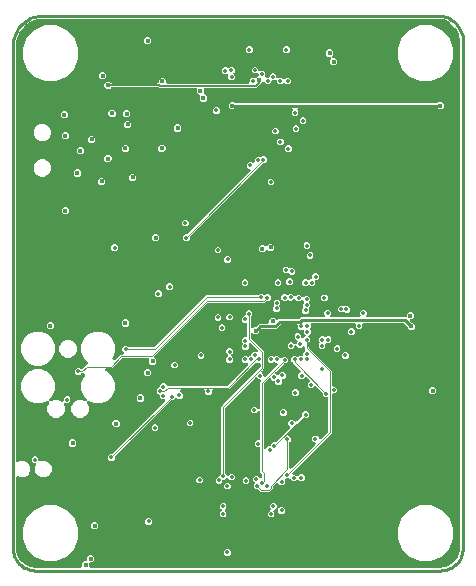
<source format=gbr>
G04 EAGLE Gerber RS-274X export*
G75*
%MOMM*%
%FSLAX34Y34*%
%LPD*%
%INCopper Layer 2*%
%IPPOS*%
%AMOC8*
5,1,8,0,0,1.08239X$1,22.5*%
G01*
%ADD10C,0.403200*%
%ADD11C,0.355600*%
%ADD12C,0.254000*%
%ADD13C,0.101600*%
%ADD14C,0.127000*%
%ADD15C,0.254000*%

G36*
X57538Y2556D02*
X57538Y2556D01*
X57657Y2563D01*
X57695Y2576D01*
X57736Y2581D01*
X57846Y2624D01*
X57959Y2661D01*
X57994Y2683D01*
X58031Y2698D01*
X58127Y2767D01*
X58228Y2831D01*
X58256Y2861D01*
X58289Y2884D01*
X58365Y2976D01*
X58446Y3063D01*
X58466Y3098D01*
X58491Y3129D01*
X58542Y3237D01*
X58600Y3341D01*
X58610Y3381D01*
X58627Y3417D01*
X58649Y3534D01*
X58679Y3649D01*
X58683Y3709D01*
X58687Y3729D01*
X58685Y3750D01*
X58689Y3810D01*
X58689Y6082D01*
X60466Y7859D01*
X61669Y7859D01*
X61787Y7874D01*
X61906Y7881D01*
X61944Y7894D01*
X61985Y7899D01*
X62095Y7942D01*
X62209Y7979D01*
X62243Y8001D01*
X62280Y8016D01*
X62377Y8085D01*
X62477Y8149D01*
X62505Y8179D01*
X62538Y8202D01*
X62614Y8294D01*
X62695Y8381D01*
X62715Y8416D01*
X62740Y8447D01*
X62791Y8555D01*
X62849Y8659D01*
X62859Y8699D01*
X62876Y8735D01*
X62898Y8852D01*
X62928Y8967D01*
X62932Y9027D01*
X62936Y9047D01*
X62935Y9068D01*
X62938Y9128D01*
X62938Y11416D01*
X64715Y13193D01*
X67227Y13193D01*
X69004Y11416D01*
X69004Y8904D01*
X67227Y7127D01*
X66024Y7127D01*
X65906Y7112D01*
X65787Y7105D01*
X65749Y7092D01*
X65708Y7087D01*
X65598Y7044D01*
X65485Y7007D01*
X65450Y6985D01*
X65413Y6970D01*
X65317Y6901D01*
X65216Y6837D01*
X65188Y6807D01*
X65155Y6784D01*
X65079Y6692D01*
X64998Y6605D01*
X64978Y6570D01*
X64953Y6539D01*
X64902Y6431D01*
X64844Y6327D01*
X64834Y6287D01*
X64817Y6251D01*
X64795Y6134D01*
X64765Y6019D01*
X64761Y5959D01*
X64757Y5939D01*
X64759Y5918D01*
X64755Y5858D01*
X64755Y3810D01*
X64770Y3692D01*
X64777Y3573D01*
X64790Y3535D01*
X64795Y3494D01*
X64838Y3384D01*
X64875Y3271D01*
X64897Y3236D01*
X64912Y3199D01*
X64981Y3103D01*
X65045Y3002D01*
X65075Y2974D01*
X65098Y2941D01*
X65190Y2865D01*
X65277Y2784D01*
X65312Y2764D01*
X65343Y2739D01*
X65451Y2688D01*
X65555Y2630D01*
X65595Y2620D01*
X65631Y2603D01*
X65748Y2581D01*
X65863Y2551D01*
X65923Y2547D01*
X65943Y2543D01*
X65964Y2545D01*
X66024Y2541D01*
X361950Y2541D01*
X361972Y2543D01*
X362050Y2545D01*
X364434Y2732D01*
X364501Y2746D01*
X364570Y2751D01*
X364726Y2790D01*
X369261Y4264D01*
X369368Y4314D01*
X369479Y4358D01*
X369530Y4391D01*
X369549Y4399D01*
X369564Y4412D01*
X369615Y4444D01*
X373472Y7247D01*
X373559Y7328D01*
X373650Y7404D01*
X373689Y7451D01*
X373704Y7465D01*
X373715Y7482D01*
X373753Y7528D01*
X376556Y11385D01*
X376575Y11420D01*
X376600Y11451D01*
X376634Y11522D01*
X376677Y11589D01*
X376699Y11646D01*
X376709Y11664D01*
X376714Y11683D01*
X376736Y11738D01*
X376736Y11739D01*
X378210Y16274D01*
X378222Y16342D01*
X378245Y16407D01*
X378268Y16566D01*
X378455Y18950D01*
X378455Y18956D01*
X378456Y18960D01*
X378455Y18980D01*
X378459Y19050D01*
X378459Y443230D01*
X378458Y443239D01*
X378459Y443248D01*
X378438Y443396D01*
X378419Y443546D01*
X378416Y443554D01*
X378415Y443563D01*
X378358Y443700D01*
X378330Y443773D01*
X378447Y444591D01*
X378447Y444601D01*
X378449Y444610D01*
X378459Y444771D01*
X378459Y445679D01*
X378480Y445743D01*
X378520Y445835D01*
X378529Y445893D01*
X378548Y445949D01*
X378568Y446109D01*
X378680Y447878D01*
X378676Y447947D01*
X378681Y448015D01*
X378664Y448176D01*
X377664Y453921D01*
X377629Y454035D01*
X377602Y454150D01*
X377577Y454206D01*
X377571Y454225D01*
X377560Y454243D01*
X377536Y454297D01*
X374810Y459453D01*
X374741Y459550D01*
X374679Y459651D01*
X374639Y459696D01*
X374627Y459713D01*
X374611Y459726D01*
X374571Y459770D01*
X370385Y463831D01*
X370290Y463903D01*
X370200Y463980D01*
X370147Y464010D01*
X370131Y464022D01*
X370112Y464030D01*
X370060Y464060D01*
X364824Y466628D01*
X364759Y466651D01*
X364698Y466682D01*
X364543Y466727D01*
X361860Y467329D01*
X361800Y467334D01*
X361743Y467349D01*
X361582Y467359D01*
X25400Y467359D01*
X25378Y467357D01*
X25300Y467355D01*
X21923Y467090D01*
X21855Y467076D01*
X21786Y467071D01*
X21693Y467047D01*
X21685Y467046D01*
X21677Y467043D01*
X21630Y467031D01*
X15206Y464944D01*
X15099Y464894D01*
X14988Y464850D01*
X14937Y464817D01*
X14918Y464809D01*
X14903Y464796D01*
X14852Y464764D01*
X9388Y460793D01*
X9301Y460712D01*
X9209Y460636D01*
X9171Y460590D01*
X9156Y460576D01*
X9145Y460558D01*
X9107Y460512D01*
X5136Y455048D01*
X5079Y454944D01*
X5015Y454844D01*
X4993Y454787D01*
X4983Y454769D01*
X4978Y454749D01*
X4956Y454694D01*
X2869Y448270D01*
X2856Y448202D01*
X2833Y448136D01*
X2810Y447977D01*
X2545Y444600D01*
X2546Y444578D01*
X2541Y444500D01*
X2541Y93209D01*
X2547Y93159D01*
X2545Y93110D01*
X2567Y93002D01*
X2581Y92893D01*
X2599Y92847D01*
X2609Y92798D01*
X2657Y92700D01*
X2698Y92598D01*
X2727Y92557D01*
X2749Y92513D01*
X2820Y92429D01*
X2884Y92340D01*
X2923Y92309D01*
X2955Y92271D01*
X3045Y92208D01*
X3129Y92137D01*
X3174Y92116D01*
X3215Y92088D01*
X3318Y92049D01*
X3417Y92002D01*
X3466Y91993D01*
X3512Y91975D01*
X3622Y91963D01*
X3729Y91942D01*
X3779Y91945D01*
X3828Y91940D01*
X3937Y91955D01*
X4047Y91962D01*
X4094Y91977D01*
X4143Y91984D01*
X4296Y92036D01*
X6364Y92893D01*
X9165Y92893D01*
X11752Y91821D01*
X13733Y89840D01*
X14805Y87253D01*
X14805Y84451D01*
X13733Y81864D01*
X11752Y79883D01*
X9165Y78811D01*
X6364Y78811D01*
X4296Y79668D01*
X4248Y79681D01*
X4203Y79702D01*
X4095Y79723D01*
X3989Y79752D01*
X3939Y79753D01*
X3890Y79762D01*
X3781Y79755D01*
X3671Y79757D01*
X3623Y79745D01*
X3573Y79742D01*
X3469Y79708D01*
X3362Y79683D01*
X3318Y79659D01*
X3271Y79644D01*
X3178Y79585D01*
X3081Y79534D01*
X3044Y79501D01*
X3002Y79474D01*
X2927Y79394D01*
X2845Y79320D01*
X2818Y79279D01*
X2784Y79242D01*
X2731Y79146D01*
X2671Y79054D01*
X2654Y79007D01*
X2630Y78964D01*
X2603Y78858D01*
X2567Y78753D01*
X2563Y78704D01*
X2551Y78656D01*
X2541Y78495D01*
X2541Y19050D01*
X2543Y19028D01*
X2545Y18950D01*
X2732Y16566D01*
X2746Y16499D01*
X2751Y16430D01*
X2790Y16274D01*
X4264Y11739D01*
X4314Y11632D01*
X4358Y11521D01*
X4391Y11470D01*
X4399Y11451D01*
X4412Y11436D01*
X4444Y11385D01*
X7247Y7528D01*
X7328Y7441D01*
X7404Y7350D01*
X7451Y7311D01*
X7465Y7296D01*
X7482Y7285D01*
X7528Y7247D01*
X11385Y4444D01*
X11489Y4387D01*
X11589Y4323D01*
X11646Y4301D01*
X11664Y4291D01*
X11684Y4286D01*
X11739Y4264D01*
X16274Y2790D01*
X16342Y2778D01*
X16407Y2755D01*
X16566Y2732D01*
X18950Y2545D01*
X18972Y2546D01*
X19050Y2541D01*
X57420Y2541D01*
X57538Y2556D01*
G37*
%LPC*%
G36*
X209680Y66801D02*
X209680Y66801D01*
X208020Y68462D01*
X207942Y68522D01*
X207870Y68590D01*
X207817Y68619D01*
X207769Y68656D01*
X207678Y68696D01*
X207591Y68744D01*
X207533Y68759D01*
X207477Y68783D01*
X207379Y68798D01*
X207283Y68823D01*
X207183Y68829D01*
X207163Y68833D01*
X207151Y68831D01*
X207123Y68833D01*
X205852Y68833D01*
X204215Y70470D01*
X204215Y72786D01*
X204573Y73143D01*
X204646Y73237D01*
X204725Y73327D01*
X204743Y73363D01*
X204768Y73395D01*
X204815Y73504D01*
X204870Y73610D01*
X204878Y73649D01*
X204894Y73687D01*
X204913Y73804D01*
X204939Y73920D01*
X204938Y73961D01*
X204944Y74001D01*
X204933Y74119D01*
X204930Y74238D01*
X204918Y74277D01*
X204914Y74317D01*
X204874Y74429D01*
X204841Y74544D01*
X204821Y74579D01*
X204807Y74617D01*
X204740Y74715D01*
X204680Y74818D01*
X204640Y74863D01*
X204628Y74880D01*
X204613Y74893D01*
X204573Y74938D01*
X203199Y76312D01*
X203199Y78628D01*
X204836Y80265D01*
X207152Y80265D01*
X208907Y78510D01*
X209016Y78425D01*
X209123Y78336D01*
X209142Y78327D01*
X209158Y78315D01*
X209286Y78259D01*
X209411Y78200D01*
X209431Y78197D01*
X209450Y78189D01*
X209588Y78167D01*
X209724Y78141D01*
X209744Y78142D01*
X209764Y78139D01*
X209903Y78152D01*
X210041Y78160D01*
X210060Y78167D01*
X210080Y78168D01*
X210212Y78216D01*
X210343Y78258D01*
X210361Y78269D01*
X210380Y78276D01*
X210495Y78354D01*
X210612Y78429D01*
X210626Y78443D01*
X210643Y78455D01*
X210735Y78559D01*
X210830Y78660D01*
X210840Y78678D01*
X210853Y78693D01*
X210917Y78817D01*
X210984Y78939D01*
X210989Y78958D01*
X210998Y78976D01*
X211028Y79112D01*
X211063Y79247D01*
X211065Y79275D01*
X211068Y79287D01*
X211067Y79307D01*
X211073Y79407D01*
X211073Y81139D01*
X211061Y81237D01*
X211058Y81336D01*
X211041Y81394D01*
X211033Y81454D01*
X210997Y81546D01*
X210969Y81641D01*
X210939Y81694D01*
X210916Y81750D01*
X210858Y81830D01*
X210808Y81915D01*
X210742Y81991D01*
X210730Y82007D01*
X210720Y82015D01*
X210702Y82036D01*
X209295Y83442D01*
X209295Y103378D01*
X209280Y103496D01*
X209273Y103615D01*
X209260Y103653D01*
X209255Y103694D01*
X209212Y103804D01*
X209175Y103917D01*
X209153Y103952D01*
X209138Y103989D01*
X209069Y104085D01*
X209005Y104186D01*
X208975Y104214D01*
X208952Y104247D01*
X208860Y104323D01*
X208773Y104404D01*
X208738Y104424D01*
X208707Y104449D01*
X208599Y104500D01*
X208495Y104558D01*
X208455Y104568D01*
X208419Y104585D01*
X208302Y104607D01*
X208187Y104637D01*
X208127Y104641D01*
X208107Y104645D01*
X208086Y104643D01*
X208026Y104647D01*
X206360Y104647D01*
X204723Y106284D01*
X204723Y108600D01*
X206360Y110237D01*
X208026Y110237D01*
X208144Y110252D01*
X208263Y110259D01*
X208301Y110272D01*
X208342Y110277D01*
X208452Y110320D01*
X208565Y110357D01*
X208600Y110379D01*
X208637Y110394D01*
X208733Y110463D01*
X208834Y110527D01*
X208862Y110557D01*
X208895Y110580D01*
X208971Y110672D01*
X209052Y110759D01*
X209072Y110794D01*
X209097Y110825D01*
X209148Y110933D01*
X209206Y111037D01*
X209216Y111077D01*
X209233Y111113D01*
X209255Y111230D01*
X209285Y111345D01*
X209289Y111405D01*
X209293Y111425D01*
X209291Y111446D01*
X209295Y111506D01*
X209295Y133699D01*
X209278Y133836D01*
X209265Y133975D01*
X209258Y133994D01*
X209255Y134014D01*
X209204Y134143D01*
X209157Y134274D01*
X209146Y134291D01*
X209138Y134310D01*
X209057Y134422D01*
X208979Y134537D01*
X208963Y134551D01*
X208952Y134567D01*
X208844Y134656D01*
X208740Y134748D01*
X208722Y134757D01*
X208707Y134770D01*
X208581Y134829D01*
X208457Y134893D01*
X208437Y134897D01*
X208419Y134906D01*
X208282Y134932D01*
X208147Y134962D01*
X208126Y134962D01*
X208107Y134965D01*
X207968Y134957D01*
X207829Y134953D01*
X207809Y134947D01*
X207789Y134946D01*
X207657Y134903D01*
X207523Y134864D01*
X207506Y134854D01*
X207487Y134848D01*
X207369Y134773D01*
X207249Y134703D01*
X207228Y134684D01*
X207218Y134677D01*
X207204Y134662D01*
X207129Y134596D01*
X205628Y133095D01*
X203312Y133095D01*
X201675Y134732D01*
X201675Y137048D01*
X203312Y138685D01*
X205628Y138685D01*
X207129Y137184D01*
X207238Y137099D01*
X207345Y137010D01*
X207364Y137001D01*
X207380Y136989D01*
X207508Y136933D01*
X207633Y136874D01*
X207653Y136871D01*
X207672Y136863D01*
X207810Y136841D01*
X207946Y136815D01*
X207966Y136816D01*
X207986Y136813D01*
X208125Y136826D01*
X208263Y136834D01*
X208282Y136841D01*
X208302Y136842D01*
X208434Y136890D01*
X208565Y136932D01*
X208583Y136943D01*
X208602Y136950D01*
X208717Y137028D01*
X208834Y137103D01*
X208848Y137117D01*
X208865Y137129D01*
X208957Y137233D01*
X209052Y137334D01*
X209062Y137352D01*
X209075Y137367D01*
X209139Y137491D01*
X209206Y137613D01*
X209211Y137632D01*
X209220Y137650D01*
X209250Y137786D01*
X209285Y137921D01*
X209287Y137949D01*
X209290Y137961D01*
X209289Y137981D01*
X209295Y138081D01*
X209295Y159382D01*
X209798Y159885D01*
X209883Y159994D01*
X209972Y160101D01*
X209981Y160120D01*
X209993Y160136D01*
X210048Y160264D01*
X210108Y160389D01*
X210111Y160409D01*
X210120Y160428D01*
X210141Y160566D01*
X210167Y160702D01*
X210166Y160722D01*
X210169Y160742D01*
X210156Y160881D01*
X210148Y161019D01*
X210141Y161038D01*
X210140Y161058D01*
X210092Y161189D01*
X210050Y161321D01*
X210039Y161339D01*
X210032Y161358D01*
X209954Y161472D01*
X209879Y161590D01*
X209865Y161604D01*
X209853Y161621D01*
X209749Y161713D01*
X209648Y161808D01*
X209630Y161818D01*
X209615Y161831D01*
X209491Y161894D01*
X209369Y161962D01*
X209350Y161967D01*
X209332Y161976D01*
X209196Y162006D01*
X209061Y162041D01*
X209033Y162043D01*
X209021Y162046D01*
X209001Y162045D01*
X208901Y162051D01*
X208138Y162051D01*
X206882Y163307D01*
X206788Y163380D01*
X206699Y163459D01*
X206663Y163477D01*
X206631Y163502D01*
X206522Y163549D01*
X206416Y163604D01*
X206377Y163612D01*
X206339Y163628D01*
X206222Y163647D01*
X206106Y163673D01*
X206065Y163672D01*
X206025Y163678D01*
X205907Y163667D01*
X205788Y163664D01*
X205749Y163652D01*
X205709Y163649D01*
X205596Y163608D01*
X205482Y163575D01*
X205447Y163555D01*
X205409Y163541D01*
X205311Y163474D01*
X205208Y163414D01*
X205163Y163374D01*
X205146Y163362D01*
X205133Y163347D01*
X205087Y163307D01*
X179696Y137916D01*
X179636Y137838D01*
X179568Y137766D01*
X179539Y137713D01*
X179502Y137665D01*
X179462Y137574D01*
X179414Y137487D01*
X179399Y137429D01*
X179375Y137373D01*
X179360Y137275D01*
X179335Y137179D01*
X179329Y137079D01*
X179325Y137059D01*
X179327Y137047D01*
X179325Y137019D01*
X179325Y82709D01*
X179337Y82611D01*
X179340Y82512D01*
X179357Y82454D01*
X179365Y82394D01*
X179401Y82302D01*
X179429Y82207D01*
X179459Y82154D01*
X179482Y82098D01*
X179540Y82018D01*
X179590Y81933D01*
X179656Y81857D01*
X179668Y81841D01*
X179678Y81833D01*
X179696Y81812D01*
X180966Y80542D01*
X181060Y80469D01*
X181150Y80390D01*
X181168Y80381D01*
X181183Y80368D01*
X181202Y80359D01*
X181218Y80347D01*
X181326Y80300D01*
X181433Y80245D01*
X181453Y80241D01*
X181471Y80232D01*
X181491Y80229D01*
X181510Y80221D01*
X181626Y80202D01*
X181743Y80176D01*
X181764Y80176D01*
X181783Y80173D01*
X181804Y80174D01*
X181824Y80171D01*
X181941Y80182D01*
X182061Y80185D01*
X182081Y80191D01*
X182101Y80192D01*
X182120Y80199D01*
X182140Y80201D01*
X182252Y80241D01*
X182367Y80274D01*
X182384Y80284D01*
X182403Y80290D01*
X182421Y80301D01*
X182440Y80308D01*
X182538Y80375D01*
X182641Y80435D01*
X182662Y80454D01*
X182672Y80461D01*
X182686Y80475D01*
X182703Y80487D01*
X182716Y80502D01*
X182761Y80542D01*
X184262Y82043D01*
X186578Y82043D01*
X188215Y80406D01*
X188215Y78090D01*
X186578Y76453D01*
X184242Y76453D01*
X184233Y76469D01*
X184214Y76490D01*
X184207Y76500D01*
X184192Y76514D01*
X184126Y76589D01*
X182254Y78462D01*
X182160Y78535D01*
X182070Y78614D01*
X182052Y78623D01*
X182037Y78636D01*
X182018Y78645D01*
X182002Y78657D01*
X181894Y78704D01*
X181787Y78759D01*
X181767Y78763D01*
X181749Y78772D01*
X181729Y78775D01*
X181710Y78783D01*
X181594Y78802D01*
X181477Y78828D01*
X181456Y78828D01*
X181437Y78831D01*
X181416Y78830D01*
X181396Y78833D01*
X181279Y78822D01*
X181159Y78819D01*
X181139Y78813D01*
X181119Y78812D01*
X181100Y78805D01*
X181080Y78803D01*
X180968Y78763D01*
X180853Y78730D01*
X180836Y78720D01*
X180817Y78714D01*
X180799Y78703D01*
X180780Y78696D01*
X180682Y78629D01*
X180579Y78569D01*
X180558Y78550D01*
X180548Y78543D01*
X180534Y78528D01*
X180517Y78517D01*
X180504Y78502D01*
X180459Y78462D01*
X178958Y76961D01*
X178562Y76961D01*
X178444Y76946D01*
X178325Y76939D01*
X178287Y76926D01*
X178246Y76921D01*
X178136Y76878D01*
X178023Y76841D01*
X177988Y76819D01*
X177951Y76804D01*
X177855Y76735D01*
X177754Y76671D01*
X177726Y76641D01*
X177693Y76618D01*
X177617Y76526D01*
X177536Y76439D01*
X177516Y76404D01*
X177491Y76373D01*
X177440Y76265D01*
X177382Y76161D01*
X177372Y76121D01*
X177355Y76085D01*
X177333Y75968D01*
X177303Y75853D01*
X177299Y75793D01*
X177295Y75773D01*
X177297Y75752D01*
X177293Y75692D01*
X177293Y75296D01*
X175656Y73659D01*
X173340Y73659D01*
X171703Y75296D01*
X171703Y77612D01*
X173340Y79249D01*
X173736Y79249D01*
X173854Y79264D01*
X173973Y79271D01*
X174011Y79284D01*
X174052Y79289D01*
X174162Y79332D01*
X174275Y79369D01*
X174310Y79391D01*
X174347Y79406D01*
X174443Y79475D01*
X174544Y79539D01*
X174572Y79569D01*
X174605Y79592D01*
X174681Y79684D01*
X174762Y79771D01*
X174782Y79806D01*
X174807Y79837D01*
X174858Y79945D01*
X174916Y80049D01*
X174926Y80089D01*
X174943Y80125D01*
X174965Y80242D01*
X174995Y80357D01*
X174999Y80417D01*
X175003Y80437D01*
X175001Y80458D01*
X175005Y80518D01*
X175005Y80914D01*
X175904Y81812D01*
X175964Y81890D01*
X176032Y81962D01*
X176061Y82015D01*
X176098Y82063D01*
X176138Y82154D01*
X176186Y82241D01*
X176201Y82299D01*
X176225Y82355D01*
X176240Y82453D01*
X176265Y82549D01*
X176271Y82649D01*
X176275Y82669D01*
X176273Y82681D01*
X176275Y82709D01*
X176275Y138808D01*
X177540Y140072D01*
X209432Y171964D01*
X209492Y172042D01*
X209560Y172114D01*
X209589Y172167D01*
X209626Y172215D01*
X209666Y172306D01*
X209714Y172393D01*
X209729Y172451D01*
X209753Y172507D01*
X209768Y172605D01*
X209793Y172701D01*
X209799Y172800D01*
X209803Y172821D01*
X209801Y172833D01*
X209803Y172861D01*
X209803Y174752D01*
X209788Y174870D01*
X209781Y174989D01*
X209768Y175027D01*
X209763Y175068D01*
X209720Y175178D01*
X209683Y175291D01*
X209661Y175326D01*
X209646Y175363D01*
X209577Y175459D01*
X209513Y175560D01*
X209483Y175588D01*
X209460Y175621D01*
X209368Y175697D01*
X209281Y175778D01*
X209246Y175798D01*
X209215Y175823D01*
X209107Y175874D01*
X209003Y175932D01*
X208963Y175942D01*
X208927Y175959D01*
X208810Y175981D01*
X208695Y176011D01*
X208635Y176015D01*
X208615Y176019D01*
X208594Y176017D01*
X208534Y176021D01*
X206725Y176021D01*
X206670Y176050D01*
X206631Y176058D01*
X206594Y176074D01*
X206476Y176093D01*
X206360Y176119D01*
X206319Y176118D01*
X206279Y176124D01*
X206161Y176113D01*
X206042Y176110D01*
X206003Y176098D01*
X205963Y176095D01*
X205851Y176054D01*
X205736Y176021D01*
X205702Y176001D01*
X205664Y175987D01*
X205565Y175920D01*
X205462Y175860D01*
X205417Y175820D01*
X205400Y175808D01*
X205387Y175793D01*
X205341Y175753D01*
X184268Y154680D01*
X183004Y153415D01*
X169672Y153415D01*
X169554Y153400D01*
X169435Y153393D01*
X169397Y153380D01*
X169356Y153375D01*
X169246Y153332D01*
X169133Y153295D01*
X169098Y153273D01*
X169061Y153258D01*
X168965Y153189D01*
X168864Y153125D01*
X168836Y153095D01*
X168803Y153072D01*
X168727Y152980D01*
X168646Y152893D01*
X168626Y152858D01*
X168601Y152827D01*
X168550Y152719D01*
X168492Y152615D01*
X168482Y152575D01*
X168465Y152539D01*
X168443Y152422D01*
X168413Y152307D01*
X168409Y152247D01*
X168405Y152227D01*
X168407Y152206D01*
X168403Y152146D01*
X168403Y150480D01*
X166766Y148843D01*
X164450Y148843D01*
X162813Y150480D01*
X162813Y152146D01*
X162798Y152264D01*
X162791Y152383D01*
X162778Y152421D01*
X162773Y152462D01*
X162730Y152572D01*
X162693Y152685D01*
X162671Y152720D01*
X162656Y152757D01*
X162587Y152853D01*
X162523Y152954D01*
X162493Y152982D01*
X162470Y153015D01*
X162378Y153091D01*
X162291Y153172D01*
X162256Y153192D01*
X162225Y153217D01*
X162117Y153268D01*
X162013Y153326D01*
X161973Y153336D01*
X161937Y153353D01*
X161820Y153375D01*
X161705Y153405D01*
X161645Y153409D01*
X161625Y153413D01*
X161604Y153411D01*
X161544Y153415D01*
X142907Y153415D01*
X142770Y153398D01*
X142631Y153385D01*
X142612Y153378D01*
X142592Y153375D01*
X142463Y153324D01*
X142332Y153277D01*
X142315Y153266D01*
X142296Y153258D01*
X142184Y153177D01*
X142069Y153099D01*
X142055Y153083D01*
X142039Y153072D01*
X141950Y152964D01*
X141858Y152860D01*
X141849Y152842D01*
X141836Y152827D01*
X141777Y152701D01*
X141713Y152577D01*
X141709Y152557D01*
X141700Y152539D01*
X141674Y152402D01*
X141644Y152267D01*
X141644Y152246D01*
X141641Y152227D01*
X141649Y152088D01*
X141653Y151949D01*
X141659Y151929D01*
X141660Y151909D01*
X141703Y151777D01*
X141742Y151643D01*
X141752Y151626D01*
X141758Y151607D01*
X141833Y151489D01*
X141903Y151369D01*
X141922Y151348D01*
X141929Y151338D01*
X141944Y151324D01*
X142010Y151249D01*
X143765Y149494D01*
X143765Y147178D01*
X142128Y145541D01*
X139812Y145541D01*
X139327Y146026D01*
X139233Y146100D01*
X139144Y146178D01*
X139126Y146187D01*
X139111Y146200D01*
X139092Y146209D01*
X139076Y146221D01*
X138966Y146269D01*
X138861Y146322D01*
X138841Y146327D01*
X138823Y146336D01*
X138803Y146339D01*
X138784Y146347D01*
X138666Y146366D01*
X138551Y146392D01*
X138531Y146392D01*
X138510Y146395D01*
X138490Y146394D01*
X138470Y146397D01*
X138351Y146386D01*
X138233Y146382D01*
X138214Y146377D01*
X138193Y146376D01*
X138174Y146369D01*
X138154Y146368D01*
X138041Y146327D01*
X137927Y146294D01*
X137910Y146284D01*
X137891Y146278D01*
X137873Y146267D01*
X137854Y146260D01*
X137755Y146193D01*
X137653Y146133D01*
X137632Y146114D01*
X137622Y146107D01*
X137608Y146093D01*
X137591Y146081D01*
X137578Y146066D01*
X137532Y146026D01*
X135524Y144017D01*
X134253Y144017D01*
X134155Y144005D01*
X134056Y144002D01*
X133998Y143985D01*
X133938Y143977D01*
X133846Y143941D01*
X133751Y143913D01*
X133698Y143883D01*
X133642Y143860D01*
X133562Y143802D01*
X133477Y143752D01*
X133401Y143686D01*
X133385Y143674D01*
X133377Y143664D01*
X133356Y143646D01*
X86478Y96768D01*
X86418Y96690D01*
X86350Y96618D01*
X86321Y96565D01*
X86284Y96517D01*
X86244Y96426D01*
X86196Y96339D01*
X86181Y96281D01*
X86157Y96225D01*
X86142Y96127D01*
X86117Y96031D01*
X86111Y95931D01*
X86107Y95911D01*
X86109Y95899D01*
X86107Y95871D01*
X86107Y94600D01*
X84470Y92963D01*
X82154Y92963D01*
X80517Y94600D01*
X80517Y96916D01*
X82154Y98553D01*
X83425Y98553D01*
X83523Y98565D01*
X83622Y98568D01*
X83680Y98585D01*
X83740Y98593D01*
X83832Y98629D01*
X83927Y98657D01*
X83980Y98687D01*
X84036Y98710D01*
X84116Y98768D01*
X84201Y98818D01*
X84277Y98884D01*
X84293Y98896D01*
X84301Y98906D01*
X84322Y98924D01*
X128518Y143121D01*
X128603Y143230D01*
X128692Y143337D01*
X128701Y143356D01*
X128713Y143372D01*
X128769Y143500D01*
X128828Y143625D01*
X128831Y143645D01*
X128840Y143664D01*
X128861Y143802D01*
X128887Y143938D01*
X128886Y143958D01*
X128889Y143978D01*
X128876Y144117D01*
X128868Y144255D01*
X128861Y144274D01*
X128860Y144294D01*
X128812Y144426D01*
X128770Y144557D01*
X128759Y144575D01*
X128752Y144594D01*
X128674Y144709D01*
X128599Y144826D01*
X128585Y144840D01*
X128573Y144857D01*
X128469Y144949D01*
X128368Y145044D01*
X128350Y145054D01*
X128335Y145067D01*
X128211Y145130D01*
X128089Y145198D01*
X128070Y145203D01*
X128052Y145212D01*
X127916Y145242D01*
X127781Y145277D01*
X127753Y145279D01*
X127741Y145282D01*
X127721Y145281D01*
X127621Y145287D01*
X126096Y145287D01*
X124459Y146924D01*
X124459Y147828D01*
X124444Y147946D01*
X124437Y148065D01*
X124424Y148103D01*
X124419Y148144D01*
X124376Y148254D01*
X124339Y148367D01*
X124317Y148402D01*
X124302Y148439D01*
X124233Y148535D01*
X124169Y148636D01*
X124139Y148664D01*
X124116Y148697D01*
X124024Y148773D01*
X123937Y148854D01*
X123902Y148874D01*
X123871Y148899D01*
X123763Y148950D01*
X123659Y149008D01*
X123619Y149018D01*
X123583Y149035D01*
X123466Y149057D01*
X123351Y149087D01*
X123310Y149090D01*
X121665Y150734D01*
X121665Y153050D01*
X123318Y154702D01*
X123427Y154709D01*
X123465Y154722D01*
X123506Y154727D01*
X123616Y154770D01*
X123729Y154807D01*
X123764Y154829D01*
X123801Y154844D01*
X123897Y154913D01*
X123998Y154977D01*
X124026Y155007D01*
X124059Y155030D01*
X124135Y155122D01*
X124216Y155209D01*
X124236Y155244D01*
X124261Y155275D01*
X124312Y155383D01*
X124370Y155487D01*
X124380Y155527D01*
X124397Y155563D01*
X124419Y155680D01*
X124449Y155795D01*
X124453Y155855D01*
X124457Y155875D01*
X124455Y155896D01*
X124459Y155956D01*
X124459Y156860D01*
X126096Y158497D01*
X128412Y158497D01*
X130072Y156836D01*
X130150Y156776D01*
X130222Y156708D01*
X130275Y156679D01*
X130323Y156642D01*
X130414Y156602D01*
X130501Y156554D01*
X130559Y156539D01*
X130615Y156515D01*
X130713Y156500D01*
X130809Y156475D01*
X130909Y156469D01*
X130929Y156465D01*
X130941Y156467D01*
X130969Y156465D01*
X181215Y156465D01*
X181313Y156477D01*
X181412Y156480D01*
X181470Y156497D01*
X181530Y156505D01*
X181622Y156541D01*
X181717Y156569D01*
X181770Y156599D01*
X181826Y156622D01*
X181906Y156680D01*
X181991Y156730D01*
X182067Y156796D01*
X182083Y156808D01*
X182091Y156818D01*
X182112Y156836D01*
X199130Y173855D01*
X199215Y173964D01*
X199304Y174071D01*
X199313Y174090D01*
X199325Y174106D01*
X199381Y174234D01*
X199440Y174359D01*
X199443Y174379D01*
X199452Y174398D01*
X199473Y174536D01*
X199499Y174672D01*
X199498Y174692D01*
X199501Y174712D01*
X199488Y174851D01*
X199480Y174989D01*
X199473Y175008D01*
X199472Y175028D01*
X199424Y175160D01*
X199382Y175291D01*
X199371Y175309D01*
X199364Y175328D01*
X199286Y175443D01*
X199211Y175560D01*
X199197Y175574D01*
X199185Y175591D01*
X199081Y175683D01*
X198980Y175778D01*
X198962Y175788D01*
X198947Y175801D01*
X198823Y175864D01*
X198701Y175932D01*
X198682Y175937D01*
X198664Y175946D01*
X198528Y175976D01*
X198393Y176011D01*
X198365Y176013D01*
X198353Y176016D01*
X198333Y176015D01*
X198233Y176021D01*
X195692Y176021D01*
X194055Y177658D01*
X194055Y179974D01*
X195692Y181611D01*
X198008Y181611D01*
X198238Y181380D01*
X198333Y181307D01*
X198422Y181228D01*
X198458Y181210D01*
X198490Y181185D01*
X198599Y181138D01*
X198705Y181083D01*
X198744Y181075D01*
X198782Y181059D01*
X198899Y181040D01*
X199015Y181014D01*
X199056Y181015D01*
X199096Y181009D01*
X199214Y181020D01*
X199333Y181023D01*
X199372Y181035D01*
X199412Y181039D01*
X199524Y181079D01*
X199639Y181112D01*
X199674Y181132D01*
X199712Y181146D01*
X199810Y181213D01*
X199913Y181273D01*
X199958Y181313D01*
X199975Y181325D01*
X199988Y181340D01*
X200033Y181380D01*
X200264Y181611D01*
X200660Y181611D01*
X200778Y181626D01*
X200897Y181633D01*
X200935Y181646D01*
X200976Y181651D01*
X201086Y181694D01*
X201199Y181731D01*
X201234Y181753D01*
X201271Y181768D01*
X201367Y181837D01*
X201468Y181901D01*
X201496Y181931D01*
X201529Y181954D01*
X201605Y182046D01*
X201686Y182133D01*
X201706Y182168D01*
X201731Y182199D01*
X201782Y182307D01*
X201840Y182411D01*
X201850Y182451D01*
X201867Y182487D01*
X201889Y182604D01*
X201919Y182719D01*
X201923Y182779D01*
X201927Y182799D01*
X201925Y182820D01*
X201929Y182880D01*
X201929Y183276D01*
X203566Y184913D01*
X206107Y184913D01*
X206244Y184930D01*
X206383Y184943D01*
X206402Y184950D01*
X206422Y184953D01*
X206551Y185004D01*
X206682Y185051D01*
X206699Y185062D01*
X206718Y185070D01*
X206830Y185151D01*
X206945Y185229D01*
X206959Y185245D01*
X206975Y185256D01*
X207064Y185364D01*
X207156Y185468D01*
X207165Y185486D01*
X207178Y185501D01*
X207237Y185627D01*
X207301Y185751D01*
X207305Y185771D01*
X207314Y185789D01*
X207340Y185925D01*
X207370Y186061D01*
X207370Y186082D01*
X207373Y186101D01*
X207365Y186240D01*
X207361Y186379D01*
X207355Y186399D01*
X207354Y186419D01*
X207311Y186551D01*
X207272Y186685D01*
X207262Y186702D01*
X207256Y186721D01*
X207181Y186839D01*
X207111Y186959D01*
X207092Y186980D01*
X207085Y186990D01*
X207071Y187004D01*
X207004Y187079D01*
X201811Y192272D01*
X201702Y192357D01*
X201595Y192446D01*
X201576Y192455D01*
X201560Y192467D01*
X201432Y192523D01*
X201307Y192582D01*
X201287Y192585D01*
X201268Y192594D01*
X201130Y192615D01*
X200994Y192641D01*
X200974Y192640D01*
X200954Y192643D01*
X200815Y192630D01*
X200677Y192622D01*
X200658Y192615D01*
X200638Y192614D01*
X200506Y192566D01*
X200375Y192524D01*
X200357Y192513D01*
X200338Y192506D01*
X200223Y192428D01*
X200106Y192353D01*
X200092Y192339D01*
X200075Y192327D01*
X199983Y192223D01*
X199888Y192122D01*
X199878Y192104D01*
X199865Y192089D01*
X199801Y191965D01*
X199734Y191843D01*
X199729Y191824D01*
X199720Y191806D01*
X199690Y191670D01*
X199655Y191535D01*
X199653Y191507D01*
X199650Y191495D01*
X199651Y191475D01*
X199645Y191375D01*
X199645Y188580D01*
X198008Y186943D01*
X195692Y186943D01*
X194055Y188580D01*
X194055Y190896D01*
X194413Y191254D01*
X194486Y191348D01*
X194565Y191437D01*
X194583Y191473D01*
X194608Y191505D01*
X194655Y191614D01*
X194710Y191720D01*
X194718Y191759D01*
X194734Y191797D01*
X194753Y191914D01*
X194779Y192030D01*
X194778Y192071D01*
X194784Y192111D01*
X194773Y192229D01*
X194770Y192348D01*
X194758Y192387D01*
X194754Y192427D01*
X194714Y192539D01*
X194681Y192654D01*
X194661Y192689D01*
X194647Y192727D01*
X194580Y192825D01*
X194520Y192928D01*
X194480Y192973D01*
X194468Y192990D01*
X194453Y193003D01*
X194413Y193049D01*
X194055Y193406D01*
X194055Y195722D01*
X195692Y197359D01*
X197104Y197359D01*
X197222Y197374D01*
X197341Y197381D01*
X197379Y197394D01*
X197420Y197399D01*
X197530Y197442D01*
X197643Y197479D01*
X197678Y197501D01*
X197715Y197516D01*
X197811Y197585D01*
X197912Y197649D01*
X197940Y197679D01*
X197973Y197702D01*
X198049Y197794D01*
X198130Y197881D01*
X198150Y197916D01*
X198175Y197947D01*
X198226Y198055D01*
X198284Y198159D01*
X198294Y198199D01*
X198311Y198235D01*
X198333Y198352D01*
X198363Y198467D01*
X198367Y198527D01*
X198371Y198547D01*
X198369Y198568D01*
X198373Y198628D01*
X198373Y208534D01*
X198358Y208652D01*
X198351Y208771D01*
X198338Y208809D01*
X198333Y208850D01*
X198290Y208960D01*
X198253Y209073D01*
X198231Y209108D01*
X198216Y209145D01*
X198147Y209241D01*
X198083Y209342D01*
X198053Y209370D01*
X198030Y209403D01*
X197938Y209479D01*
X197851Y209560D01*
X197816Y209580D01*
X197785Y209605D01*
X197677Y209656D01*
X197573Y209714D01*
X197533Y209724D01*
X197497Y209741D01*
X197380Y209763D01*
X197265Y209793D01*
X197205Y209797D01*
X197185Y209801D01*
X197164Y209799D01*
X197104Y209803D01*
X195438Y209803D01*
X193801Y211440D01*
X193801Y213756D01*
X195438Y215393D01*
X195834Y215393D01*
X195952Y215408D01*
X196071Y215415D01*
X196109Y215428D01*
X196150Y215433D01*
X196260Y215476D01*
X196373Y215513D01*
X196408Y215535D01*
X196445Y215550D01*
X196541Y215619D01*
X196642Y215683D01*
X196670Y215713D01*
X196703Y215736D01*
X196779Y215828D01*
X196860Y215915D01*
X196880Y215950D01*
X196905Y215981D01*
X196956Y216089D01*
X197014Y216193D01*
X197024Y216233D01*
X197041Y216269D01*
X197063Y216386D01*
X197093Y216501D01*
X197097Y216561D01*
X197101Y216581D01*
X197099Y216602D01*
X197103Y216662D01*
X197103Y218582D01*
X198740Y220219D01*
X201056Y220219D01*
X202693Y218582D01*
X202693Y216266D01*
X201795Y215368D01*
X201734Y215290D01*
X201666Y215218D01*
X201637Y215165D01*
X201600Y215117D01*
X201560Y215026D01*
X201512Y214939D01*
X201497Y214881D01*
X201473Y214825D01*
X201458Y214727D01*
X201433Y214631D01*
X201427Y214531D01*
X201423Y214511D01*
X201425Y214499D01*
X201423Y214471D01*
X201423Y206490D01*
X201440Y206352D01*
X201453Y206214D01*
X201460Y206195D01*
X201463Y206174D01*
X201514Y206045D01*
X201561Y205914D01*
X201572Y205897D01*
X201580Y205879D01*
X201661Y205766D01*
X201739Y205651D01*
X201755Y205638D01*
X201766Y205621D01*
X201874Y205533D01*
X201978Y205441D01*
X201996Y205431D01*
X202011Y205419D01*
X202137Y205359D01*
X202261Y205296D01*
X202281Y205292D01*
X202299Y205283D01*
X202436Y205257D01*
X202571Y205226D01*
X202592Y205227D01*
X202611Y205223D01*
X202750Y205232D01*
X202889Y205236D01*
X202909Y205242D01*
X202929Y205243D01*
X203061Y205286D01*
X203195Y205324D01*
X203212Y205335D01*
X203231Y205341D01*
X203349Y205415D01*
X203469Y205486D01*
X203490Y205505D01*
X203500Y205511D01*
X203514Y205526D01*
X203589Y205592D01*
X204230Y206233D01*
X204759Y206233D01*
X204857Y206245D01*
X204956Y206248D01*
X205014Y206265D01*
X205075Y206273D01*
X205167Y206309D01*
X205262Y206337D01*
X205314Y206367D01*
X205370Y206390D01*
X205450Y206448D01*
X205536Y206498D01*
X205611Y206564D01*
X205628Y206576D01*
X205635Y206586D01*
X205657Y206604D01*
X208111Y209059D01*
X215916Y209059D01*
X216034Y209074D01*
X216153Y209081D01*
X216191Y209094D01*
X216232Y209099D01*
X216342Y209142D01*
X216455Y209179D01*
X216490Y209201D01*
X216527Y209216D01*
X216623Y209285D01*
X216724Y209349D01*
X216752Y209379D01*
X216785Y209402D01*
X216861Y209494D01*
X216942Y209581D01*
X216962Y209616D01*
X216987Y209647D01*
X217038Y209755D01*
X217096Y209859D01*
X217106Y209899D01*
X217123Y209935D01*
X217145Y210052D01*
X217175Y210167D01*
X217179Y210227D01*
X217183Y210247D01*
X217181Y210268D01*
X217185Y210328D01*
X217185Y212330D01*
X218962Y214107D01*
X221474Y214107D01*
X222890Y212691D01*
X222984Y212618D01*
X223073Y212539D01*
X223109Y212521D01*
X223141Y212496D01*
X223251Y212449D01*
X223357Y212395D01*
X223396Y212386D01*
X223433Y212370D01*
X223551Y212351D01*
X223667Y212325D01*
X223707Y212326D01*
X223747Y212320D01*
X223866Y212331D01*
X223985Y212335D01*
X224024Y212346D01*
X224064Y212350D01*
X224176Y212390D01*
X224290Y212423D01*
X224325Y212444D01*
X224363Y212457D01*
X224462Y212524D01*
X224564Y212585D01*
X224609Y212624D01*
X224626Y212636D01*
X224640Y212651D01*
X224685Y212691D01*
X225101Y213107D01*
X241859Y213107D01*
X241957Y213119D01*
X242056Y213122D01*
X242114Y213139D01*
X242175Y213147D01*
X242267Y213183D01*
X242362Y213211D01*
X242414Y213241D01*
X242470Y213264D01*
X242550Y213322D01*
X242636Y213372D01*
X242711Y213438D01*
X242728Y213450D01*
X242735Y213460D01*
X242757Y213478D01*
X243655Y214377D01*
X262985Y214377D01*
X263123Y214394D01*
X263261Y214407D01*
X263280Y214414D01*
X263300Y214417D01*
X263430Y214468D01*
X263560Y214515D01*
X263577Y214526D01*
X263596Y214534D01*
X263708Y214615D01*
X263823Y214693D01*
X263837Y214709D01*
X263853Y214720D01*
X263942Y214828D01*
X264034Y214932D01*
X264043Y214950D01*
X264056Y214965D01*
X264115Y215091D01*
X264179Y215215D01*
X264183Y215235D01*
X264192Y215253D01*
X264218Y215389D01*
X264248Y215525D01*
X264248Y215546D01*
X264251Y215565D01*
X264243Y215704D01*
X264239Y215843D01*
X264233Y215863D01*
X264232Y215883D01*
X264189Y216015D01*
X264150Y216149D01*
X264140Y216166D01*
X264134Y216185D01*
X264059Y216303D01*
X263989Y216423D01*
X263970Y216444D01*
X263963Y216454D01*
X263949Y216468D01*
X263882Y216544D01*
X263651Y216774D01*
X263651Y219090D01*
X265288Y220727D01*
X267604Y220727D01*
X269241Y219090D01*
X269241Y216774D01*
X269010Y216544D01*
X268925Y216434D01*
X268836Y216327D01*
X268827Y216308D01*
X268815Y216292D01*
X268759Y216164D01*
X268700Y216039D01*
X268697Y216019D01*
X268689Y216000D01*
X268667Y215862D01*
X268641Y215726D01*
X268642Y215706D01*
X268639Y215686D01*
X268652Y215547D01*
X268660Y215409D01*
X268667Y215390D01*
X268668Y215370D01*
X268716Y215239D01*
X268758Y215107D01*
X268769Y215089D01*
X268776Y215070D01*
X268854Y214956D01*
X268929Y214838D01*
X268943Y214824D01*
X268955Y214807D01*
X269059Y214715D01*
X269160Y214620D01*
X269178Y214610D01*
X269193Y214597D01*
X269317Y214534D01*
X269439Y214466D01*
X269458Y214461D01*
X269476Y214452D01*
X269612Y214422D01*
X269747Y214387D01*
X269775Y214385D01*
X269787Y214382D01*
X269807Y214383D01*
X269907Y214377D01*
X293211Y214377D01*
X293349Y214394D01*
X293487Y214407D01*
X293506Y214414D01*
X293526Y214417D01*
X293656Y214468D01*
X293786Y214515D01*
X293803Y214526D01*
X293822Y214534D01*
X293934Y214615D01*
X294049Y214693D01*
X294063Y214709D01*
X294079Y214720D01*
X294168Y214828D01*
X294260Y214932D01*
X294269Y214950D01*
X294282Y214965D01*
X294341Y215091D01*
X294405Y215215D01*
X294409Y215235D01*
X294418Y215253D01*
X294444Y215389D01*
X294474Y215525D01*
X294474Y215546D01*
X294477Y215565D01*
X294469Y215704D01*
X294465Y215843D01*
X294459Y215863D01*
X294458Y215883D01*
X294415Y216015D01*
X294376Y216149D01*
X294366Y216166D01*
X294360Y216185D01*
X294285Y216303D01*
X294215Y216423D01*
X294196Y216444D01*
X294189Y216454D01*
X294175Y216468D01*
X294108Y216544D01*
X293877Y216774D01*
X293877Y219090D01*
X295514Y220727D01*
X297830Y220727D01*
X299467Y219090D01*
X299467Y216774D01*
X299236Y216544D01*
X299151Y216434D01*
X299062Y216327D01*
X299053Y216308D01*
X299041Y216292D01*
X298985Y216164D01*
X298926Y216039D01*
X298923Y216019D01*
X298915Y216000D01*
X298893Y215862D01*
X298867Y215726D01*
X298868Y215706D01*
X298865Y215686D01*
X298878Y215547D01*
X298886Y215409D01*
X298893Y215390D01*
X298894Y215370D01*
X298942Y215239D01*
X298984Y215107D01*
X298995Y215089D01*
X299002Y215070D01*
X299080Y214956D01*
X299155Y214838D01*
X299169Y214824D01*
X299181Y214807D01*
X299285Y214715D01*
X299386Y214620D01*
X299404Y214610D01*
X299419Y214597D01*
X299543Y214534D01*
X299665Y214466D01*
X299684Y214461D01*
X299702Y214452D01*
X299838Y214422D01*
X299973Y214387D01*
X300001Y214385D01*
X300013Y214382D01*
X300033Y214383D01*
X300133Y214377D01*
X332248Y214377D01*
X332366Y214392D01*
X332485Y214399D01*
X332523Y214412D01*
X332564Y214417D01*
X332674Y214460D01*
X332787Y214497D01*
X332822Y214519D01*
X332859Y214534D01*
X332955Y214603D01*
X333056Y214667D01*
X333084Y214697D01*
X333117Y214720D01*
X333193Y214812D01*
X333274Y214899D01*
X333294Y214934D01*
X333319Y214965D01*
X333370Y215073D01*
X333428Y215177D01*
X333438Y215217D01*
X333455Y215253D01*
X333477Y215370D01*
X333507Y215485D01*
X333511Y215545D01*
X333515Y215565D01*
X333513Y215586D01*
X333517Y215646D01*
X333517Y217156D01*
X335294Y218933D01*
X337806Y218933D01*
X339583Y217156D01*
X339583Y214644D01*
X337806Y212867D01*
X337499Y212867D01*
X337361Y212850D01*
X337223Y212837D01*
X337204Y212830D01*
X337183Y212827D01*
X337054Y212776D01*
X336923Y212729D01*
X336906Y212718D01*
X336888Y212710D01*
X336775Y212629D01*
X336660Y212551D01*
X336647Y212535D01*
X336630Y212524D01*
X336541Y212416D01*
X336450Y212312D01*
X336440Y212294D01*
X336428Y212279D01*
X336368Y212153D01*
X336305Y212029D01*
X336301Y212009D01*
X336292Y211991D01*
X336266Y211855D01*
X336235Y211719D01*
X336236Y211698D01*
X336232Y211679D01*
X336241Y211540D01*
X336245Y211401D01*
X336251Y211381D01*
X336252Y211361D01*
X336295Y211229D01*
X336333Y211095D01*
X336344Y211078D01*
X336350Y211059D01*
X336424Y210941D01*
X336495Y210821D01*
X336514Y210800D01*
X336520Y210790D01*
X336535Y210776D01*
X336601Y210700D01*
X337141Y210160D01*
X337220Y210100D01*
X337292Y210032D01*
X337345Y210003D01*
X337393Y209966D01*
X337484Y209926D01*
X337570Y209878D01*
X337629Y209863D01*
X337685Y209839D01*
X337782Y209824D01*
X337878Y209799D01*
X337978Y209793D01*
X337999Y209789D01*
X338011Y209791D01*
X338039Y209789D01*
X338568Y209789D01*
X340345Y208012D01*
X340345Y205500D01*
X338568Y203723D01*
X336056Y203723D01*
X334279Y205500D01*
X334279Y206029D01*
X334267Y206127D01*
X334264Y206226D01*
X334247Y206284D01*
X334239Y206345D01*
X334203Y206437D01*
X334175Y206532D01*
X334145Y206584D01*
X334122Y206640D01*
X334064Y206720D01*
X334014Y206806D01*
X333948Y206881D01*
X333936Y206898D01*
X333926Y206905D01*
X333908Y206927D01*
X331403Y209432D01*
X331324Y209492D01*
X331252Y209560D01*
X331199Y209589D01*
X331151Y209626D01*
X331060Y209666D01*
X330974Y209714D01*
X330915Y209729D01*
X330859Y209753D01*
X330761Y209768D01*
X330666Y209793D01*
X330566Y209799D01*
X330545Y209803D01*
X330533Y209801D01*
X330505Y209803D01*
X297180Y209803D01*
X297062Y209788D01*
X296943Y209781D01*
X296905Y209768D01*
X296864Y209763D01*
X296754Y209720D01*
X296641Y209683D01*
X296606Y209661D01*
X296569Y209646D01*
X296473Y209577D01*
X296372Y209513D01*
X296344Y209483D01*
X296311Y209460D01*
X296235Y209368D01*
X296154Y209281D01*
X296134Y209246D01*
X296109Y209215D01*
X296058Y209107D01*
X296000Y209003D01*
X295990Y208963D01*
X295973Y208927D01*
X295951Y208810D01*
X295921Y208695D01*
X295917Y208635D01*
X295913Y208615D01*
X295915Y208594D01*
X295911Y208534D01*
X295911Y206106D01*
X294274Y204469D01*
X291958Y204469D01*
X290321Y206106D01*
X290321Y208534D01*
X290306Y208652D01*
X290299Y208771D01*
X290286Y208809D01*
X290281Y208850D01*
X290238Y208960D01*
X290201Y209073D01*
X290179Y209108D01*
X290164Y209145D01*
X290095Y209241D01*
X290031Y209342D01*
X290001Y209370D01*
X289978Y209403D01*
X289886Y209479D01*
X289799Y209560D01*
X289764Y209580D01*
X289733Y209605D01*
X289625Y209656D01*
X289521Y209714D01*
X289481Y209724D01*
X289445Y209741D01*
X289328Y209763D01*
X289213Y209793D01*
X289153Y209797D01*
X289133Y209801D01*
X289112Y209799D01*
X289052Y209803D01*
X253492Y209803D01*
X253374Y209788D01*
X253255Y209781D01*
X253217Y209768D01*
X253176Y209763D01*
X253066Y209720D01*
X252953Y209683D01*
X252918Y209661D01*
X252881Y209646D01*
X252785Y209577D01*
X252684Y209513D01*
X252656Y209483D01*
X252623Y209460D01*
X252547Y209368D01*
X252466Y209281D01*
X252446Y209246D01*
X252421Y209215D01*
X252370Y209107D01*
X252312Y209003D01*
X252302Y208963D01*
X252285Y208927D01*
X252263Y208810D01*
X252233Y208695D01*
X252229Y208635D01*
X252225Y208615D01*
X252227Y208594D01*
X252223Y208534D01*
X252223Y206106D01*
X251738Y205622D01*
X251665Y205528D01*
X251586Y205438D01*
X251568Y205402D01*
X251543Y205370D01*
X251496Y205261D01*
X251441Y205155D01*
X251433Y205116D01*
X251417Y205078D01*
X251398Y204961D01*
X251372Y204845D01*
X251373Y204804D01*
X251367Y204764D01*
X251378Y204646D01*
X251381Y204527D01*
X251393Y204488D01*
X251397Y204448D01*
X251437Y204336D01*
X251470Y204221D01*
X251490Y204186D01*
X251504Y204148D01*
X251571Y204050D01*
X251631Y203947D01*
X251671Y203902D01*
X251683Y203885D01*
X251698Y203872D01*
X251738Y203827D01*
X252223Y203342D01*
X252223Y201026D01*
X250595Y199398D01*
X250522Y199304D01*
X250443Y199215D01*
X250425Y199179D01*
X250400Y199147D01*
X250352Y199038D01*
X250298Y198932D01*
X250290Y198893D01*
X250274Y198855D01*
X250255Y198738D01*
X250229Y198622D01*
X250230Y198581D01*
X250224Y198541D01*
X250235Y198423D01*
X250238Y198304D01*
X250250Y198265D01*
X250254Y198225D01*
X250294Y198113D01*
X250327Y197998D01*
X250347Y197963D01*
X250361Y197925D01*
X250428Y197827D01*
X250488Y197724D01*
X250528Y197679D01*
X250540Y197662D01*
X250555Y197649D01*
X250595Y197603D01*
X251461Y196738D01*
X251461Y194422D01*
X250562Y193524D01*
X250502Y193446D01*
X250434Y193374D01*
X250405Y193321D01*
X250368Y193273D01*
X250328Y193182D01*
X250280Y193095D01*
X250265Y193037D01*
X250241Y192981D01*
X250226Y192883D01*
X250201Y192787D01*
X250195Y192687D01*
X250191Y192667D01*
X250193Y192655D01*
X250191Y192627D01*
X250191Y189625D01*
X250203Y189527D01*
X250206Y189428D01*
X250223Y189370D01*
X250231Y189310D01*
X250267Y189218D01*
X250295Y189123D01*
X250325Y189070D01*
X250348Y189014D01*
X250406Y188934D01*
X250456Y188849D01*
X250522Y188773D01*
X250534Y188757D01*
X250544Y188749D01*
X250562Y188728D01*
X270003Y169288D01*
X270003Y156972D01*
X270018Y156854D01*
X270025Y156735D01*
X270038Y156697D01*
X270043Y156656D01*
X270086Y156546D01*
X270123Y156433D01*
X270145Y156398D01*
X270160Y156361D01*
X270229Y156265D01*
X270293Y156164D01*
X270323Y156136D01*
X270346Y156103D01*
X270438Y156027D01*
X270525Y155946D01*
X270560Y155926D01*
X270591Y155901D01*
X270699Y155850D01*
X270803Y155792D01*
X270843Y155782D01*
X270879Y155765D01*
X270996Y155743D01*
X271111Y155713D01*
X271171Y155709D01*
X271191Y155705D01*
X271212Y155707D01*
X271272Y155703D01*
X272938Y155703D01*
X274575Y154066D01*
X274575Y151750D01*
X272938Y150113D01*
X271526Y150113D01*
X271408Y150098D01*
X271289Y150091D01*
X271251Y150078D01*
X271210Y150073D01*
X271100Y150030D01*
X270987Y149993D01*
X270952Y149971D01*
X270915Y149956D01*
X270819Y149887D01*
X270718Y149823D01*
X270690Y149793D01*
X270657Y149770D01*
X270581Y149678D01*
X270500Y149591D01*
X270480Y149556D01*
X270455Y149525D01*
X270404Y149417D01*
X270346Y149313D01*
X270336Y149273D01*
X270319Y149237D01*
X270297Y149120D01*
X270267Y149005D01*
X270263Y148945D01*
X270259Y148925D01*
X270261Y148904D01*
X270257Y148844D01*
X270257Y116462D01*
X236988Y83193D01*
X236903Y83084D01*
X236814Y82977D01*
X236805Y82958D01*
X236793Y82942D01*
X236737Y82814D01*
X236678Y82689D01*
X236675Y82669D01*
X236666Y82650D01*
X236645Y82512D01*
X236619Y82376D01*
X236620Y82356D01*
X236617Y82336D01*
X236630Y82197D01*
X236638Y82059D01*
X236645Y82040D01*
X236646Y82020D01*
X236694Y81888D01*
X236736Y81757D01*
X236747Y81739D01*
X236754Y81720D01*
X236832Y81605D01*
X236907Y81488D01*
X236921Y81474D01*
X236933Y81457D01*
X237037Y81365D01*
X237138Y81270D01*
X237156Y81260D01*
X237171Y81247D01*
X237295Y81183D01*
X237417Y81116D01*
X237436Y81111D01*
X237454Y81102D01*
X237590Y81072D01*
X237725Y81037D01*
X237753Y81035D01*
X237765Y81032D01*
X237785Y81033D01*
X237885Y81027D01*
X239156Y81027D01*
X240021Y80161D01*
X240115Y80088D01*
X240205Y80009D01*
X240241Y79991D01*
X240273Y79966D01*
X240382Y79919D01*
X240488Y79864D01*
X240527Y79856D01*
X240565Y79840D01*
X240682Y79821D01*
X240798Y79795D01*
X240839Y79796D01*
X240879Y79790D01*
X240997Y79801D01*
X241116Y79804D01*
X241155Y79816D01*
X241195Y79820D01*
X241308Y79860D01*
X241422Y79893D01*
X241456Y79913D01*
X241495Y79927D01*
X241593Y79994D01*
X241696Y80054D01*
X241741Y80094D01*
X241758Y80106D01*
X241771Y80121D01*
X241816Y80161D01*
X243190Y81535D01*
X245506Y81535D01*
X247143Y79898D01*
X247143Y77582D01*
X245506Y75945D01*
X243190Y75945D01*
X242324Y76811D01*
X242230Y76884D01*
X242141Y76963D01*
X242105Y76981D01*
X242073Y77006D01*
X241964Y77053D01*
X241858Y77108D01*
X241819Y77116D01*
X241781Y77132D01*
X241664Y77151D01*
X241548Y77177D01*
X241507Y77176D01*
X241467Y77182D01*
X241349Y77171D01*
X241230Y77168D01*
X241191Y77156D01*
X241151Y77152D01*
X241039Y77112D01*
X240924Y77079D01*
X240889Y77059D01*
X240851Y77045D01*
X240753Y76978D01*
X240650Y76918D01*
X240605Y76878D01*
X240588Y76866D01*
X240575Y76851D01*
X240529Y76811D01*
X239156Y75437D01*
X236840Y75437D01*
X235108Y77169D01*
X235083Y77247D01*
X235061Y77282D01*
X235046Y77319D01*
X234977Y77415D01*
X234913Y77516D01*
X234883Y77544D01*
X234860Y77577D01*
X234768Y77653D01*
X234681Y77734D01*
X234646Y77754D01*
X234615Y77779D01*
X234507Y77830D01*
X234403Y77888D01*
X234363Y77898D01*
X234327Y77915D01*
X234210Y77937D01*
X234095Y77967D01*
X234035Y77971D01*
X234015Y77975D01*
X233994Y77973D01*
X233934Y77977D01*
X231553Y77977D01*
X231415Y77960D01*
X231277Y77947D01*
X231258Y77940D01*
X231238Y77937D01*
X231109Y77886D01*
X230977Y77839D01*
X230961Y77828D01*
X230942Y77820D01*
X230830Y77739D01*
X230714Y77660D01*
X230701Y77645D01*
X230685Y77634D01*
X230596Y77527D01*
X230504Y77422D01*
X230495Y77404D01*
X230482Y77389D01*
X230423Y77263D01*
X230359Y77139D01*
X230355Y77119D01*
X230346Y77101D01*
X230320Y76965D01*
X230290Y76828D01*
X230290Y76808D01*
X230287Y76789D01*
X230295Y76650D01*
X230299Y76511D01*
X230305Y76491D01*
X230306Y76471D01*
X230349Y76339D01*
X230379Y76237D01*
X230379Y73772D01*
X228742Y72135D01*
X226426Y72135D01*
X224662Y73899D01*
X224568Y73972D01*
X224479Y74051D01*
X224443Y74069D01*
X224411Y74094D01*
X224302Y74142D01*
X224196Y74196D01*
X224157Y74204D01*
X224119Y74220D01*
X224002Y74239D01*
X223886Y74265D01*
X223845Y74264D01*
X223805Y74270D01*
X223687Y74259D01*
X223568Y74256D01*
X223529Y74244D01*
X223489Y74241D01*
X223377Y74200D01*
X223262Y74167D01*
X223227Y74147D01*
X223189Y74133D01*
X223091Y74066D01*
X222988Y74006D01*
X222943Y73966D01*
X222926Y73954D01*
X222913Y73939D01*
X222867Y73899D01*
X220336Y71368D01*
X220276Y71290D01*
X220208Y71218D01*
X220179Y71165D01*
X220142Y71117D01*
X220102Y71026D01*
X220054Y70939D01*
X220039Y70881D01*
X220015Y70825D01*
X220000Y70727D01*
X219975Y70631D01*
X219969Y70531D01*
X219965Y70511D01*
X219967Y70499D01*
X219965Y70471D01*
X219965Y69472D01*
X217294Y66801D01*
X209680Y66801D01*
G37*
%LPD*%
G36*
X235262Y86259D02*
X235262Y86259D01*
X235401Y86263D01*
X235421Y86269D01*
X235441Y86270D01*
X235573Y86313D01*
X235707Y86352D01*
X235724Y86362D01*
X235743Y86368D01*
X235861Y86443D01*
X235981Y86513D01*
X236002Y86532D01*
X236012Y86539D01*
X236026Y86553D01*
X236101Y86620D01*
X256026Y106545D01*
X256111Y106654D01*
X256200Y106761D01*
X256209Y106780D01*
X256221Y106796D01*
X256277Y106924D01*
X256336Y107049D01*
X256339Y107069D01*
X256348Y107088D01*
X256369Y107226D01*
X256395Y107362D01*
X256394Y107382D01*
X256397Y107402D01*
X256384Y107541D01*
X256376Y107679D01*
X256369Y107698D01*
X256368Y107718D01*
X256320Y107850D01*
X256278Y107981D01*
X256267Y107999D01*
X256260Y108018D01*
X256182Y108133D01*
X256107Y108250D01*
X256093Y108264D01*
X256081Y108281D01*
X255977Y108373D01*
X255876Y108468D01*
X255858Y108478D01*
X255843Y108491D01*
X255719Y108554D01*
X255597Y108622D01*
X255578Y108627D01*
X255560Y108636D01*
X255424Y108666D01*
X255289Y108701D01*
X255261Y108703D01*
X255249Y108706D01*
X255229Y108705D01*
X255129Y108711D01*
X254874Y108711D01*
X253237Y110348D01*
X253237Y112664D01*
X254874Y114301D01*
X257190Y114301D01*
X258827Y112664D01*
X258827Y112409D01*
X258844Y112272D01*
X258857Y112133D01*
X258864Y112114D01*
X258867Y112094D01*
X258918Y111965D01*
X258965Y111834D01*
X258976Y111817D01*
X258984Y111798D01*
X259065Y111686D01*
X259143Y111570D01*
X259159Y111557D01*
X259170Y111541D01*
X259278Y111452D01*
X259382Y111360D01*
X259400Y111351D01*
X259415Y111338D01*
X259541Y111279D01*
X259665Y111215D01*
X259685Y111211D01*
X259703Y111202D01*
X259839Y111176D01*
X259975Y111146D01*
X259996Y111146D01*
X260015Y111143D01*
X260154Y111151D01*
X260293Y111155D01*
X260313Y111161D01*
X260333Y111162D01*
X260465Y111205D01*
X260599Y111244D01*
X260616Y111254D01*
X260635Y111260D01*
X260753Y111335D01*
X260873Y111405D01*
X260894Y111424D01*
X260904Y111431D01*
X260918Y111446D01*
X260993Y111512D01*
X266836Y117354D01*
X266896Y117432D01*
X266964Y117504D01*
X266993Y117557D01*
X267030Y117605D01*
X267070Y117696D01*
X267118Y117783D01*
X267133Y117841D01*
X267157Y117897D01*
X267172Y117995D01*
X267197Y118091D01*
X267203Y118191D01*
X267207Y118211D01*
X267205Y118223D01*
X267207Y118251D01*
X267207Y145542D01*
X267192Y145660D01*
X267185Y145779D01*
X267172Y145817D01*
X267167Y145858D01*
X267124Y145968D01*
X267087Y146081D01*
X267065Y146116D01*
X267050Y146153D01*
X266981Y146249D01*
X266917Y146350D01*
X266887Y146378D01*
X266864Y146411D01*
X266772Y146487D01*
X266685Y146568D01*
X266650Y146588D01*
X266619Y146613D01*
X266511Y146664D01*
X266407Y146722D01*
X266367Y146732D01*
X266331Y146749D01*
X266214Y146771D01*
X266099Y146801D01*
X266039Y146805D01*
X266019Y146809D01*
X265998Y146807D01*
X265938Y146811D01*
X264272Y146811D01*
X262635Y148448D01*
X262635Y149719D01*
X262623Y149817D01*
X262620Y149916D01*
X262603Y149974D01*
X262595Y150034D01*
X262559Y150126D01*
X262531Y150221D01*
X262501Y150274D01*
X262478Y150330D01*
X262420Y150410D01*
X262370Y150495D01*
X262304Y150571D01*
X262292Y150587D01*
X262282Y150595D01*
X262264Y150616D01*
X256939Y155941D01*
X256844Y156014D01*
X256755Y156093D01*
X256719Y156111D01*
X256687Y156136D01*
X256578Y156184D01*
X256472Y156238D01*
X256433Y156246D01*
X256395Y156262D01*
X256278Y156281D01*
X256162Y156307D01*
X256121Y156306D01*
X256081Y156312D01*
X255963Y156301D01*
X255844Y156298D01*
X255805Y156286D01*
X255765Y156283D01*
X255653Y156242D01*
X255538Y156209D01*
X255503Y156189D01*
X255465Y156175D01*
X255367Y156108D01*
X255264Y156048D01*
X255219Y156008D01*
X255202Y155996D01*
X255189Y155981D01*
X255144Y155941D01*
X253888Y154685D01*
X251572Y154685D01*
X249935Y156322D01*
X249935Y158638D01*
X251191Y159894D01*
X251264Y159988D01*
X251343Y160077D01*
X251361Y160113D01*
X251386Y160145D01*
X251433Y160254D01*
X251488Y160360D01*
X251496Y160399D01*
X251512Y160437D01*
X251531Y160554D01*
X251557Y160670D01*
X251556Y160711D01*
X251562Y160751D01*
X251551Y160869D01*
X251548Y160988D01*
X251536Y161027D01*
X251533Y161067D01*
X251492Y161180D01*
X251459Y161294D01*
X251439Y161329D01*
X251425Y161367D01*
X251358Y161465D01*
X251298Y161568D01*
X251258Y161613D01*
X251246Y161630D01*
X251231Y161643D01*
X251191Y161689D01*
X249192Y163688D01*
X249097Y163761D01*
X249008Y163840D01*
X248972Y163858D01*
X248940Y163883D01*
X248831Y163931D01*
X248725Y163985D01*
X248686Y163993D01*
X248648Y164009D01*
X248531Y164028D01*
X248415Y164054D01*
X248374Y164053D01*
X248334Y164059D01*
X248216Y164048D01*
X248097Y164045D01*
X248058Y164033D01*
X248018Y164030D01*
X247906Y163989D01*
X247791Y163956D01*
X247757Y163936D01*
X247718Y163922D01*
X247620Y163855D01*
X247517Y163795D01*
X247472Y163755D01*
X247455Y163743D01*
X247442Y163728D01*
X247397Y163688D01*
X245760Y162051D01*
X243444Y162051D01*
X241807Y163688D01*
X241807Y166004D01*
X243444Y167641D01*
X243517Y167735D01*
X243596Y167824D01*
X243614Y167860D01*
X243639Y167892D01*
X243687Y168001D01*
X243741Y168107D01*
X243749Y168146D01*
X243765Y168184D01*
X243784Y168301D01*
X243810Y168417D01*
X243809Y168458D01*
X243815Y168498D01*
X243804Y168616D01*
X243801Y168735D01*
X243789Y168774D01*
X243786Y168814D01*
X243745Y168927D01*
X243712Y169041D01*
X243692Y169076D01*
X243678Y169114D01*
X243611Y169212D01*
X243551Y169315D01*
X243511Y169360D01*
X243499Y169377D01*
X243484Y169390D01*
X243444Y169436D01*
X236976Y175904D01*
X236969Y175961D01*
X236966Y176060D01*
X236949Y176118D01*
X236941Y176178D01*
X236905Y176270D01*
X236877Y176365D01*
X236847Y176418D01*
X236824Y176474D01*
X236766Y176554D01*
X236716Y176639D01*
X236650Y176715D01*
X236638Y176731D01*
X236628Y176739D01*
X236610Y176760D01*
X235711Y177658D01*
X235711Y179974D01*
X237348Y181611D01*
X239664Y181611D01*
X240149Y181126D01*
X240243Y181053D01*
X240332Y180974D01*
X240368Y180956D01*
X240400Y180931D01*
X240509Y180884D01*
X240615Y180829D01*
X240654Y180821D01*
X240692Y180805D01*
X240809Y180786D01*
X240925Y180760D01*
X240966Y180761D01*
X241006Y180755D01*
X241124Y180766D01*
X241243Y180769D01*
X241282Y180781D01*
X241322Y180785D01*
X241434Y180825D01*
X241549Y180858D01*
X241584Y180878D01*
X241622Y180892D01*
X241720Y180959D01*
X241823Y181019D01*
X241868Y181059D01*
X241885Y181071D01*
X241898Y181086D01*
X241944Y181126D01*
X242428Y181611D01*
X244602Y181611D01*
X244720Y181626D01*
X244839Y181633D01*
X244877Y181646D01*
X244918Y181651D01*
X245028Y181694D01*
X245141Y181731D01*
X245176Y181753D01*
X245213Y181768D01*
X245309Y181837D01*
X245410Y181901D01*
X245438Y181931D01*
X245471Y181954D01*
X245547Y182046D01*
X245628Y182133D01*
X245648Y182168D01*
X245673Y182199D01*
X245724Y182307D01*
X245782Y182411D01*
X245792Y182451D01*
X245809Y182487D01*
X245831Y182604D01*
X245861Y182719D01*
X245865Y182779D01*
X245869Y182799D01*
X245867Y182820D01*
X245871Y182880D01*
X245871Y184546D01*
X247254Y185929D01*
X247327Y186023D01*
X247406Y186112D01*
X247424Y186148D01*
X247449Y186180D01*
X247496Y186289D01*
X247551Y186395D01*
X247559Y186435D01*
X247575Y186472D01*
X247594Y186589D01*
X247620Y186705D01*
X247619Y186746D01*
X247625Y186786D01*
X247614Y186905D01*
X247611Y187023D01*
X247599Y187062D01*
X247596Y187102D01*
X247555Y187215D01*
X247522Y187329D01*
X247502Y187364D01*
X247488Y187402D01*
X247421Y187500D01*
X247361Y187603D01*
X247321Y187648D01*
X247309Y187665D01*
X247294Y187678D01*
X247254Y187724D01*
X247141Y187836D01*
X247141Y188563D01*
X247124Y188701D01*
X247111Y188839D01*
X247104Y188858D01*
X247101Y188878D01*
X247050Y189007D01*
X247003Y189138D01*
X246992Y189155D01*
X246984Y189174D01*
X246903Y189286D01*
X246825Y189401D01*
X246809Y189415D01*
X246798Y189431D01*
X246690Y189520D01*
X246586Y189612D01*
X246568Y189621D01*
X246553Y189634D01*
X246427Y189693D01*
X246303Y189757D01*
X246283Y189761D01*
X246265Y189770D01*
X246128Y189796D01*
X245993Y189826D01*
X245972Y189826D01*
X245953Y189829D01*
X245814Y189821D01*
X245675Y189817D01*
X245655Y189811D01*
X245635Y189810D01*
X245503Y189767D01*
X245369Y189728D01*
X245352Y189718D01*
X245333Y189712D01*
X245215Y189637D01*
X245095Y189567D01*
X245074Y189548D01*
X245064Y189541D01*
X245050Y189526D01*
X244975Y189460D01*
X244236Y188721D01*
X241920Y188721D01*
X240419Y190222D01*
X240310Y190307D01*
X240203Y190396D01*
X240184Y190405D01*
X240168Y190417D01*
X240040Y190473D01*
X239915Y190532D01*
X239895Y190535D01*
X239876Y190543D01*
X239738Y190565D01*
X239602Y190591D01*
X239582Y190590D01*
X239562Y190593D01*
X239423Y190580D01*
X239285Y190572D01*
X239266Y190565D01*
X239246Y190564D01*
X239114Y190516D01*
X238983Y190474D01*
X238965Y190463D01*
X238946Y190456D01*
X238831Y190378D01*
X238714Y190303D01*
X238700Y190289D01*
X238683Y190277D01*
X238591Y190173D01*
X238496Y190072D01*
X238486Y190054D01*
X238473Y190039D01*
X238409Y189915D01*
X238342Y189793D01*
X238337Y189774D01*
X238328Y189756D01*
X238298Y189620D01*
X238263Y189485D01*
X238261Y189457D01*
X238258Y189445D01*
X238259Y189425D01*
X238254Y189344D01*
X236616Y187705D01*
X234300Y187705D01*
X232663Y189342D01*
X232663Y191658D01*
X234300Y193295D01*
X236616Y193295D01*
X238117Y191794D01*
X238226Y191709D01*
X238333Y191620D01*
X238352Y191611D01*
X238368Y191599D01*
X238496Y191543D01*
X238621Y191484D01*
X238641Y191481D01*
X238660Y191473D01*
X238798Y191451D01*
X238934Y191425D01*
X238954Y191426D01*
X238974Y191423D01*
X239113Y191436D01*
X239251Y191444D01*
X239270Y191451D01*
X239290Y191452D01*
X239422Y191500D01*
X239553Y191542D01*
X239571Y191553D01*
X239590Y191560D01*
X239705Y191638D01*
X239822Y191713D01*
X239836Y191727D01*
X239853Y191739D01*
X239945Y191843D01*
X240040Y191944D01*
X240050Y191962D01*
X240063Y191977D01*
X240127Y192101D01*
X240194Y192223D01*
X240199Y192242D01*
X240208Y192260D01*
X240238Y192396D01*
X240273Y192531D01*
X240275Y192559D01*
X240278Y192571D01*
X240277Y192591D01*
X240282Y192672D01*
X240768Y193159D01*
X240853Y193268D01*
X240942Y193375D01*
X240951Y193394D01*
X240963Y193410D01*
X241018Y193538D01*
X241078Y193663D01*
X241081Y193683D01*
X241089Y193702D01*
X241111Y193840D01*
X241137Y193976D01*
X241136Y193996D01*
X241139Y194016D01*
X241126Y194155D01*
X241118Y194293D01*
X241111Y194312D01*
X241110Y194332D01*
X241062Y194463D01*
X241020Y194595D01*
X241009Y194613D01*
X241002Y194632D01*
X240924Y194746D01*
X240849Y194864D01*
X240835Y194878D01*
X240823Y194895D01*
X240719Y194987D01*
X240618Y195082D01*
X240600Y195092D01*
X240585Y195105D01*
X240461Y195168D01*
X240339Y195236D01*
X240320Y195241D01*
X240302Y195250D01*
X240194Y195274D01*
X238505Y196962D01*
X238505Y199278D01*
X240142Y200915D01*
X242458Y200915D01*
X244095Y199278D01*
X244095Y198025D01*
X244112Y197888D01*
X244125Y197749D01*
X244132Y197730D01*
X244135Y197710D01*
X244186Y197581D01*
X244233Y197450D01*
X244244Y197433D01*
X244252Y197414D01*
X244333Y197302D01*
X244411Y197187D01*
X244427Y197173D01*
X244438Y197157D01*
X244546Y197068D01*
X244650Y196976D01*
X244668Y196967D01*
X244683Y196954D01*
X244809Y196895D01*
X244933Y196831D01*
X244953Y196827D01*
X244971Y196818D01*
X245107Y196792D01*
X245243Y196762D01*
X245264Y196762D01*
X245283Y196759D01*
X245422Y196767D01*
X245561Y196771D01*
X245581Y196777D01*
X245601Y196778D01*
X245733Y196821D01*
X245867Y196860D01*
X245884Y196870D01*
X245903Y196876D01*
X246021Y196951D01*
X246141Y197021D01*
X246162Y197040D01*
X246172Y197047D01*
X246186Y197061D01*
X246261Y197128D01*
X247499Y198365D01*
X247572Y198460D01*
X247651Y198549D01*
X247669Y198585D01*
X247694Y198617D01*
X247741Y198726D01*
X247796Y198832D01*
X247804Y198871D01*
X247820Y198909D01*
X247839Y199026D01*
X247865Y199142D01*
X247864Y199183D01*
X247870Y199223D01*
X247859Y199341D01*
X247856Y199460D01*
X247844Y199499D01*
X247840Y199539D01*
X247800Y199652D01*
X247767Y199766D01*
X247747Y199800D01*
X247733Y199839D01*
X247666Y199937D01*
X247606Y200040D01*
X247572Y200078D01*
X247569Y200083D01*
X247564Y200087D01*
X247554Y200102D01*
X247539Y200115D01*
X247499Y200160D01*
X246633Y201026D01*
X246633Y202692D01*
X246618Y202810D01*
X246611Y202929D01*
X246598Y202967D01*
X246593Y203008D01*
X246550Y203118D01*
X246513Y203231D01*
X246491Y203266D01*
X246476Y203303D01*
X246407Y203399D01*
X246343Y203500D01*
X246313Y203528D01*
X246290Y203561D01*
X246198Y203637D01*
X246111Y203718D01*
X246076Y203738D01*
X246045Y203763D01*
X245937Y203814D01*
X245833Y203872D01*
X245793Y203882D01*
X245757Y203899D01*
X245640Y203921D01*
X245525Y203951D01*
X245465Y203955D01*
X245445Y203959D01*
X245424Y203957D01*
X245364Y203961D01*
X242936Y203961D01*
X241299Y205598D01*
X241299Y207264D01*
X241284Y207382D01*
X241277Y207501D01*
X241264Y207539D01*
X241259Y207580D01*
X241216Y207690D01*
X241179Y207803D01*
X241157Y207838D01*
X241142Y207875D01*
X241073Y207971D01*
X241009Y208072D01*
X240979Y208100D01*
X240956Y208133D01*
X240864Y208209D01*
X240777Y208290D01*
X240742Y208310D01*
X240711Y208335D01*
X240603Y208386D01*
X240499Y208444D01*
X240459Y208454D01*
X240423Y208471D01*
X240306Y208493D01*
X240191Y208523D01*
X240131Y208527D01*
X240111Y208531D01*
X240090Y208529D01*
X240030Y208533D01*
X227521Y208533D01*
X227423Y208521D01*
X227324Y208518D01*
X227266Y208501D01*
X227205Y208493D01*
X227113Y208457D01*
X227018Y208429D01*
X226966Y208399D01*
X226910Y208376D01*
X226830Y208318D01*
X226744Y208268D01*
X226669Y208202D01*
X226652Y208190D01*
X226645Y208180D01*
X226623Y208162D01*
X222947Y204485D01*
X210531Y204485D01*
X210433Y204473D01*
X210334Y204470D01*
X210276Y204453D01*
X210215Y204445D01*
X210123Y204409D01*
X210028Y204381D01*
X209976Y204351D01*
X209920Y204328D01*
X209840Y204270D01*
X209754Y204220D01*
X209679Y204154D01*
X209662Y204142D01*
X209655Y204132D01*
X209633Y204114D01*
X208890Y203371D01*
X208830Y203292D01*
X208762Y203220D01*
X208733Y203167D01*
X208696Y203119D01*
X208656Y203028D01*
X208608Y202942D01*
X208593Y202883D01*
X208569Y202827D01*
X208554Y202729D01*
X208529Y202634D01*
X208523Y202534D01*
X208519Y202513D01*
X208521Y202501D01*
X208519Y202473D01*
X208519Y201944D01*
X206742Y200167D01*
X204230Y200167D01*
X203589Y200808D01*
X203480Y200892D01*
X203373Y200981D01*
X203354Y200990D01*
X203338Y201003D01*
X203211Y201058D01*
X203085Y201117D01*
X203065Y201121D01*
X203046Y201129D01*
X202908Y201151D01*
X202772Y201177D01*
X202752Y201176D01*
X202732Y201179D01*
X202593Y201166D01*
X202455Y201157D01*
X202436Y201151D01*
X202416Y201149D01*
X202284Y201102D01*
X202153Y201059D01*
X202135Y201048D01*
X202116Y201041D01*
X202001Y200963D01*
X201884Y200889D01*
X201870Y200874D01*
X201853Y200863D01*
X201761Y200759D01*
X201666Y200657D01*
X201656Y200639D01*
X201643Y200624D01*
X201580Y200501D01*
X201512Y200379D01*
X201507Y200359D01*
X201498Y200341D01*
X201468Y200205D01*
X201433Y200071D01*
X201431Y200043D01*
X201428Y200031D01*
X201429Y200010D01*
X201423Y199910D01*
X201423Y197499D01*
X201435Y197401D01*
X201438Y197302D01*
X201455Y197244D01*
X201463Y197184D01*
X201499Y197092D01*
X201527Y196997D01*
X201557Y196944D01*
X201580Y196888D01*
X201638Y196808D01*
X201688Y196723D01*
X201754Y196647D01*
X201766Y196631D01*
X201776Y196623D01*
X201794Y196602D01*
X212853Y185544D01*
X212853Y171072D01*
X211588Y169808D01*
X210835Y169055D01*
X210762Y168960D01*
X210683Y168871D01*
X210665Y168835D01*
X210640Y168803D01*
X210592Y168694D01*
X210538Y168588D01*
X210530Y168549D01*
X210514Y168511D01*
X210495Y168394D01*
X210469Y168278D01*
X210470Y168237D01*
X210464Y168197D01*
X210475Y168079D01*
X210478Y167960D01*
X210490Y167921D01*
X210493Y167881D01*
X210534Y167769D01*
X210567Y167654D01*
X210587Y167619D01*
X210601Y167581D01*
X210668Y167483D01*
X210728Y167380D01*
X210768Y167335D01*
X210780Y167318D01*
X210795Y167305D01*
X210835Y167260D01*
X212091Y166004D01*
X212091Y165241D01*
X212108Y165104D01*
X212121Y164965D01*
X212128Y164946D01*
X212131Y164926D01*
X212182Y164797D01*
X212229Y164666D01*
X212240Y164649D01*
X212248Y164630D01*
X212329Y164518D01*
X212407Y164403D01*
X212423Y164389D01*
X212434Y164373D01*
X212542Y164284D01*
X212646Y164192D01*
X212664Y164183D01*
X212679Y164170D01*
X212805Y164111D01*
X212929Y164047D01*
X212949Y164043D01*
X212967Y164034D01*
X213103Y164008D01*
X213239Y163978D01*
X213260Y163978D01*
X213279Y163975D01*
X213418Y163983D01*
X213557Y163987D01*
X213577Y163993D01*
X213597Y163994D01*
X213729Y164037D01*
X213863Y164076D01*
X213880Y164086D01*
X213899Y164092D01*
X214017Y164167D01*
X214137Y164237D01*
X214158Y164256D01*
X214168Y164263D01*
X214182Y164277D01*
X214257Y164344D01*
X223768Y173855D01*
X223853Y173964D01*
X223942Y174071D01*
X223951Y174090D01*
X223963Y174106D01*
X224019Y174234D01*
X224078Y174359D01*
X224081Y174379D01*
X224090Y174398D01*
X224111Y174536D01*
X224137Y174672D01*
X224136Y174692D01*
X224139Y174712D01*
X224126Y174851D01*
X224118Y174989D01*
X224111Y175008D01*
X224110Y175028D01*
X224062Y175160D01*
X224020Y175291D01*
X224009Y175309D01*
X224002Y175328D01*
X223924Y175443D01*
X223849Y175560D01*
X223835Y175574D01*
X223823Y175591D01*
X223719Y175683D01*
X223618Y175778D01*
X223600Y175788D01*
X223585Y175801D01*
X223461Y175864D01*
X223339Y175932D01*
X223320Y175937D01*
X223302Y175946D01*
X223166Y175976D01*
X223031Y176011D01*
X223003Y176013D01*
X222991Y176016D01*
X222971Y176015D01*
X222871Y176021D01*
X222362Y176021D01*
X222004Y176379D01*
X221910Y176452D01*
X221821Y176531D01*
X221785Y176549D01*
X221753Y176574D01*
X221644Y176621D01*
X221538Y176676D01*
X221499Y176684D01*
X221461Y176700D01*
X221344Y176719D01*
X221228Y176745D01*
X221187Y176744D01*
X221147Y176750D01*
X221029Y176739D01*
X220910Y176736D01*
X220871Y176724D01*
X220831Y176720D01*
X220719Y176680D01*
X220604Y176647D01*
X220569Y176627D01*
X220531Y176613D01*
X220433Y176546D01*
X220330Y176486D01*
X220285Y176446D01*
X220268Y176434D01*
X220255Y176419D01*
X220209Y176379D01*
X219852Y176021D01*
X217536Y176021D01*
X215899Y177658D01*
X215899Y179974D01*
X217536Y181611D01*
X219852Y181611D01*
X220209Y181253D01*
X220303Y181180D01*
X220393Y181101D01*
X220429Y181083D01*
X220461Y181058D01*
X220570Y181011D01*
X220676Y180956D01*
X220715Y180948D01*
X220753Y180932D01*
X220870Y180913D01*
X220986Y180887D01*
X221027Y180888D01*
X221067Y180882D01*
X221185Y180893D01*
X221304Y180896D01*
X221343Y180908D01*
X221383Y180912D01*
X221495Y180952D01*
X221610Y180985D01*
X221645Y181005D01*
X221683Y181019D01*
X221781Y181086D01*
X221884Y181146D01*
X221929Y181186D01*
X221946Y181198D01*
X221959Y181213D01*
X222004Y181253D01*
X222362Y181611D01*
X224678Y181611D01*
X226306Y179983D01*
X226400Y179910D01*
X226489Y179831D01*
X226525Y179813D01*
X226557Y179788D01*
X226666Y179741D01*
X226772Y179686D01*
X226811Y179678D01*
X226849Y179662D01*
X226966Y179643D01*
X227082Y179617D01*
X227123Y179618D01*
X227163Y179612D01*
X227281Y179623D01*
X227400Y179626D01*
X227439Y179638D01*
X227479Y179642D01*
X227591Y179682D01*
X227706Y179715D01*
X227741Y179735D01*
X227779Y179749D01*
X227877Y179816D01*
X227980Y179876D01*
X228025Y179916D01*
X228042Y179928D01*
X228055Y179943D01*
X228101Y179983D01*
X229220Y181103D01*
X231536Y181103D01*
X233173Y179466D01*
X233173Y177150D01*
X231536Y175513D01*
X230265Y175513D01*
X230167Y175501D01*
X230068Y175498D01*
X230010Y175481D01*
X229950Y175473D01*
X229858Y175437D01*
X229763Y175409D01*
X229710Y175379D01*
X229654Y175356D01*
X229574Y175298D01*
X229489Y175248D01*
X229413Y175182D01*
X229397Y175170D01*
X229389Y175160D01*
X229368Y175142D01*
X222519Y168293D01*
X222446Y168198D01*
X222367Y168109D01*
X222349Y168073D01*
X222324Y168041D01*
X222277Y167932D01*
X222222Y167826D01*
X222214Y167787D01*
X222198Y167749D01*
X222179Y167632D01*
X222153Y167516D01*
X222154Y167475D01*
X222148Y167435D01*
X222159Y167317D01*
X222162Y167198D01*
X222174Y167159D01*
X222177Y167119D01*
X222218Y167006D01*
X222251Y166892D01*
X222271Y166858D01*
X222285Y166819D01*
X222352Y166721D01*
X222412Y166618D01*
X222452Y166573D01*
X222464Y166556D01*
X222479Y166543D01*
X222519Y166498D01*
X223131Y165886D01*
X223240Y165801D01*
X223347Y165712D01*
X223366Y165703D01*
X223382Y165691D01*
X223510Y165635D01*
X223635Y165576D01*
X223655Y165573D01*
X223674Y165565D01*
X223812Y165543D01*
X223948Y165517D01*
X223968Y165518D01*
X223988Y165515D01*
X224127Y165528D01*
X224265Y165536D01*
X224284Y165543D01*
X224304Y165544D01*
X224436Y165592D01*
X224567Y165634D01*
X224585Y165645D01*
X224604Y165652D01*
X224719Y165730D01*
X224836Y165805D01*
X224850Y165819D01*
X224867Y165831D01*
X224959Y165935D01*
X225054Y166036D01*
X225064Y166054D01*
X225077Y166069D01*
X225141Y166193D01*
X225208Y166315D01*
X225213Y166334D01*
X225222Y166352D01*
X225246Y166460D01*
X226934Y168149D01*
X229250Y168149D01*
X230887Y166512D01*
X230887Y164196D01*
X229250Y162559D01*
X228854Y162559D01*
X228736Y162544D01*
X228617Y162537D01*
X228579Y162524D01*
X228538Y162519D01*
X228428Y162476D01*
X228315Y162439D01*
X228280Y162417D01*
X228243Y162402D01*
X228147Y162333D01*
X228046Y162269D01*
X228018Y162239D01*
X227985Y162216D01*
X227909Y162124D01*
X227828Y162037D01*
X227808Y162002D01*
X227783Y161971D01*
X227732Y161863D01*
X227674Y161759D01*
X227664Y161719D01*
X227647Y161683D01*
X227625Y161566D01*
X227595Y161451D01*
X227591Y161391D01*
X227587Y161371D01*
X227589Y161350D01*
X227585Y161290D01*
X227585Y159116D01*
X225948Y157479D01*
X223632Y157479D01*
X221995Y159116D01*
X221995Y159512D01*
X221980Y159630D01*
X221973Y159749D01*
X221960Y159787D01*
X221955Y159828D01*
X221912Y159938D01*
X221875Y160051D01*
X221853Y160086D01*
X221838Y160123D01*
X221769Y160219D01*
X221705Y160320D01*
X221675Y160348D01*
X221652Y160381D01*
X221560Y160457D01*
X221473Y160538D01*
X221438Y160558D01*
X221407Y160583D01*
X221299Y160634D01*
X221195Y160692D01*
X221155Y160702D01*
X221119Y160719D01*
X221002Y160741D01*
X220887Y160771D01*
X220827Y160775D01*
X220807Y160779D01*
X220786Y160777D01*
X220726Y160781D01*
X220330Y160781D01*
X218566Y162545D01*
X218472Y162618D01*
X218383Y162697D01*
X218347Y162715D01*
X218315Y162740D01*
X218206Y162788D01*
X218100Y162842D01*
X218061Y162850D01*
X218023Y162866D01*
X217906Y162885D01*
X217790Y162911D01*
X217749Y162910D01*
X217709Y162916D01*
X217591Y162905D01*
X217472Y162902D01*
X217433Y162890D01*
X217393Y162887D01*
X217280Y162846D01*
X217166Y162813D01*
X217131Y162793D01*
X217093Y162779D01*
X216995Y162712D01*
X216892Y162652D01*
X216847Y162612D01*
X216830Y162600D01*
X216817Y162585D01*
X216771Y162545D01*
X212716Y158490D01*
X212656Y158412D01*
X212588Y158340D01*
X212559Y158287D01*
X212522Y158239D01*
X212482Y158148D01*
X212434Y158061D01*
X212419Y158003D01*
X212395Y157947D01*
X212380Y157849D01*
X212355Y157753D01*
X212349Y157653D01*
X212345Y157633D01*
X212347Y157621D01*
X212345Y157593D01*
X212345Y104299D01*
X212362Y104162D01*
X212375Y104023D01*
X212382Y104004D01*
X212385Y103984D01*
X212436Y103855D01*
X212483Y103724D01*
X212494Y103707D01*
X212502Y103688D01*
X212583Y103576D01*
X212661Y103461D01*
X212677Y103447D01*
X212688Y103431D01*
X212796Y103342D01*
X212900Y103250D01*
X212918Y103241D01*
X212933Y103228D01*
X213059Y103169D01*
X213183Y103105D01*
X213203Y103101D01*
X213221Y103092D01*
X213357Y103066D01*
X213493Y103036D01*
X213514Y103036D01*
X213533Y103033D01*
X213672Y103041D01*
X213811Y103045D01*
X213831Y103051D01*
X213851Y103052D01*
X213983Y103095D01*
X214117Y103134D01*
X214134Y103144D01*
X214153Y103150D01*
X214271Y103225D01*
X214391Y103295D01*
X214412Y103314D01*
X214422Y103321D01*
X214436Y103336D01*
X214511Y103402D01*
X216266Y105157D01*
X217424Y105157D01*
X217542Y105172D01*
X217661Y105179D01*
X217699Y105192D01*
X217740Y105197D01*
X217850Y105240D01*
X217963Y105277D01*
X217998Y105299D01*
X218035Y105314D01*
X218131Y105383D01*
X218232Y105447D01*
X218260Y105477D01*
X218293Y105500D01*
X218369Y105592D01*
X218450Y105679D01*
X218470Y105714D01*
X218495Y105745D01*
X218546Y105853D01*
X218604Y105957D01*
X218614Y105997D01*
X218631Y106033D01*
X218653Y106150D01*
X218683Y106265D01*
X218687Y106325D01*
X218691Y106345D01*
X218689Y106366D01*
X218693Y106426D01*
X218693Y106822D01*
X220330Y108459D01*
X221601Y108459D01*
X221699Y108471D01*
X221798Y108474D01*
X221856Y108491D01*
X221916Y108499D01*
X222008Y108535D01*
X222103Y108563D01*
X222156Y108593D01*
X222212Y108616D01*
X222292Y108674D01*
X222377Y108724D01*
X222453Y108790D01*
X222469Y108802D01*
X222477Y108812D01*
X222498Y108830D01*
X234427Y120759D01*
X234500Y120854D01*
X234579Y120943D01*
X234597Y120979D01*
X234622Y121011D01*
X234670Y121120D01*
X234724Y121226D01*
X234732Y121265D01*
X234748Y121303D01*
X234767Y121420D01*
X234793Y121536D01*
X234792Y121577D01*
X234798Y121617D01*
X234787Y121735D01*
X234784Y121854D01*
X234772Y121893D01*
X234769Y121933D01*
X234728Y122045D01*
X234695Y122160D01*
X234675Y122195D01*
X234661Y122233D01*
X234594Y122331D01*
X234534Y122434D01*
X234494Y122479D01*
X234482Y122496D01*
X234467Y122509D01*
X234427Y122554D01*
X233171Y123810D01*
X233171Y126126D01*
X234808Y127763D01*
X237124Y127763D01*
X238380Y126507D01*
X238474Y126434D01*
X238563Y126355D01*
X238599Y126337D01*
X238631Y126312D01*
X238740Y126264D01*
X238846Y126210D01*
X238885Y126202D01*
X238923Y126186D01*
X239040Y126167D01*
X239156Y126141D01*
X239197Y126142D01*
X239237Y126136D01*
X239355Y126147D01*
X239474Y126150D01*
X239513Y126162D01*
X239553Y126165D01*
X239666Y126206D01*
X239780Y126239D01*
X239815Y126259D01*
X239853Y126273D01*
X239951Y126340D01*
X240054Y126400D01*
X240099Y126440D01*
X240116Y126452D01*
X240129Y126467D01*
X240175Y126507D01*
X244738Y131070D01*
X244798Y131148D01*
X244866Y131220D01*
X244895Y131273D01*
X244932Y131321D01*
X244972Y131412D01*
X245020Y131499D01*
X245035Y131557D01*
X245059Y131613D01*
X245074Y131711D01*
X245099Y131807D01*
X245105Y131907D01*
X245109Y131927D01*
X245107Y131939D01*
X245109Y131967D01*
X245109Y133238D01*
X246746Y134875D01*
X249062Y134875D01*
X250699Y133238D01*
X250699Y130922D01*
X249062Y129285D01*
X247791Y129285D01*
X247693Y129273D01*
X247594Y129270D01*
X247536Y129253D01*
X247476Y129245D01*
X247384Y129209D01*
X247289Y129181D01*
X247236Y129151D01*
X247180Y129128D01*
X247100Y129070D01*
X247015Y129020D01*
X246939Y128954D01*
X246923Y128942D01*
X246915Y128932D01*
X246894Y128914D01*
X233568Y115588D01*
X233495Y115493D01*
X233416Y115404D01*
X233398Y115368D01*
X233373Y115336D01*
X233325Y115227D01*
X233271Y115121D01*
X233263Y115082D01*
X233247Y115044D01*
X233228Y114927D01*
X233202Y114811D01*
X233203Y114770D01*
X233197Y114730D01*
X233208Y114612D01*
X233211Y114493D01*
X233223Y114454D01*
X233226Y114414D01*
X233267Y114302D01*
X233300Y114187D01*
X233320Y114153D01*
X233334Y114114D01*
X233401Y114016D01*
X233461Y113913D01*
X233501Y113868D01*
X233513Y113851D01*
X233528Y113838D01*
X233568Y113793D01*
X235205Y112156D01*
X235205Y109840D01*
X234306Y108942D01*
X234246Y108864D01*
X234178Y108792D01*
X234149Y108739D01*
X234112Y108691D01*
X234072Y108600D01*
X234024Y108513D01*
X234009Y108455D01*
X233985Y108399D01*
X233970Y108301D01*
X233945Y108205D01*
X233939Y108105D01*
X233935Y108085D01*
X233937Y108073D01*
X233935Y108045D01*
X233935Y87517D01*
X233952Y87380D01*
X233965Y87241D01*
X233972Y87222D01*
X233975Y87202D01*
X234026Y87073D01*
X234073Y86942D01*
X234084Y86925D01*
X234092Y86906D01*
X234173Y86794D01*
X234251Y86679D01*
X234267Y86665D01*
X234278Y86649D01*
X234386Y86560D01*
X234490Y86468D01*
X234508Y86459D01*
X234523Y86446D01*
X234649Y86387D01*
X234773Y86323D01*
X234793Y86319D01*
X234811Y86310D01*
X234947Y86284D01*
X235083Y86254D01*
X235104Y86254D01*
X235123Y86251D01*
X235262Y86259D01*
G37*
%LPC*%
G36*
X55395Y129412D02*
X55395Y129412D01*
X52641Y130553D01*
X50533Y132661D01*
X49392Y135415D01*
X49392Y138397D01*
X50533Y141151D01*
X52641Y143259D01*
X55395Y144400D01*
X58377Y144400D01*
X60897Y143356D01*
X60964Y143338D01*
X61028Y143310D01*
X61117Y143296D01*
X61203Y143272D01*
X61273Y143271D01*
X61342Y143260D01*
X61432Y143268D01*
X61521Y143267D01*
X61589Y143283D01*
X61659Y143290D01*
X61743Y143320D01*
X61831Y143341D01*
X61892Y143374D01*
X61958Y143397D01*
X62032Y143448D01*
X62112Y143490D01*
X62163Y143537D01*
X62221Y143576D01*
X62280Y143643D01*
X62347Y143704D01*
X62385Y143762D01*
X62432Y143814D01*
X62472Y143894D01*
X62522Y143969D01*
X62544Y144036D01*
X62576Y144098D01*
X62596Y144185D01*
X62625Y144270D01*
X62630Y144340D01*
X62646Y144408D01*
X62643Y144498D01*
X62650Y144587D01*
X62638Y144656D01*
X62636Y144726D01*
X62611Y144812D01*
X62596Y144901D01*
X62567Y144964D01*
X62548Y145031D01*
X62502Y145109D01*
X62465Y145191D01*
X62422Y145245D01*
X62386Y145305D01*
X62280Y145426D01*
X59915Y147790D01*
X57721Y153089D01*
X57721Y158823D01*
X59915Y164122D01*
X60758Y164965D01*
X60843Y165074D01*
X60932Y165181D01*
X60941Y165200D01*
X60953Y165216D01*
X61008Y165343D01*
X61068Y165469D01*
X61072Y165489D01*
X61080Y165508D01*
X61102Y165646D01*
X61128Y165782D01*
X61126Y165802D01*
X61129Y165822D01*
X61116Y165961D01*
X61108Y166099D01*
X61102Y166118D01*
X61100Y166138D01*
X61052Y166270D01*
X61010Y166401D01*
X60999Y166419D01*
X60992Y166438D01*
X60914Y166553D01*
X60840Y166670D01*
X60825Y166684D01*
X60813Y166701D01*
X60709Y166793D01*
X60608Y166888D01*
X60590Y166898D01*
X60575Y166911D01*
X60451Y166974D01*
X60329Y167042D01*
X60310Y167047D01*
X60292Y167056D01*
X60156Y167086D01*
X60022Y167121D01*
X59993Y167123D01*
X59981Y167126D01*
X59961Y167125D01*
X59861Y167131D01*
X58325Y167131D01*
X58227Y167119D01*
X58128Y167116D01*
X58070Y167099D01*
X58010Y167091D01*
X57918Y167055D01*
X57823Y167027D01*
X57770Y166997D01*
X57714Y166974D01*
X57634Y166916D01*
X57549Y166866D01*
X57473Y166800D01*
X57457Y166788D01*
X57449Y166778D01*
X57428Y166760D01*
X56530Y165861D01*
X54214Y165861D01*
X52577Y167498D01*
X52577Y169814D01*
X54214Y171451D01*
X56530Y171451D01*
X57151Y170830D01*
X57244Y170757D01*
X57334Y170678D01*
X57370Y170660D01*
X57402Y170635D01*
X57511Y170588D01*
X57617Y170533D01*
X57656Y170525D01*
X57694Y170509D01*
X57811Y170490D01*
X57927Y170464D01*
X57968Y170465D01*
X58008Y170459D01*
X58126Y170470D01*
X58245Y170473D01*
X58284Y170485D01*
X58324Y170488D01*
X58436Y170529D01*
X58551Y170562D01*
X58586Y170582D01*
X58624Y170596D01*
X58722Y170663D01*
X58825Y170723D01*
X58870Y170763D01*
X58887Y170775D01*
X58900Y170790D01*
X58946Y170830D01*
X61096Y172980D01*
X62387Y174272D01*
X62423Y174275D01*
X62442Y174282D01*
X62462Y174285D01*
X62591Y174336D01*
X62722Y174383D01*
X62739Y174394D01*
X62758Y174402D01*
X62871Y174483D01*
X62986Y174561D01*
X62999Y174577D01*
X63015Y174588D01*
X63104Y174696D01*
X63196Y174800D01*
X63205Y174818D01*
X63218Y174833D01*
X63277Y174959D01*
X63341Y175083D01*
X63345Y175103D01*
X63354Y175121D01*
X63380Y175257D01*
X63410Y175393D01*
X63410Y175414D01*
X63414Y175433D01*
X63405Y175572D01*
X63401Y175711D01*
X63395Y175731D01*
X63394Y175751D01*
X63351Y175883D01*
X63312Y176017D01*
X63302Y176034D01*
X63296Y176053D01*
X63221Y176171D01*
X63151Y176291D01*
X63132Y176312D01*
X63126Y176322D01*
X63111Y176336D01*
X63044Y176411D01*
X59915Y179540D01*
X57721Y184839D01*
X57721Y190573D01*
X59915Y195872D01*
X63970Y199927D01*
X69269Y202121D01*
X75003Y202121D01*
X80302Y199927D01*
X84357Y195872D01*
X86551Y190573D01*
X86551Y184839D01*
X84419Y179690D01*
X84400Y179623D01*
X84373Y179559D01*
X84359Y179470D01*
X84335Y179384D01*
X84334Y179314D01*
X84323Y179245D01*
X84331Y179155D01*
X84330Y179066D01*
X84346Y178998D01*
X84353Y178928D01*
X84383Y178844D01*
X84404Y178756D01*
X84437Y178695D01*
X84460Y178629D01*
X84511Y178555D01*
X84553Y178475D01*
X84600Y178424D01*
X84639Y178366D01*
X84706Y178306D01*
X84767Y178240D01*
X84825Y178202D01*
X84877Y178155D01*
X84957Y178115D01*
X85032Y178065D01*
X85098Y178043D01*
X85160Y178011D01*
X85248Y177991D01*
X85333Y177962D01*
X85403Y177956D01*
X85471Y177941D01*
X85560Y177944D01*
X85650Y177937D01*
X85719Y177949D01*
X85789Y177951D01*
X85875Y177976D01*
X85963Y177991D01*
X86027Y178020D01*
X86094Y178039D01*
X86171Y178085D01*
X86253Y178122D01*
X86308Y178165D01*
X86368Y178201D01*
X86489Y178307D01*
X89798Y181616D01*
X91062Y182881D01*
X93059Y182881D01*
X93197Y182898D01*
X93335Y182911D01*
X93354Y182918D01*
X93374Y182921D01*
X93504Y182972D01*
X93634Y183019D01*
X93651Y183030D01*
X93670Y183038D01*
X93782Y183119D01*
X93897Y183197D01*
X93911Y183213D01*
X93927Y183224D01*
X94016Y183332D01*
X94108Y183436D01*
X94117Y183454D01*
X94130Y183469D01*
X94189Y183595D01*
X94253Y183719D01*
X94257Y183739D01*
X94266Y183757D01*
X94292Y183894D01*
X94322Y184029D01*
X94322Y184050D01*
X94325Y184069D01*
X94317Y184208D01*
X94313Y184347D01*
X94307Y184367D01*
X94306Y184387D01*
X94263Y184519D01*
X94224Y184653D01*
X94214Y184670D01*
X94208Y184689D01*
X94133Y184807D01*
X94063Y184927D01*
X94044Y184948D01*
X94037Y184958D01*
X94022Y184972D01*
X93956Y185047D01*
X92709Y186294D01*
X92709Y188610D01*
X94346Y190247D01*
X96662Y190247D01*
X97560Y189348D01*
X97638Y189288D01*
X97710Y189220D01*
X97763Y189191D01*
X97811Y189154D01*
X97902Y189114D01*
X97989Y189066D01*
X98047Y189051D01*
X98103Y189027D01*
X98201Y189012D01*
X98297Y188987D01*
X98397Y188981D01*
X98417Y188977D01*
X98429Y188979D01*
X98457Y188977D01*
X119493Y188977D01*
X119591Y188989D01*
X119690Y188992D01*
X119748Y189009D01*
X119808Y189017D01*
X119900Y189053D01*
X119995Y189081D01*
X120048Y189111D01*
X120104Y189134D01*
X120184Y189192D01*
X120269Y189242D01*
X120345Y189308D01*
X120361Y189320D01*
X120369Y189330D01*
X120390Y189348D01*
X163960Y232919D01*
X207359Y232919D01*
X207457Y232931D01*
X207556Y232934D01*
X207614Y232951D01*
X207674Y232959D01*
X207766Y232995D01*
X207861Y233023D01*
X207914Y233053D01*
X207970Y233076D01*
X208050Y233134D01*
X208135Y233184D01*
X208211Y233250D01*
X208227Y233262D01*
X208235Y233272D01*
X208256Y233290D01*
X209154Y234189D01*
X211470Y234189D01*
X212082Y233577D01*
X212176Y233504D01*
X212265Y233425D01*
X212301Y233407D01*
X212333Y233382D01*
X212442Y233335D01*
X212548Y233280D01*
X212587Y233272D01*
X212625Y233256D01*
X212742Y233237D01*
X212858Y233211D01*
X212899Y233212D01*
X212939Y233206D01*
X213057Y233217D01*
X213176Y233220D01*
X213215Y233232D01*
X213255Y233236D01*
X213367Y233276D01*
X213482Y233309D01*
X213517Y233329D01*
X213555Y233343D01*
X213653Y233410D01*
X213756Y233470D01*
X213801Y233510D01*
X213818Y233522D01*
X213831Y233537D01*
X213877Y233577D01*
X214234Y233935D01*
X216550Y233935D01*
X218187Y232298D01*
X218187Y229982D01*
X216550Y228345D01*
X215279Y228345D01*
X215181Y228333D01*
X215082Y228330D01*
X215024Y228313D01*
X214964Y228305D01*
X214872Y228269D01*
X214777Y228241D01*
X214724Y228211D01*
X214668Y228188D01*
X214588Y228130D01*
X214503Y228080D01*
X214427Y228014D01*
X214411Y228002D01*
X214403Y227992D01*
X214382Y227974D01*
X212976Y226567D01*
X165495Y226567D01*
X165397Y226555D01*
X165298Y226552D01*
X165240Y226535D01*
X165180Y226527D01*
X165088Y226491D01*
X164993Y226463D01*
X164940Y226433D01*
X164884Y226410D01*
X164804Y226352D01*
X164719Y226302D01*
X164643Y226236D01*
X164627Y226224D01*
X164619Y226214D01*
X164598Y226196D01*
X120085Y181683D01*
X120012Y181589D01*
X119933Y181499D01*
X119915Y181464D01*
X119890Y181432D01*
X119843Y181322D01*
X119789Y181216D01*
X119780Y181177D01*
X119764Y181140D01*
X119745Y181022D01*
X119719Y180906D01*
X119720Y180866D01*
X119714Y180826D01*
X119725Y180707D01*
X119729Y180588D01*
X119740Y180549D01*
X119744Y180509D01*
X119784Y180397D01*
X119817Y180283D01*
X119838Y180248D01*
X119851Y180210D01*
X119918Y180111D01*
X119979Y180009D01*
X120019Y179963D01*
X120030Y179947D01*
X120045Y179933D01*
X120085Y179888D01*
X121538Y178435D01*
X121538Y175923D01*
X119761Y174146D01*
X117249Y174146D01*
X115472Y175923D01*
X115472Y178562D01*
X115457Y178680D01*
X115450Y178799D01*
X115437Y178837D01*
X115432Y178878D01*
X115389Y178988D01*
X115352Y179101D01*
X115330Y179136D01*
X115315Y179173D01*
X115246Y179269D01*
X115182Y179370D01*
X115152Y179398D01*
X115129Y179431D01*
X115037Y179507D01*
X114950Y179588D01*
X114915Y179608D01*
X114884Y179633D01*
X114776Y179684D01*
X114672Y179742D01*
X114632Y179752D01*
X114596Y179769D01*
X114479Y179791D01*
X114364Y179821D01*
X114304Y179825D01*
X114284Y179829D01*
X114263Y179827D01*
X114203Y179831D01*
X92851Y179831D01*
X92753Y179819D01*
X92654Y179816D01*
X92596Y179799D01*
X92536Y179791D01*
X92444Y179755D01*
X92349Y179727D01*
X92296Y179697D01*
X92240Y179674D01*
X92160Y179616D01*
X92075Y179566D01*
X91999Y179500D01*
X91983Y179488D01*
X91975Y179478D01*
X91954Y179460D01*
X83690Y171195D01*
X79395Y171195D01*
X79326Y171187D01*
X79256Y171188D01*
X79168Y171167D01*
X79079Y171155D01*
X79014Y171130D01*
X78947Y171113D01*
X78867Y171071D01*
X78784Y171038D01*
X78727Y170997D01*
X78665Y170965D01*
X78599Y170904D01*
X78526Y170852D01*
X78482Y170798D01*
X78430Y170751D01*
X78381Y170676D01*
X78323Y170607D01*
X78294Y170543D01*
X78255Y170485D01*
X78226Y170400D01*
X78188Y170319D01*
X78175Y170250D01*
X78152Y170184D01*
X78145Y170095D01*
X78128Y170007D01*
X78133Y169937D01*
X78127Y169867D01*
X78142Y169779D01*
X78148Y169689D01*
X78169Y169623D01*
X78181Y169554D01*
X78218Y169472D01*
X78246Y169387D01*
X78283Y169328D01*
X78312Y169264D01*
X78368Y169194D01*
X78416Y169118D01*
X78467Y169070D01*
X78511Y169016D01*
X78582Y168961D01*
X78648Y168900D01*
X78709Y168866D01*
X78765Y168824D01*
X78909Y168753D01*
X80302Y168177D01*
X84357Y164122D01*
X86551Y158823D01*
X86551Y153089D01*
X84357Y147790D01*
X80302Y143735D01*
X75003Y141541D01*
X69269Y141541D01*
X64205Y143638D01*
X64137Y143657D01*
X64073Y143684D01*
X63985Y143699D01*
X63898Y143722D01*
X63828Y143723D01*
X63759Y143734D01*
X63670Y143726D01*
X63580Y143727D01*
X63512Y143711D01*
X63443Y143704D01*
X63358Y143674D01*
X63271Y143653D01*
X63209Y143620D01*
X63143Y143597D01*
X63069Y143546D01*
X62990Y143504D01*
X62938Y143457D01*
X62880Y143418D01*
X62821Y143351D01*
X62754Y143290D01*
X62716Y143232D01*
X62670Y143180D01*
X62629Y143100D01*
X62580Y143025D01*
X62557Y142959D01*
X62525Y142897D01*
X62505Y142809D01*
X62476Y142724D01*
X62471Y142654D01*
X62456Y142586D01*
X62458Y142497D01*
X62451Y142407D01*
X62463Y142338D01*
X62465Y142268D01*
X62490Y142182D01*
X62506Y142094D01*
X62534Y142030D01*
X62554Y141963D01*
X62599Y141885D01*
X62636Y141804D01*
X62680Y141749D01*
X62715Y141689D01*
X62822Y141568D01*
X63239Y141151D01*
X64380Y138397D01*
X64380Y135415D01*
X63239Y132661D01*
X61131Y130553D01*
X58377Y129412D01*
X55395Y129412D01*
G37*
%LPD*%
%LPC*%
G36*
X27076Y414654D02*
X27076Y414654D01*
X18441Y418231D01*
X11831Y424841D01*
X8254Y433476D01*
X8254Y442824D01*
X11831Y451459D01*
X18441Y458069D01*
X27076Y461646D01*
X36424Y461646D01*
X45059Y458069D01*
X51669Y451459D01*
X55246Y442824D01*
X55246Y433476D01*
X51669Y424841D01*
X45059Y418231D01*
X36424Y414654D01*
X27076Y414654D01*
G37*
%LPD*%
%LPC*%
G36*
X344576Y414654D02*
X344576Y414654D01*
X335941Y418231D01*
X329331Y424841D01*
X325754Y433476D01*
X325754Y442824D01*
X329331Y451459D01*
X335941Y458069D01*
X344576Y461646D01*
X353924Y461646D01*
X362559Y458069D01*
X369169Y451459D01*
X372746Y442824D01*
X372746Y433476D01*
X369169Y424841D01*
X362559Y418231D01*
X353924Y414654D01*
X344576Y414654D01*
G37*
%LPD*%
%LPC*%
G36*
X27076Y8254D02*
X27076Y8254D01*
X18441Y11831D01*
X11831Y18441D01*
X8254Y27076D01*
X8254Y36424D01*
X11831Y45059D01*
X18441Y51669D01*
X27076Y55246D01*
X36424Y55246D01*
X45059Y51669D01*
X51669Y45059D01*
X55246Y36424D01*
X55246Y27076D01*
X51669Y18441D01*
X45059Y11831D01*
X36424Y8254D01*
X27076Y8254D01*
G37*
%LPD*%
%LPC*%
G36*
X344576Y8254D02*
X344576Y8254D01*
X335941Y11831D01*
X329331Y18441D01*
X325754Y27076D01*
X325754Y36424D01*
X329331Y45059D01*
X335941Y51669D01*
X344576Y55246D01*
X353924Y55246D01*
X362559Y51669D01*
X369169Y45059D01*
X372746Y36424D01*
X372746Y27076D01*
X369169Y18441D01*
X362559Y11831D01*
X353924Y8254D01*
X344576Y8254D01*
G37*
%LPD*%
%LPC*%
G36*
X237856Y384809D02*
X237856Y384809D01*
X236219Y386446D01*
X236219Y388762D01*
X236704Y389247D01*
X236789Y389356D01*
X236878Y389463D01*
X236887Y389482D01*
X236899Y389498D01*
X236954Y389626D01*
X237014Y389751D01*
X237017Y389771D01*
X237025Y389790D01*
X237047Y389928D01*
X237073Y390064D01*
X237072Y390084D01*
X237075Y390104D01*
X237062Y390243D01*
X237054Y390381D01*
X237047Y390400D01*
X237046Y390420D01*
X236998Y390551D01*
X236956Y390683D01*
X236945Y390701D01*
X236938Y390720D01*
X236860Y390834D01*
X236785Y390952D01*
X236771Y390966D01*
X236759Y390983D01*
X236655Y391075D01*
X236554Y391170D01*
X236536Y391180D01*
X236521Y391193D01*
X236397Y391256D01*
X236275Y391324D01*
X236256Y391329D01*
X236238Y391338D01*
X236102Y391368D01*
X235967Y391403D01*
X235939Y391405D01*
X235927Y391408D01*
X235907Y391407D01*
X235807Y391413D01*
X188161Y391413D01*
X188063Y391401D01*
X187964Y391398D01*
X187905Y391381D01*
X187845Y391373D01*
X187753Y391337D01*
X187658Y391309D01*
X187606Y391279D01*
X187550Y391256D01*
X187470Y391198D01*
X187384Y391148D01*
X187309Y391082D01*
X187292Y391070D01*
X187284Y391060D01*
X187263Y391042D01*
X186889Y390667D01*
X184377Y390667D01*
X182600Y392444D01*
X182600Y394956D01*
X184377Y396733D01*
X186889Y396733D01*
X187263Y396358D01*
X187342Y396298D01*
X187414Y396230D01*
X187467Y396201D01*
X187515Y396164D01*
X187606Y396124D01*
X187692Y396076D01*
X187751Y396061D01*
X187806Y396037D01*
X187904Y396022D01*
X188000Y395997D01*
X188100Y395991D01*
X188121Y395987D01*
X188133Y395989D01*
X188161Y395987D01*
X359422Y395987D01*
X359520Y395999D01*
X359619Y396002D01*
X359677Y396019D01*
X359738Y396027D01*
X359830Y396063D01*
X359925Y396091D01*
X359977Y396121D01*
X360033Y396144D01*
X360113Y396202D01*
X360199Y396252D01*
X360274Y396318D01*
X360291Y396330D01*
X360298Y396340D01*
X360320Y396358D01*
X360694Y396733D01*
X363206Y396733D01*
X364983Y394956D01*
X364983Y392444D01*
X363206Y390667D01*
X360694Y390667D01*
X360320Y391042D01*
X360241Y391102D01*
X360169Y391170D01*
X360116Y391199D01*
X360068Y391236D01*
X359977Y391276D01*
X359891Y391324D01*
X359832Y391339D01*
X359776Y391363D01*
X359678Y391378D01*
X359583Y391403D01*
X359483Y391409D01*
X359462Y391413D01*
X359450Y391411D01*
X359422Y391413D01*
X242221Y391413D01*
X242083Y391396D01*
X241945Y391383D01*
X241926Y391376D01*
X241906Y391373D01*
X241777Y391322D01*
X241646Y391275D01*
X241629Y391264D01*
X241610Y391256D01*
X241498Y391175D01*
X241383Y391097D01*
X241369Y391081D01*
X241353Y391070D01*
X241264Y390962D01*
X241172Y390858D01*
X241163Y390840D01*
X241150Y390825D01*
X241091Y390699D01*
X241027Y390575D01*
X241023Y390555D01*
X241014Y390537D01*
X240988Y390400D01*
X240958Y390265D01*
X240958Y390244D01*
X240955Y390225D01*
X240963Y390086D01*
X240967Y389947D01*
X240973Y389927D01*
X240974Y389907D01*
X241017Y389775D01*
X241056Y389641D01*
X241066Y389624D01*
X241072Y389605D01*
X241147Y389487D01*
X241217Y389367D01*
X241236Y389346D01*
X241243Y389336D01*
X241258Y389322D01*
X241324Y389247D01*
X241809Y388762D01*
X241809Y386446D01*
X240172Y384809D01*
X237856Y384809D01*
G37*
%LPD*%
%LPC*%
G36*
X35095Y129412D02*
X35095Y129412D01*
X32341Y130553D01*
X30233Y132661D01*
X29092Y135415D01*
X29092Y138397D01*
X30233Y141151D01*
X30650Y141568D01*
X30693Y141623D01*
X30743Y141672D01*
X30790Y141748D01*
X30845Y141819D01*
X30873Y141884D01*
X30910Y141943D01*
X30936Y142029D01*
X30972Y142111D01*
X30983Y142180D01*
X31003Y142247D01*
X31007Y142336D01*
X31022Y142425D01*
X31015Y142495D01*
X31018Y142565D01*
X31000Y142652D01*
X30992Y142742D01*
X30968Y142808D01*
X30954Y142876D01*
X30915Y142957D01*
X30884Y143041D01*
X30845Y143099D01*
X30814Y143162D01*
X30756Y143230D01*
X30706Y143304D01*
X30653Y143351D01*
X30608Y143404D01*
X30534Y143455D01*
X30467Y143515D01*
X30405Y143547D01*
X30348Y143587D01*
X30264Y143619D01*
X30184Y143660D01*
X30116Y143675D01*
X30051Y143700D01*
X29961Y143710D01*
X29874Y143729D01*
X29804Y143727D01*
X29735Y143735D01*
X29646Y143722D01*
X29556Y143720D01*
X29489Y143700D01*
X29420Y143690D01*
X29267Y143638D01*
X24203Y141541D01*
X18469Y141541D01*
X13170Y143735D01*
X9115Y147790D01*
X6921Y153089D01*
X6921Y158823D01*
X9115Y164122D01*
X13170Y168177D01*
X18469Y170371D01*
X24203Y170371D01*
X29502Y168177D01*
X33557Y164122D01*
X35751Y158823D01*
X35751Y153089D01*
X33557Y147790D01*
X31192Y145426D01*
X31149Y145371D01*
X31099Y145322D01*
X31052Y145246D01*
X30997Y145175D01*
X30970Y145111D01*
X30933Y145051D01*
X30907Y144966D01*
X30871Y144883D01*
X30860Y144814D01*
X30839Y144747D01*
X30835Y144658D01*
X30821Y144569D01*
X30828Y144499D01*
X30824Y144430D01*
X30842Y144342D01*
X30851Y144252D01*
X30875Y144186D01*
X30889Y144118D01*
X30928Y144038D01*
X30959Y143953D01*
X30998Y143895D01*
X31028Y143832D01*
X31087Y143764D01*
X31137Y143690D01*
X31189Y143644D01*
X31235Y143590D01*
X31308Y143539D01*
X31376Y143479D01*
X31438Y143448D01*
X31495Y143407D01*
X31579Y143376D01*
X31659Y143335D01*
X31727Y143319D01*
X31792Y143295D01*
X31881Y143285D01*
X31969Y143265D01*
X32039Y143267D01*
X32108Y143259D01*
X32197Y143272D01*
X32287Y143275D01*
X32354Y143294D01*
X32423Y143304D01*
X32575Y143356D01*
X35095Y144400D01*
X38077Y144400D01*
X40831Y143259D01*
X41012Y143077D01*
X41122Y142992D01*
X41229Y142903D01*
X41248Y142895D01*
X41264Y142882D01*
X41391Y142827D01*
X41517Y142768D01*
X41537Y142764D01*
X41556Y142756D01*
X41693Y142734D01*
X41830Y142708D01*
X41850Y142709D01*
X41870Y142706D01*
X42008Y142719D01*
X42147Y142728D01*
X42166Y142734D01*
X42186Y142736D01*
X42318Y142783D01*
X42449Y142826D01*
X42466Y142837D01*
X42486Y142843D01*
X42601Y142922D01*
X42718Y142996D01*
X42732Y143011D01*
X42749Y143022D01*
X42841Y143126D01*
X42936Y143228D01*
X42946Y143245D01*
X42959Y143260D01*
X43023Y143385D01*
X43090Y143506D01*
X43095Y143526D01*
X43104Y143544D01*
X43134Y143680D01*
X43169Y143814D01*
X43171Y143842D01*
X43174Y143854D01*
X43173Y143874D01*
X43179Y143975D01*
X43179Y145938D01*
X44816Y147575D01*
X47132Y147575D01*
X48769Y145938D01*
X48769Y143622D01*
X47132Y141985D01*
X44493Y141985D01*
X44443Y141979D01*
X44394Y141981D01*
X44286Y141959D01*
X44177Y141945D01*
X44131Y141927D01*
X44082Y141917D01*
X43984Y141869D01*
X43882Y141828D01*
X43841Y141799D01*
X43797Y141777D01*
X43713Y141706D01*
X43624Y141642D01*
X43593Y141603D01*
X43555Y141571D01*
X43492Y141481D01*
X43421Y141397D01*
X43400Y141352D01*
X43372Y141311D01*
X43333Y141208D01*
X43286Y141109D01*
X43277Y141060D01*
X43259Y141014D01*
X43247Y140904D01*
X43226Y140797D01*
X43229Y140747D01*
X43224Y140698D01*
X43239Y140589D01*
X43246Y140479D01*
X43261Y140432D01*
X43268Y140383D01*
X43320Y140230D01*
X44080Y138397D01*
X44080Y135415D01*
X42939Y132661D01*
X40831Y130553D01*
X38077Y129412D01*
X35095Y129412D01*
G37*
%LPD*%
%LPC*%
G36*
X160034Y397017D02*
X160034Y397017D01*
X158257Y398794D01*
X158257Y401335D01*
X158325Y401417D01*
X158334Y401436D01*
X158346Y401452D01*
X158402Y401579D01*
X158461Y401705D01*
X158465Y401725D01*
X158473Y401744D01*
X158495Y401881D01*
X158521Y402018D01*
X158520Y402038D01*
X158523Y402058D01*
X158510Y402196D01*
X158501Y402335D01*
X158495Y402354D01*
X158493Y402374D01*
X158446Y402505D01*
X158403Y402637D01*
X158392Y402655D01*
X158385Y402674D01*
X158307Y402789D01*
X158233Y402906D01*
X158218Y402920D01*
X158207Y402937D01*
X158103Y403029D01*
X158001Y403124D01*
X157983Y403134D01*
X157968Y403147D01*
X157845Y403210D01*
X157723Y403278D01*
X157703Y403283D01*
X157685Y403292D01*
X157549Y403322D01*
X157535Y403326D01*
X155717Y405144D01*
X155717Y407686D01*
X155702Y407804D01*
X155695Y407923D01*
X155682Y407961D01*
X155677Y408002D01*
X155634Y408112D01*
X155597Y408225D01*
X155575Y408260D01*
X155560Y408297D01*
X155491Y408393D01*
X155427Y408494D01*
X155397Y408522D01*
X155374Y408555D01*
X155282Y408631D01*
X155195Y408712D01*
X155160Y408732D01*
X155129Y408757D01*
X155021Y408808D01*
X154917Y408866D01*
X154877Y408876D01*
X154841Y408893D01*
X154724Y408915D01*
X154609Y408945D01*
X154549Y408949D01*
X154529Y408953D01*
X154508Y408951D01*
X154448Y408955D01*
X124146Y408955D01*
X124137Y408961D01*
X124078Y408976D01*
X124023Y409000D01*
X123925Y409015D01*
X123829Y409040D01*
X123729Y409046D01*
X123708Y409050D01*
X123696Y409048D01*
X123668Y409050D01*
X83758Y409050D01*
X83660Y409038D01*
X83561Y409035D01*
X83503Y409018D01*
X83443Y409010D01*
X83351Y408974D01*
X83255Y408946D01*
X83203Y408916D01*
X83147Y408893D01*
X83067Y408835D01*
X82981Y408785D01*
X82906Y408719D01*
X82890Y408707D01*
X82882Y408697D01*
X82861Y408679D01*
X81851Y407669D01*
X79339Y407669D01*
X77562Y409446D01*
X77562Y411958D01*
X79339Y413735D01*
X81851Y413735D01*
X82861Y412725D01*
X82939Y412665D01*
X83011Y412597D01*
X83064Y412568D01*
X83112Y412531D01*
X83203Y412491D01*
X83289Y412443D01*
X83348Y412428D01*
X83404Y412404D01*
X83502Y412389D01*
X83597Y412364D01*
X83697Y412358D01*
X83718Y412354D01*
X83730Y412356D01*
X83758Y412354D01*
X122190Y412354D01*
X122308Y412369D01*
X122427Y412376D01*
X122465Y412389D01*
X122506Y412394D01*
X122616Y412437D01*
X122729Y412474D01*
X122764Y412496D01*
X122801Y412511D01*
X122897Y412580D01*
X122998Y412644D01*
X123026Y412674D01*
X123059Y412697D01*
X123135Y412789D01*
X123216Y412876D01*
X123236Y412911D01*
X123261Y412942D01*
X123312Y413050D01*
X123370Y413154D01*
X123380Y413194D01*
X123397Y413230D01*
X123419Y413347D01*
X123449Y413462D01*
X123453Y413522D01*
X123457Y413542D01*
X123455Y413563D01*
X123459Y413623D01*
X123459Y415530D01*
X125236Y417307D01*
X127748Y417307D01*
X129525Y415530D01*
X129525Y413528D01*
X129540Y413410D01*
X129547Y413291D01*
X129560Y413253D01*
X129565Y413212D01*
X129608Y413102D01*
X129645Y412989D01*
X129667Y412954D01*
X129682Y412917D01*
X129751Y412821D01*
X129815Y412720D01*
X129845Y412692D01*
X129868Y412659D01*
X129960Y412583D01*
X130047Y412502D01*
X130082Y412482D01*
X130113Y412457D01*
X130221Y412406D01*
X130325Y412348D01*
X130365Y412338D01*
X130401Y412321D01*
X130518Y412299D01*
X130633Y412269D01*
X130693Y412265D01*
X130713Y412261D01*
X130734Y412263D01*
X130794Y412259D01*
X199136Y412259D01*
X199254Y412274D01*
X199373Y412281D01*
X199411Y412294D01*
X199452Y412299D01*
X199562Y412342D01*
X199675Y412379D01*
X199710Y412401D01*
X199747Y412416D01*
X199843Y412485D01*
X199944Y412549D01*
X199972Y412579D01*
X200005Y412602D01*
X200081Y412694D01*
X200162Y412781D01*
X200182Y412816D01*
X200207Y412847D01*
X200258Y412955D01*
X200316Y413059D01*
X200326Y413099D01*
X200343Y413135D01*
X200365Y413252D01*
X200395Y413367D01*
X200399Y413427D01*
X200403Y413447D01*
X200401Y413468D01*
X200405Y413528D01*
X200405Y415686D01*
X202042Y417323D01*
X204376Y417323D01*
X204387Y417314D01*
X204477Y417235D01*
X204512Y417217D01*
X204544Y417192D01*
X204654Y417145D01*
X204760Y417091D01*
X204799Y417082D01*
X204836Y417066D01*
X204954Y417047D01*
X205070Y417021D01*
X205111Y417022D01*
X205150Y417016D01*
X205269Y417027D01*
X205388Y417031D01*
X205427Y417042D01*
X205467Y417046D01*
X205579Y417086D01*
X205693Y417119D01*
X205728Y417140D01*
X205766Y417153D01*
X205865Y417220D01*
X205967Y417281D01*
X206013Y417320D01*
X206029Y417332D01*
X206043Y417347D01*
X206088Y417387D01*
X206770Y418069D01*
X207010Y418069D01*
X207128Y418084D01*
X207247Y418091D01*
X207285Y418104D01*
X207326Y418109D01*
X207436Y418152D01*
X207549Y418189D01*
X207584Y418211D01*
X207621Y418226D01*
X207717Y418295D01*
X207818Y418359D01*
X207846Y418389D01*
X207879Y418412D01*
X207955Y418504D01*
X208036Y418591D01*
X208056Y418626D01*
X208081Y418657D01*
X208132Y418765D01*
X208190Y418869D01*
X208200Y418909D01*
X208217Y418945D01*
X208239Y419062D01*
X208269Y419177D01*
X208273Y419237D01*
X208277Y419257D01*
X208275Y419278D01*
X208279Y419338D01*
X208279Y419957D01*
X208262Y420095D01*
X208249Y420233D01*
X208242Y420252D01*
X208239Y420272D01*
X208188Y420402D01*
X208141Y420532D01*
X208130Y420549D01*
X208122Y420568D01*
X208041Y420680D01*
X207963Y420796D01*
X207947Y420809D01*
X207936Y420825D01*
X207828Y420914D01*
X207724Y421006D01*
X207706Y421015D01*
X207691Y421028D01*
X207565Y421087D01*
X207441Y421151D01*
X207421Y421155D01*
X207403Y421164D01*
X207267Y421190D01*
X207131Y421220D01*
X207110Y421220D01*
X207091Y421223D01*
X206952Y421215D01*
X206813Y421211D01*
X206793Y421205D01*
X206773Y421204D01*
X206641Y421161D01*
X206507Y421122D01*
X206490Y421112D01*
X206471Y421106D01*
X206353Y421031D01*
X206233Y420961D01*
X206212Y420942D01*
X206202Y420935D01*
X206188Y420920D01*
X206139Y420877D01*
X203820Y420877D01*
X202183Y422514D01*
X202183Y424830D01*
X203820Y426467D01*
X206136Y426467D01*
X207773Y424830D01*
X207773Y424085D01*
X207790Y423947D01*
X207803Y423809D01*
X207810Y423790D01*
X207813Y423770D01*
X207864Y423640D01*
X207911Y423510D01*
X207922Y423493D01*
X207930Y423474D01*
X208011Y423362D01*
X208089Y423246D01*
X208105Y423233D01*
X208116Y423217D01*
X208224Y423128D01*
X208328Y423036D01*
X208346Y423027D01*
X208361Y423014D01*
X208487Y422955D01*
X208611Y422891D01*
X208631Y422887D01*
X208649Y422878D01*
X208785Y422852D01*
X208921Y422822D01*
X208942Y422822D01*
X208961Y422819D01*
X209100Y422827D01*
X209239Y422831D01*
X209259Y422837D01*
X209279Y422838D01*
X209411Y422881D01*
X209545Y422920D01*
X209562Y422930D01*
X209581Y422936D01*
X209699Y423011D01*
X209819Y423081D01*
X209840Y423100D01*
X209850Y423107D01*
X209864Y423122D01*
X209913Y423165D01*
X212232Y423165D01*
X213869Y421528D01*
X213869Y419053D01*
X213836Y418985D01*
X213833Y418965D01*
X213825Y418947D01*
X213803Y418809D01*
X213777Y418672D01*
X213778Y418652D01*
X213775Y418632D01*
X213788Y418494D01*
X213796Y418355D01*
X213803Y418336D01*
X213804Y418316D01*
X213852Y418185D01*
X213894Y418053D01*
X213905Y418036D01*
X213912Y418017D01*
X213990Y417902D01*
X214065Y417784D01*
X214079Y417770D01*
X214091Y417753D01*
X214195Y417661D01*
X214296Y417566D01*
X214314Y417556D01*
X214329Y417543D01*
X214453Y417480D01*
X214575Y417412D01*
X214594Y417407D01*
X214612Y417398D01*
X214748Y417368D01*
X214883Y417333D01*
X214911Y417331D01*
X214922Y417329D01*
X214943Y417329D01*
X215043Y417323D01*
X216154Y417323D01*
X216272Y417338D01*
X216391Y417345D01*
X216429Y417358D01*
X216470Y417363D01*
X216580Y417406D01*
X216693Y417443D01*
X216728Y417465D01*
X216765Y417480D01*
X216861Y417549D01*
X216962Y417613D01*
X216990Y417643D01*
X217023Y417666D01*
X217099Y417758D01*
X217180Y417845D01*
X217200Y417880D01*
X217225Y417911D01*
X217276Y418019D01*
X217334Y418123D01*
X217344Y418163D01*
X217361Y418199D01*
X217383Y418316D01*
X217413Y418431D01*
X217417Y418491D01*
X217421Y418511D01*
X217419Y418532D01*
X217423Y418592D01*
X217423Y419242D01*
X219060Y420879D01*
X221376Y420879D01*
X223013Y419242D01*
X223013Y417989D01*
X223030Y417851D01*
X223043Y417713D01*
X223050Y417694D01*
X223053Y417674D01*
X223104Y417544D01*
X223151Y417414D01*
X223162Y417397D01*
X223170Y417378D01*
X223251Y417266D01*
X223329Y417151D01*
X223345Y417137D01*
X223356Y417121D01*
X223464Y417032D01*
X223568Y416940D01*
X223586Y416931D01*
X223601Y416918D01*
X223727Y416859D01*
X223851Y416795D01*
X223871Y416791D01*
X223889Y416782D01*
X224025Y416756D01*
X224161Y416726D01*
X224182Y416726D01*
X224201Y416723D01*
X224340Y416731D01*
X224479Y416735D01*
X224499Y416741D01*
X224519Y416742D01*
X224651Y416785D01*
X224785Y416824D01*
X224802Y416834D01*
X224821Y416840D01*
X224939Y416915D01*
X225059Y416985D01*
X225080Y417004D01*
X225090Y417011D01*
X225104Y417025D01*
X225180Y417092D01*
X225410Y417323D01*
X227726Y417323D01*
X228719Y416330D01*
X228813Y416257D01*
X228902Y416178D01*
X228938Y416160D01*
X228970Y416135D01*
X229079Y416088D01*
X229185Y416033D01*
X229224Y416025D01*
X229262Y416009D01*
X229379Y415990D01*
X229495Y415964D01*
X229536Y415965D01*
X229576Y415959D01*
X229694Y415970D01*
X229813Y415973D01*
X229852Y415985D01*
X229892Y415989D01*
X230004Y416029D01*
X230119Y416062D01*
X230154Y416082D01*
X230192Y416096D01*
X230290Y416163D01*
X230393Y416223D01*
X230438Y416263D01*
X230455Y416275D01*
X230468Y416290D01*
X230514Y416330D01*
X231506Y417323D01*
X233822Y417323D01*
X235459Y415686D01*
X235459Y413370D01*
X233822Y411733D01*
X231506Y411733D01*
X230514Y412726D01*
X230419Y412799D01*
X230330Y412878D01*
X230294Y412896D01*
X230262Y412921D01*
X230153Y412968D01*
X230047Y413023D01*
X230008Y413031D01*
X229970Y413047D01*
X229853Y413066D01*
X229737Y413092D01*
X229696Y413091D01*
X229656Y413097D01*
X229538Y413086D01*
X229419Y413083D01*
X229380Y413071D01*
X229340Y413067D01*
X229227Y413027D01*
X229113Y412994D01*
X229079Y412974D01*
X229040Y412960D01*
X228942Y412893D01*
X228839Y412833D01*
X228794Y412793D01*
X228777Y412781D01*
X228764Y412766D01*
X228719Y412726D01*
X227726Y411733D01*
X225410Y411733D01*
X223773Y413370D01*
X223773Y414623D01*
X223756Y414761D01*
X223743Y414899D01*
X223736Y414918D01*
X223733Y414938D01*
X223682Y415068D01*
X223635Y415198D01*
X223624Y415215D01*
X223616Y415234D01*
X223535Y415346D01*
X223457Y415461D01*
X223441Y415475D01*
X223430Y415491D01*
X223322Y415580D01*
X223218Y415672D01*
X223200Y415681D01*
X223185Y415694D01*
X223059Y415753D01*
X222935Y415817D01*
X222915Y415821D01*
X222897Y415830D01*
X222761Y415856D01*
X222625Y415886D01*
X222604Y415886D01*
X222585Y415889D01*
X222446Y415881D01*
X222307Y415877D01*
X222287Y415871D01*
X222267Y415870D01*
X222135Y415827D01*
X222001Y415788D01*
X221984Y415778D01*
X221965Y415772D01*
X221847Y415697D01*
X221727Y415627D01*
X221706Y415608D01*
X221696Y415601D01*
X221682Y415586D01*
X221606Y415520D01*
X221376Y415289D01*
X220218Y415289D01*
X220100Y415274D01*
X219981Y415267D01*
X219943Y415254D01*
X219902Y415249D01*
X219792Y415206D01*
X219679Y415169D01*
X219644Y415147D01*
X219607Y415132D01*
X219511Y415063D01*
X219410Y414999D01*
X219382Y414969D01*
X219349Y414946D01*
X219273Y414854D01*
X219192Y414767D01*
X219172Y414732D01*
X219147Y414701D01*
X219096Y414593D01*
X219038Y414489D01*
X219028Y414449D01*
X219011Y414413D01*
X218989Y414296D01*
X218959Y414181D01*
X218955Y414120D01*
X218951Y414101D01*
X218953Y414080D01*
X218949Y414020D01*
X218949Y413370D01*
X217312Y411733D01*
X214996Y411733D01*
X213268Y413462D01*
X213221Y413592D01*
X213210Y413609D01*
X213202Y413627D01*
X213121Y413740D01*
X213043Y413855D01*
X213027Y413868D01*
X213016Y413885D01*
X212908Y413973D01*
X212804Y414065D01*
X212786Y414075D01*
X212771Y414087D01*
X212645Y414147D01*
X212521Y414210D01*
X212501Y414214D01*
X212483Y414223D01*
X212346Y414249D01*
X212211Y414280D01*
X212190Y414279D01*
X212171Y414283D01*
X212032Y414274D01*
X211893Y414270D01*
X211873Y414264D01*
X211853Y414263D01*
X211721Y414220D01*
X211587Y414182D01*
X211570Y414171D01*
X211551Y414165D01*
X211433Y414091D01*
X211313Y414020D01*
X211292Y414001D01*
X211282Y413995D01*
X211268Y413980D01*
X211193Y413914D01*
X210049Y412771D01*
X209989Y412692D01*
X209921Y412620D01*
X209892Y412567D01*
X209855Y412519D01*
X209815Y412428D01*
X209767Y412342D01*
X209752Y412283D01*
X209728Y412227D01*
X209713Y412130D01*
X209688Y412034D01*
X209682Y411934D01*
X209678Y411913D01*
X209680Y411901D01*
X209678Y411873D01*
X209678Y411812D01*
X206821Y408955D01*
X163052Y408955D01*
X162934Y408940D01*
X162815Y408933D01*
X162777Y408920D01*
X162736Y408915D01*
X162626Y408872D01*
X162513Y408835D01*
X162478Y408813D01*
X162441Y408798D01*
X162345Y408729D01*
X162244Y408665D01*
X162216Y408635D01*
X162183Y408612D01*
X162107Y408520D01*
X162026Y408433D01*
X162006Y408398D01*
X161981Y408367D01*
X161930Y408259D01*
X161872Y408155D01*
X161862Y408115D01*
X161845Y408079D01*
X161823Y407962D01*
X161793Y407847D01*
X161789Y407787D01*
X161785Y407767D01*
X161787Y407746D01*
X161783Y407686D01*
X161783Y405115D01*
X161715Y405033D01*
X161706Y405014D01*
X161694Y404998D01*
X161638Y404871D01*
X161579Y404745D01*
X161575Y404725D01*
X161567Y404706D01*
X161545Y404569D01*
X161519Y404432D01*
X161520Y404412D01*
X161517Y404392D01*
X161530Y404254D01*
X161539Y404115D01*
X161545Y404096D01*
X161547Y404076D01*
X161594Y403945D01*
X161637Y403813D01*
X161648Y403795D01*
X161655Y403776D01*
X161733Y403661D01*
X161807Y403544D01*
X161822Y403530D01*
X161833Y403513D01*
X161937Y403421D01*
X162039Y403326D01*
X162057Y403316D01*
X162072Y403303D01*
X162195Y403240D01*
X162317Y403172D01*
X162337Y403167D01*
X162355Y403158D01*
X162491Y403128D01*
X162505Y403124D01*
X164323Y401306D01*
X164323Y398794D01*
X162546Y397017D01*
X160034Y397017D01*
G37*
%LPD*%
%LPC*%
G36*
X18469Y173291D02*
X18469Y173291D01*
X13170Y175485D01*
X9115Y179540D01*
X6921Y184839D01*
X6921Y190573D01*
X9115Y195872D01*
X13170Y199927D01*
X18469Y202121D01*
X24203Y202121D01*
X29502Y199927D01*
X33557Y195872D01*
X35751Y190573D01*
X35751Y184839D01*
X33557Y179540D01*
X29502Y175485D01*
X24203Y173291D01*
X18469Y173291D01*
G37*
%LPD*%
%LPC*%
G36*
X145654Y279145D02*
X145654Y279145D01*
X144017Y280782D01*
X144017Y283098D01*
X145654Y284735D01*
X146925Y284735D01*
X147023Y284747D01*
X147122Y284750D01*
X147180Y284767D01*
X147240Y284775D01*
X147332Y284811D01*
X147427Y284839D01*
X147480Y284869D01*
X147536Y284892D01*
X147616Y284950D01*
X147701Y285000D01*
X147777Y285066D01*
X147793Y285078D01*
X147801Y285088D01*
X147822Y285106D01*
X200908Y338193D01*
X200993Y338302D01*
X201082Y338409D01*
X201091Y338428D01*
X201103Y338444D01*
X201159Y338572D01*
X201218Y338697D01*
X201221Y338717D01*
X201230Y338736D01*
X201251Y338874D01*
X201277Y339010D01*
X201276Y339030D01*
X201279Y339050D01*
X201266Y339189D01*
X201258Y339327D01*
X201251Y339346D01*
X201250Y339366D01*
X201202Y339498D01*
X201160Y339629D01*
X201149Y339647D01*
X201142Y339666D01*
X201064Y339781D01*
X200989Y339898D01*
X200975Y339912D01*
X200963Y339929D01*
X200859Y340021D01*
X200758Y340116D01*
X200740Y340126D01*
X200725Y340139D01*
X200601Y340202D01*
X200479Y340270D01*
X200460Y340275D01*
X200442Y340284D01*
X200306Y340314D01*
X200171Y340349D01*
X200143Y340351D01*
X200131Y340354D01*
X200111Y340353D01*
X200011Y340359D01*
X199756Y340359D01*
X198119Y341996D01*
X198119Y344312D01*
X199756Y345949D01*
X202072Y345949D01*
X202557Y345464D01*
X202666Y345379D01*
X202773Y345290D01*
X202792Y345281D01*
X202808Y345269D01*
X202936Y345214D01*
X203061Y345154D01*
X203081Y345151D01*
X203100Y345143D01*
X203238Y345121D01*
X203374Y345095D01*
X203394Y345096D01*
X203414Y345093D01*
X203553Y345106D01*
X203691Y345114D01*
X203710Y345121D01*
X203730Y345122D01*
X203861Y345170D01*
X203993Y345212D01*
X204011Y345223D01*
X204030Y345230D01*
X204144Y345308D01*
X204262Y345383D01*
X204276Y345397D01*
X204293Y345409D01*
X204385Y345513D01*
X204480Y345614D01*
X204490Y345632D01*
X204503Y345647D01*
X204566Y345771D01*
X204634Y345893D01*
X204639Y345912D01*
X204648Y345930D01*
X204678Y346066D01*
X204713Y346201D01*
X204715Y346229D01*
X204718Y346241D01*
X204717Y346261D01*
X204723Y346361D01*
X204723Y348630D01*
X206360Y350267D01*
X208682Y350267D01*
X208747Y350217D01*
X208836Y350138D01*
X208872Y350120D01*
X208904Y350095D01*
X209013Y350048D01*
X209119Y349993D01*
X209158Y349985D01*
X209196Y349969D01*
X209313Y349950D01*
X209429Y349924D01*
X209470Y349925D01*
X209510Y349919D01*
X209628Y349930D01*
X209747Y349933D01*
X209786Y349945D01*
X209826Y349949D01*
X209939Y349989D01*
X210053Y350022D01*
X210087Y350042D01*
X210126Y350056D01*
X210224Y350123D01*
X210327Y350183D01*
X210372Y350223D01*
X210389Y350235D01*
X210402Y350250D01*
X210447Y350290D01*
X210932Y350775D01*
X213248Y350775D01*
X214885Y349138D01*
X214885Y346822D01*
X213248Y345185D01*
X212739Y345185D01*
X212641Y345173D01*
X212542Y345170D01*
X212484Y345153D01*
X212424Y345145D01*
X212332Y345109D01*
X212237Y345081D01*
X212184Y345051D01*
X212128Y345028D01*
X212048Y344970D01*
X211963Y344920D01*
X211887Y344854D01*
X211871Y344842D01*
X211863Y344832D01*
X211842Y344814D01*
X149978Y282950D01*
X149918Y282872D01*
X149850Y282800D01*
X149821Y282747D01*
X149784Y282699D01*
X149744Y282608D01*
X149696Y282521D01*
X149681Y282463D01*
X149657Y282407D01*
X149642Y282309D01*
X149617Y282213D01*
X149611Y282113D01*
X149607Y282093D01*
X149609Y282081D01*
X149607Y282053D01*
X149607Y280782D01*
X147970Y279145D01*
X145654Y279145D01*
G37*
%LPD*%
%LPC*%
G36*
X24363Y78811D02*
X24363Y78811D01*
X21776Y79883D01*
X19795Y81864D01*
X18723Y84451D01*
X18723Y87252D01*
X19625Y89430D01*
X19639Y89478D01*
X19660Y89523D01*
X19680Y89631D01*
X19709Y89737D01*
X19710Y89787D01*
X19719Y89836D01*
X19713Y89945D01*
X19714Y90055D01*
X19703Y90103D01*
X19700Y90153D01*
X19666Y90257D01*
X19640Y90364D01*
X19617Y90408D01*
X19602Y90455D01*
X19543Y90548D01*
X19491Y90645D01*
X19458Y90682D01*
X19431Y90724D01*
X19351Y90799D01*
X19278Y90881D01*
X19236Y90908D01*
X19200Y90942D01*
X19104Y90995D01*
X19012Y91055D01*
X18965Y91072D01*
X18921Y91096D01*
X18815Y91123D01*
X18711Y91159D01*
X18661Y91163D01*
X18613Y91175D01*
X18453Y91185D01*
X17638Y91185D01*
X16001Y92822D01*
X16001Y95138D01*
X17638Y96775D01*
X19954Y96775D01*
X21591Y95138D01*
X21591Y93644D01*
X21597Y93594D01*
X21595Y93545D01*
X21617Y93437D01*
X21631Y93328D01*
X21649Y93282D01*
X21659Y93233D01*
X21707Y93135D01*
X21748Y93033D01*
X21777Y92992D01*
X21799Y92948D01*
X21870Y92864D01*
X21934Y92775D01*
X21973Y92743D01*
X22005Y92706D01*
X22095Y92643D01*
X22179Y92572D01*
X22224Y92551D01*
X22265Y92523D01*
X22368Y92484D01*
X22467Y92437D01*
X22516Y92428D01*
X22562Y92410D01*
X22672Y92398D01*
X22779Y92377D01*
X22829Y92380D01*
X22878Y92375D01*
X22987Y92390D01*
X23097Y92397D01*
X23144Y92412D01*
X23193Y92419D01*
X23346Y92471D01*
X24364Y92893D01*
X27165Y92893D01*
X29752Y91821D01*
X31733Y89840D01*
X32805Y87253D01*
X32805Y84451D01*
X31733Y81864D01*
X29752Y79883D01*
X27165Y78811D01*
X24363Y78811D01*
G37*
%LPD*%
%LPC*%
G36*
X45245Y180212D02*
X45245Y180212D01*
X42491Y181353D01*
X40383Y183461D01*
X39242Y186215D01*
X39242Y189197D01*
X40383Y191951D01*
X42491Y194059D01*
X45245Y195200D01*
X48227Y195200D01*
X50981Y194059D01*
X53089Y191951D01*
X54230Y189197D01*
X54230Y186215D01*
X53089Y183461D01*
X50981Y181353D01*
X48227Y180212D01*
X45245Y180212D01*
G37*
%LPD*%
%LPC*%
G36*
X23442Y333563D02*
X23442Y333563D01*
X20762Y334673D01*
X18711Y336724D01*
X17601Y339404D01*
X17601Y342304D01*
X18711Y344984D01*
X20762Y347035D01*
X23442Y348145D01*
X26342Y348145D01*
X29022Y347035D01*
X31073Y344984D01*
X32183Y342304D01*
X32183Y339404D01*
X31073Y336724D01*
X29022Y334673D01*
X26342Y333563D01*
X23442Y333563D01*
G37*
%LPD*%
%LPC*%
G36*
X23442Y363563D02*
X23442Y363563D01*
X20762Y364673D01*
X18711Y366724D01*
X17601Y369404D01*
X17601Y372304D01*
X18711Y374984D01*
X20762Y377035D01*
X23442Y378145D01*
X26342Y378145D01*
X29022Y377035D01*
X31073Y374984D01*
X32183Y372304D01*
X32183Y369404D01*
X31073Y366724D01*
X29022Y364673D01*
X26342Y363563D01*
X23442Y363563D01*
G37*
%LPD*%
%LPC*%
G36*
X246746Y217423D02*
X246746Y217423D01*
X245109Y219060D01*
X245109Y221376D01*
X245721Y221987D01*
X245794Y222081D01*
X245873Y222171D01*
X245891Y222207D01*
X245916Y222239D01*
X245963Y222348D01*
X246018Y222454D01*
X246026Y222493D01*
X246042Y222531D01*
X246061Y222648D01*
X246087Y222764D01*
X246086Y222805D01*
X246092Y222845D01*
X246081Y222963D01*
X246078Y223082D01*
X246066Y223121D01*
X246062Y223161D01*
X246022Y223274D01*
X245989Y223388D01*
X245969Y223422D01*
X245955Y223461D01*
X245888Y223559D01*
X245871Y223588D01*
X245871Y225948D01*
X246356Y226433D01*
X246429Y226527D01*
X246508Y226616D01*
X246526Y226652D01*
X246551Y226684D01*
X246598Y226793D01*
X246653Y226899D01*
X246661Y226938D01*
X246677Y226976D01*
X246696Y227093D01*
X246722Y227209D01*
X246721Y227250D01*
X246727Y227290D01*
X246716Y227408D01*
X246713Y227527D01*
X246701Y227566D01*
X246697Y227606D01*
X246657Y227719D01*
X246624Y227833D01*
X246604Y227868D01*
X246590Y227906D01*
X246523Y228004D01*
X246463Y228107D01*
X246423Y228152D01*
X246411Y228169D01*
X246396Y228182D01*
X246356Y228228D01*
X245881Y228703D01*
X245786Y228776D01*
X245697Y228855D01*
X245661Y228873D01*
X245629Y228898D01*
X245520Y228945D01*
X245414Y229000D01*
X245375Y229008D01*
X245337Y229024D01*
X245220Y229043D01*
X245104Y229069D01*
X245063Y229068D01*
X245023Y229074D01*
X244905Y229063D01*
X244786Y229060D01*
X244747Y229048D01*
X244707Y229044D01*
X244594Y229004D01*
X244480Y228971D01*
X244446Y228951D01*
X244407Y228937D01*
X244309Y228870D01*
X244206Y228810D01*
X244161Y228770D01*
X244144Y228758D01*
X244131Y228743D01*
X244086Y228703D01*
X243220Y227837D01*
X240904Y227837D01*
X239150Y229592D01*
X239055Y229665D01*
X238966Y229744D01*
X238930Y229762D01*
X238898Y229787D01*
X238789Y229834D01*
X238683Y229889D01*
X238644Y229897D01*
X238606Y229913D01*
X238489Y229932D01*
X238373Y229958D01*
X238332Y229957D01*
X238292Y229963D01*
X238174Y229952D01*
X238055Y229949D01*
X238016Y229937D01*
X237976Y229933D01*
X237863Y229893D01*
X237749Y229860D01*
X237715Y229840D01*
X237676Y229826D01*
X237578Y229759D01*
X237475Y229699D01*
X237430Y229659D01*
X237413Y229647D01*
X237400Y229632D01*
X237355Y229592D01*
X236362Y228599D01*
X234046Y228599D01*
X233689Y228957D01*
X233595Y229030D01*
X233505Y229109D01*
X233469Y229127D01*
X233437Y229152D01*
X233328Y229199D01*
X233222Y229254D01*
X233183Y229262D01*
X233145Y229278D01*
X233028Y229297D01*
X232912Y229323D01*
X232871Y229322D01*
X232831Y229328D01*
X232713Y229317D01*
X232594Y229314D01*
X232555Y229302D01*
X232515Y229298D01*
X232403Y229258D01*
X232288Y229225D01*
X232253Y229205D01*
X232215Y229191D01*
X232117Y229124D01*
X232014Y229064D01*
X231969Y229024D01*
X231952Y229012D01*
X231939Y228997D01*
X231894Y228957D01*
X231282Y228345D01*
X228966Y228345D01*
X228481Y228830D01*
X228372Y228915D01*
X228265Y229004D01*
X228246Y229013D01*
X228230Y229025D01*
X228102Y229080D01*
X227977Y229140D01*
X227957Y229143D01*
X227938Y229151D01*
X227800Y229173D01*
X227664Y229199D01*
X227644Y229198D01*
X227624Y229201D01*
X227485Y229188D01*
X227347Y229180D01*
X227328Y229173D01*
X227308Y229172D01*
X227177Y229124D01*
X227135Y229111D01*
X227172Y229185D01*
X227240Y229307D01*
X227245Y229326D01*
X227254Y229344D01*
X227284Y229480D01*
X227319Y229615D01*
X227321Y229643D01*
X227324Y229655D01*
X227323Y229675D01*
X227329Y229775D01*
X227329Y232298D01*
X228966Y233935D01*
X231282Y233935D01*
X231640Y233577D01*
X231734Y233504D01*
X231823Y233425D01*
X231859Y233407D01*
X231891Y233382D01*
X232000Y233335D01*
X232106Y233280D01*
X232145Y233272D01*
X232183Y233256D01*
X232300Y233237D01*
X232416Y233211D01*
X232457Y233212D01*
X232497Y233206D01*
X232615Y233217D01*
X232734Y233220D01*
X232773Y233232D01*
X232813Y233236D01*
X232925Y233276D01*
X233040Y233309D01*
X233075Y233329D01*
X233113Y233343D01*
X233211Y233410D01*
X233314Y233470D01*
X233359Y233510D01*
X233376Y233522D01*
X233389Y233537D01*
X233435Y233577D01*
X234046Y234189D01*
X236362Y234189D01*
X238117Y232434D01*
X238211Y232361D01*
X238300Y232282D01*
X238336Y232264D01*
X238368Y232239D01*
X238477Y232192D01*
X238583Y232137D01*
X238622Y232129D01*
X238660Y232113D01*
X238777Y232094D01*
X238893Y232068D01*
X238934Y232069D01*
X238974Y232063D01*
X239092Y232074D01*
X239211Y232077D01*
X239250Y232089D01*
X239290Y232093D01*
X239402Y232133D01*
X239517Y232166D01*
X239552Y232186D01*
X239590Y232200D01*
X239688Y232267D01*
X239791Y232327D01*
X239836Y232367D01*
X239853Y232379D01*
X239866Y232394D01*
X239912Y232434D01*
X240904Y233427D01*
X243220Y233427D01*
X244848Y231799D01*
X244942Y231726D01*
X245031Y231647D01*
X245067Y231629D01*
X245099Y231604D01*
X245208Y231557D01*
X245314Y231502D01*
X245353Y231494D01*
X245391Y231478D01*
X245508Y231459D01*
X245624Y231433D01*
X245665Y231434D01*
X245705Y231428D01*
X245823Y231439D01*
X245942Y231442D01*
X245981Y231454D01*
X246021Y231458D01*
X246133Y231498D01*
X246248Y231531D01*
X246283Y231551D01*
X246321Y231565D01*
X246419Y231632D01*
X246522Y231692D01*
X246567Y231732D01*
X246584Y231744D01*
X246597Y231759D01*
X246643Y231799D01*
X247508Y232665D01*
X249824Y232665D01*
X251461Y231028D01*
X251461Y228712D01*
X250976Y228228D01*
X250903Y228134D01*
X250824Y228044D01*
X250806Y228008D01*
X250781Y227976D01*
X250734Y227867D01*
X250679Y227761D01*
X250671Y227722D01*
X250655Y227684D01*
X250636Y227567D01*
X250610Y227451D01*
X250611Y227410D01*
X250605Y227370D01*
X250616Y227252D01*
X250619Y227133D01*
X250631Y227094D01*
X250635Y227054D01*
X250675Y226942D01*
X250708Y226827D01*
X250728Y226792D01*
X250742Y226754D01*
X250809Y226656D01*
X250869Y226553D01*
X250909Y226508D01*
X250921Y226491D01*
X250936Y226478D01*
X250976Y226433D01*
X251461Y225948D01*
X251461Y223632D01*
X250849Y223020D01*
X250776Y222926D01*
X250697Y222837D01*
X250682Y222808D01*
X250677Y222802D01*
X250674Y222795D01*
X250654Y222769D01*
X250606Y222660D01*
X250552Y222554D01*
X250545Y222522D01*
X250541Y222514D01*
X250540Y222506D01*
X250528Y222477D01*
X250509Y222359D01*
X250483Y222244D01*
X250484Y222212D01*
X250482Y222201D01*
X250482Y222192D01*
X250478Y222163D01*
X250489Y222044D01*
X250493Y221926D01*
X250501Y221898D01*
X250501Y221884D01*
X250505Y221873D01*
X250508Y221847D01*
X250548Y221734D01*
X250581Y221620D01*
X250594Y221598D01*
X250599Y221582D01*
X250607Y221569D01*
X250615Y221547D01*
X250682Y221449D01*
X250699Y221420D01*
X250699Y219060D01*
X249062Y217423D01*
X246746Y217423D01*
G37*
%LPD*%
%LPC*%
G36*
X184008Y415035D02*
X184008Y415035D01*
X182371Y416672D01*
X182371Y419100D01*
X182356Y419218D01*
X182349Y419337D01*
X182336Y419375D01*
X182331Y419416D01*
X182288Y419526D01*
X182251Y419639D01*
X182229Y419674D01*
X182214Y419711D01*
X182145Y419807D01*
X182081Y419908D01*
X182051Y419936D01*
X182028Y419969D01*
X181936Y420045D01*
X181849Y420126D01*
X181814Y420146D01*
X181783Y420171D01*
X181675Y420222D01*
X181571Y420280D01*
X181531Y420290D01*
X181495Y420307D01*
X181378Y420329D01*
X181263Y420359D01*
X181203Y420363D01*
X181183Y420367D01*
X181162Y420365D01*
X181102Y420369D01*
X178674Y420369D01*
X177037Y422006D01*
X177037Y424322D01*
X178674Y425959D01*
X180990Y425959D01*
X181348Y425601D01*
X181442Y425528D01*
X181531Y425449D01*
X181567Y425431D01*
X181599Y425406D01*
X181708Y425359D01*
X181814Y425304D01*
X181853Y425296D01*
X181891Y425280D01*
X182008Y425261D01*
X182124Y425235D01*
X182165Y425236D01*
X182205Y425230D01*
X182323Y425241D01*
X182442Y425244D01*
X182481Y425256D01*
X182521Y425260D01*
X182633Y425300D01*
X182748Y425333D01*
X182783Y425353D01*
X182821Y425367D01*
X182919Y425434D01*
X183022Y425494D01*
X183067Y425534D01*
X183084Y425546D01*
X183097Y425561D01*
X183143Y425601D01*
X183754Y426213D01*
X186070Y426213D01*
X187707Y424576D01*
X187707Y422260D01*
X187095Y421648D01*
X187022Y421554D01*
X186943Y421465D01*
X186925Y421429D01*
X186900Y421397D01*
X186853Y421288D01*
X186798Y421182D01*
X186790Y421143D01*
X186774Y421105D01*
X186755Y420988D01*
X186729Y420872D01*
X186730Y420831D01*
X186724Y420791D01*
X186735Y420673D01*
X186738Y420554D01*
X186750Y420515D01*
X186754Y420475D01*
X186794Y420363D01*
X186827Y420248D01*
X186847Y420213D01*
X186861Y420175D01*
X186928Y420077D01*
X186988Y419974D01*
X187028Y419929D01*
X187040Y419912D01*
X187055Y419899D01*
X187095Y419853D01*
X187961Y418988D01*
X187961Y416672D01*
X186324Y415035D01*
X184008Y415035D01*
G37*
%LPD*%
%LPC*%
G36*
X246746Y241045D02*
X246746Y241045D01*
X245109Y242682D01*
X245109Y244998D01*
X246746Y246635D01*
X249062Y246635D01*
X249547Y246150D01*
X249641Y246077D01*
X249730Y245998D01*
X249766Y245980D01*
X249798Y245955D01*
X249907Y245908D01*
X250013Y245853D01*
X250052Y245845D01*
X250090Y245829D01*
X250207Y245810D01*
X250323Y245784D01*
X250364Y245785D01*
X250404Y245779D01*
X250522Y245790D01*
X250641Y245793D01*
X250680Y245805D01*
X250720Y245809D01*
X250832Y245849D01*
X250947Y245882D01*
X250982Y245902D01*
X251020Y245916D01*
X251118Y245983D01*
X251221Y246043D01*
X251266Y246083D01*
X251283Y246095D01*
X251296Y246110D01*
X251342Y246150D01*
X251826Y246635D01*
X252222Y246635D01*
X252340Y246650D01*
X252459Y246657D01*
X252497Y246670D01*
X252538Y246675D01*
X252648Y246718D01*
X252761Y246755D01*
X252796Y246777D01*
X252833Y246792D01*
X252929Y246861D01*
X253030Y246925D01*
X253058Y246955D01*
X253091Y246978D01*
X253167Y247070D01*
X253248Y247157D01*
X253268Y247192D01*
X253293Y247223D01*
X253344Y247331D01*
X253402Y247435D01*
X253412Y247475D01*
X253429Y247511D01*
X253451Y247628D01*
X253481Y247743D01*
X253485Y247803D01*
X253489Y247823D01*
X253487Y247844D01*
X253491Y247904D01*
X253491Y250078D01*
X255128Y251715D01*
X257444Y251715D01*
X259081Y250078D01*
X259081Y247762D01*
X257444Y246125D01*
X257048Y246125D01*
X256930Y246110D01*
X256811Y246103D01*
X256773Y246090D01*
X256732Y246085D01*
X256622Y246042D01*
X256509Y246005D01*
X256474Y245983D01*
X256437Y245968D01*
X256341Y245899D01*
X256240Y245835D01*
X256212Y245805D01*
X256179Y245782D01*
X256103Y245690D01*
X256022Y245603D01*
X256002Y245568D01*
X255977Y245537D01*
X255926Y245429D01*
X255868Y245325D01*
X255858Y245285D01*
X255841Y245249D01*
X255819Y245132D01*
X255789Y245017D01*
X255785Y244957D01*
X255781Y244937D01*
X255783Y244916D01*
X255779Y244856D01*
X255779Y242682D01*
X254142Y241045D01*
X251826Y241045D01*
X251342Y241530D01*
X251248Y241603D01*
X251158Y241682D01*
X251122Y241700D01*
X251090Y241725D01*
X250981Y241772D01*
X250875Y241827D01*
X250836Y241835D01*
X250798Y241851D01*
X250681Y241870D01*
X250565Y241896D01*
X250524Y241895D01*
X250484Y241901D01*
X250366Y241890D01*
X250247Y241887D01*
X250208Y241875D01*
X250168Y241871D01*
X250056Y241831D01*
X249941Y241798D01*
X249906Y241778D01*
X249868Y241764D01*
X249770Y241697D01*
X249667Y241637D01*
X249622Y241597D01*
X249605Y241585D01*
X249592Y241570D01*
X249547Y241530D01*
X249062Y241045D01*
X246746Y241045D01*
G37*
%LPD*%
%LPC*%
G36*
X260716Y187705D02*
X260716Y187705D01*
X259079Y189342D01*
X259079Y191658D01*
X259564Y192142D01*
X259637Y192236D01*
X259716Y192326D01*
X259734Y192362D01*
X259759Y192394D01*
X259806Y192503D01*
X259861Y192609D01*
X259869Y192648D01*
X259885Y192686D01*
X259904Y192803D01*
X259930Y192919D01*
X259929Y192960D01*
X259935Y193000D01*
X259924Y193118D01*
X259921Y193237D01*
X259909Y193276D01*
X259905Y193316D01*
X259865Y193428D01*
X259832Y193543D01*
X259812Y193578D01*
X259798Y193616D01*
X259731Y193714D01*
X259671Y193817D01*
X259631Y193862D01*
X259619Y193879D01*
X259604Y193892D01*
X259564Y193937D01*
X259079Y194422D01*
X259079Y196738D01*
X260716Y198375D01*
X263032Y198375D01*
X263517Y197890D01*
X263611Y197817D01*
X263700Y197738D01*
X263736Y197720D01*
X263768Y197695D01*
X263877Y197648D01*
X263983Y197593D01*
X264022Y197585D01*
X264060Y197569D01*
X264177Y197550D01*
X264293Y197524D01*
X264334Y197525D01*
X264374Y197519D01*
X264492Y197530D01*
X264611Y197533D01*
X264650Y197545D01*
X264690Y197549D01*
X264802Y197589D01*
X264917Y197622D01*
X264952Y197642D01*
X264990Y197656D01*
X265088Y197723D01*
X265191Y197783D01*
X265236Y197823D01*
X265253Y197835D01*
X265266Y197850D01*
X265312Y197890D01*
X265796Y198375D01*
X268112Y198375D01*
X269749Y196738D01*
X269749Y194422D01*
X268112Y192785D01*
X265938Y192785D01*
X265820Y192770D01*
X265701Y192763D01*
X265663Y192750D01*
X265622Y192745D01*
X265512Y192702D01*
X265399Y192665D01*
X265364Y192643D01*
X265327Y192628D01*
X265231Y192559D01*
X265130Y192495D01*
X265102Y192465D01*
X265069Y192442D01*
X264993Y192350D01*
X264912Y192263D01*
X264892Y192228D01*
X264867Y192197D01*
X264816Y192089D01*
X264758Y191985D01*
X264748Y191945D01*
X264731Y191909D01*
X264709Y191792D01*
X264679Y191677D01*
X264675Y191617D01*
X264671Y191597D01*
X264673Y191576D01*
X264669Y191516D01*
X264669Y189342D01*
X263032Y187705D01*
X260716Y187705D01*
G37*
%LPD*%
%LPC*%
G36*
X209818Y269509D02*
X209818Y269509D01*
X208041Y271286D01*
X208041Y273798D01*
X209818Y275575D01*
X212330Y275575D01*
X213225Y274680D01*
X213319Y274607D01*
X213408Y274529D01*
X213444Y274510D01*
X213476Y274485D01*
X213585Y274438D01*
X213691Y274384D01*
X213730Y274375D01*
X213768Y274359D01*
X213885Y274340D01*
X214001Y274314D01*
X214042Y274316D01*
X214082Y274309D01*
X214200Y274320D01*
X214319Y274324D01*
X214358Y274335D01*
X214398Y274339D01*
X214510Y274379D01*
X214625Y274412D01*
X214660Y274433D01*
X214698Y274447D01*
X214796Y274514D01*
X214899Y274574D01*
X214944Y274614D01*
X214961Y274625D01*
X214974Y274641D01*
X215020Y274680D01*
X216930Y276591D01*
X219442Y276591D01*
X221219Y274814D01*
X221219Y272302D01*
X219442Y270525D01*
X216930Y270525D01*
X216036Y271420D01*
X215942Y271492D01*
X215852Y271571D01*
X215816Y271590D01*
X215784Y271614D01*
X215675Y271662D01*
X215569Y271716D01*
X215530Y271725D01*
X215492Y271741D01*
X215375Y271760D01*
X215259Y271786D01*
X215218Y271784D01*
X215178Y271791D01*
X215060Y271780D01*
X214941Y271776D01*
X214902Y271765D01*
X214862Y271761D01*
X214749Y271721D01*
X214635Y271688D01*
X214601Y271667D01*
X214562Y271653D01*
X214464Y271586D01*
X214361Y271526D01*
X214316Y271486D01*
X214299Y271475D01*
X214286Y271459D01*
X214241Y271420D01*
X212330Y269509D01*
X209818Y269509D01*
G37*
%LPD*%
%LPC*%
G36*
X270270Y427751D02*
X270270Y427751D01*
X268493Y429528D01*
X268493Y432040D01*
X269404Y432951D01*
X269488Y433060D01*
X269577Y433167D01*
X269586Y433186D01*
X269599Y433202D01*
X269654Y433329D01*
X269713Y433455D01*
X269717Y433475D01*
X269725Y433494D01*
X269747Y433632D01*
X269773Y433768D01*
X269772Y433788D01*
X269775Y433808D01*
X269762Y433947D01*
X269753Y434085D01*
X269747Y434104D01*
X269745Y434124D01*
X269698Y434256D01*
X269655Y434387D01*
X269644Y434405D01*
X269637Y434424D01*
X269559Y434539D01*
X269485Y434656D01*
X269470Y434670D01*
X269459Y434687D01*
X269354Y434779D01*
X269253Y434874D01*
X269236Y434884D01*
X269220Y434897D01*
X269096Y434961D01*
X268975Y435028D01*
X268955Y435033D01*
X268937Y435042D01*
X268801Y435072D01*
X268667Y435107D01*
X268639Y435109D01*
X268627Y435112D01*
X268606Y435111D01*
X268506Y435117D01*
X266968Y435117D01*
X265191Y436894D01*
X265191Y439406D01*
X266968Y441183D01*
X269480Y441183D01*
X271257Y439406D01*
X271257Y436894D01*
X270346Y435983D01*
X270262Y435874D01*
X270173Y435767D01*
X270164Y435748D01*
X270151Y435732D01*
X270096Y435605D01*
X270037Y435479D01*
X270033Y435459D01*
X270025Y435440D01*
X270003Y435302D01*
X269977Y435166D01*
X269978Y435146D01*
X269975Y435126D01*
X269988Y434987D01*
X269997Y434849D01*
X270003Y434830D01*
X270005Y434810D01*
X270052Y434678D01*
X270095Y434547D01*
X270106Y434529D01*
X270113Y434510D01*
X270191Y434395D01*
X270265Y434278D01*
X270280Y434264D01*
X270291Y434247D01*
X270396Y434155D01*
X270497Y434060D01*
X270514Y434050D01*
X270530Y434037D01*
X270654Y433973D01*
X270775Y433906D01*
X270795Y433901D01*
X270813Y433892D01*
X270949Y433862D01*
X271083Y433827D01*
X271111Y433825D01*
X271123Y433822D01*
X271144Y433823D01*
X271244Y433817D01*
X272782Y433817D01*
X274559Y432040D01*
X274559Y429528D01*
X272782Y427751D01*
X270270Y427751D01*
G37*
%LPD*%
%LPC*%
G36*
X217536Y44957D02*
X217536Y44957D01*
X215899Y46594D01*
X215899Y48910D01*
X217576Y50586D01*
X217580Y50587D01*
X217709Y50638D01*
X217840Y50685D01*
X217857Y50696D01*
X217876Y50704D01*
X217988Y50785D01*
X218103Y50863D01*
X218117Y50879D01*
X218133Y50890D01*
X218222Y50998D01*
X218314Y51102D01*
X218323Y51120D01*
X218336Y51135D01*
X218395Y51261D01*
X218459Y51385D01*
X218463Y51405D01*
X218472Y51423D01*
X218498Y51560D01*
X218528Y51695D01*
X218528Y51716D01*
X218531Y51735D01*
X218523Y51874D01*
X218519Y52013D01*
X218513Y52033D01*
X218512Y52053D01*
X218469Y52185D01*
X218430Y52319D01*
X218420Y52336D01*
X218414Y52355D01*
X218339Y52473D01*
X218269Y52593D01*
X218250Y52614D01*
X218243Y52624D01*
X218228Y52638D01*
X218162Y52713D01*
X217677Y53198D01*
X217677Y55514D01*
X219314Y57151D01*
X221630Y57151D01*
X223267Y55514D01*
X223267Y53753D01*
X223284Y53615D01*
X223297Y53477D01*
X223304Y53458D01*
X223307Y53438D01*
X223358Y53309D01*
X223405Y53178D01*
X223416Y53161D01*
X223424Y53142D01*
X223505Y53030D01*
X223578Y52922D01*
X223462Y52915D01*
X223323Y52911D01*
X223303Y52905D01*
X223283Y52904D01*
X223151Y52861D01*
X223017Y52822D01*
X223000Y52812D01*
X222981Y52806D01*
X222863Y52731D01*
X222743Y52661D01*
X222722Y52642D01*
X222712Y52635D01*
X222698Y52620D01*
X222623Y52554D01*
X221590Y51522D01*
X221586Y51521D01*
X221457Y51470D01*
X221326Y51423D01*
X221309Y51412D01*
X221290Y51404D01*
X221178Y51323D01*
X221063Y51245D01*
X221049Y51229D01*
X221033Y51218D01*
X220944Y51110D01*
X220852Y51006D01*
X220843Y50988D01*
X220830Y50973D01*
X220771Y50847D01*
X220707Y50723D01*
X220703Y50703D01*
X220694Y50685D01*
X220668Y50548D01*
X220638Y50413D01*
X220638Y50392D01*
X220635Y50373D01*
X220643Y50234D01*
X220647Y50095D01*
X220653Y50075D01*
X220654Y50055D01*
X220697Y49923D01*
X220736Y49789D01*
X220746Y49772D01*
X220752Y49753D01*
X220827Y49635D01*
X220897Y49515D01*
X220916Y49494D01*
X220923Y49484D01*
X220938Y49470D01*
X221004Y49395D01*
X221489Y48910D01*
X221489Y46594D01*
X219852Y44957D01*
X217536Y44957D01*
G37*
%LPD*%
%LPC*%
G36*
X176896Y44957D02*
X176896Y44957D01*
X175259Y46594D01*
X175259Y48910D01*
X176506Y50157D01*
X176579Y50251D01*
X176658Y50340D01*
X176676Y50376D01*
X176701Y50408D01*
X176748Y50517D01*
X176803Y50623D01*
X176811Y50662D01*
X176827Y50700D01*
X176846Y50817D01*
X176872Y50933D01*
X176871Y50974D01*
X176877Y51014D01*
X176866Y51132D01*
X176863Y51251D01*
X176851Y51290D01*
X176847Y51330D01*
X176807Y51442D01*
X176774Y51557D01*
X176754Y51592D01*
X176740Y51630D01*
X176673Y51728D01*
X176613Y51831D01*
X176573Y51876D01*
X176561Y51893D01*
X176546Y51906D01*
X176506Y51952D01*
X175259Y53198D01*
X175259Y55514D01*
X176896Y57151D01*
X179212Y57151D01*
X180849Y55514D01*
X180849Y53198D01*
X179602Y51952D01*
X179529Y51857D01*
X179450Y51768D01*
X179432Y51732D01*
X179407Y51700D01*
X179360Y51591D01*
X179305Y51485D01*
X179297Y51446D01*
X179281Y51408D01*
X179262Y51291D01*
X179236Y51175D01*
X179237Y51134D01*
X179231Y51094D01*
X179242Y50976D01*
X179245Y50857D01*
X179257Y50818D01*
X179261Y50778D01*
X179301Y50665D01*
X179334Y50551D01*
X179354Y50517D01*
X179368Y50478D01*
X179435Y50380D01*
X179495Y50277D01*
X179535Y50232D01*
X179547Y50215D01*
X179562Y50202D01*
X179602Y50157D01*
X180849Y48910D01*
X180849Y46594D01*
X179212Y44957D01*
X176896Y44957D01*
G37*
%LPD*%
%LPC*%
G36*
X182484Y176021D02*
X182484Y176021D01*
X180847Y177658D01*
X180847Y179974D01*
X182094Y181221D01*
X182167Y181315D01*
X182246Y181404D01*
X182264Y181440D01*
X182289Y181472D01*
X182336Y181581D01*
X182391Y181687D01*
X182399Y181726D01*
X182415Y181764D01*
X182434Y181881D01*
X182460Y181997D01*
X182459Y182038D01*
X182465Y182078D01*
X182454Y182196D01*
X182451Y182315D01*
X182439Y182354D01*
X182435Y182394D01*
X182395Y182506D01*
X182362Y182621D01*
X182342Y182656D01*
X182328Y182694D01*
X182261Y182792D01*
X182201Y182895D01*
X182161Y182940D01*
X182149Y182957D01*
X182134Y182970D01*
X182094Y183016D01*
X180847Y184262D01*
X180847Y186578D01*
X182484Y188215D01*
X184800Y188215D01*
X186437Y186578D01*
X186437Y184262D01*
X185190Y183016D01*
X185117Y182921D01*
X185038Y182832D01*
X185020Y182796D01*
X184995Y182764D01*
X184948Y182655D01*
X184893Y182549D01*
X184885Y182510D01*
X184869Y182472D01*
X184850Y182355D01*
X184824Y182239D01*
X184825Y182198D01*
X184819Y182158D01*
X184830Y182040D01*
X184833Y181921D01*
X184845Y181882D01*
X184849Y181842D01*
X184889Y181729D01*
X184922Y181615D01*
X184942Y181581D01*
X184956Y181542D01*
X185023Y181444D01*
X185083Y181341D01*
X185123Y181296D01*
X185135Y181279D01*
X185150Y181266D01*
X185190Y181221D01*
X186437Y179974D01*
X186437Y177658D01*
X184800Y176021D01*
X182484Y176021D01*
G37*
%LPD*%
%LPC*%
G36*
X235062Y250443D02*
X235062Y250443D01*
X233942Y251563D01*
X233848Y251636D01*
X233759Y251715D01*
X233723Y251733D01*
X233691Y251758D01*
X233582Y251806D01*
X233476Y251860D01*
X233436Y251868D01*
X233399Y251884D01*
X233281Y251903D01*
X233166Y251929D01*
X233125Y251928D01*
X233085Y251934D01*
X232966Y251923D01*
X232848Y251919D01*
X232809Y251908D01*
X232769Y251904D01*
X232656Y251864D01*
X232542Y251831D01*
X232507Y251811D01*
X232469Y251797D01*
X232371Y251730D01*
X232342Y251713D01*
X229982Y251713D01*
X228345Y253350D01*
X228345Y255666D01*
X229982Y257303D01*
X232298Y257303D01*
X233417Y256183D01*
X233512Y256110D01*
X233601Y256031D01*
X233637Y256013D01*
X233669Y255988D01*
X233778Y255941D01*
X233884Y255886D01*
X233923Y255878D01*
X233961Y255862D01*
X234078Y255843D01*
X234194Y255817D01*
X234235Y255818D01*
X234275Y255812D01*
X234393Y255823D01*
X234512Y255826D01*
X234551Y255838D01*
X234591Y255842D01*
X234704Y255882D01*
X234818Y255915D01*
X234852Y255935D01*
X234891Y255949D01*
X234989Y256016D01*
X235018Y256033D01*
X237378Y256033D01*
X239015Y254396D01*
X239015Y252080D01*
X237378Y250443D01*
X235062Y250443D01*
G37*
%LPD*%
%LPC*%
G36*
X222108Y219201D02*
X222108Y219201D01*
X220471Y220838D01*
X220471Y223154D01*
X220829Y223512D01*
X220902Y223606D01*
X220981Y223695D01*
X220999Y223731D01*
X221024Y223763D01*
X221071Y223872D01*
X221126Y223978D01*
X221134Y224018D01*
X221150Y224055D01*
X221169Y224172D01*
X221195Y224288D01*
X221194Y224329D01*
X221200Y224369D01*
X221189Y224488D01*
X221185Y224606D01*
X221174Y224645D01*
X221170Y224685D01*
X221130Y224798D01*
X221097Y224912D01*
X221077Y224947D01*
X221063Y224985D01*
X220996Y225083D01*
X220936Y225186D01*
X220896Y225231D01*
X220884Y225248D01*
X220869Y225261D01*
X220829Y225307D01*
X220725Y225410D01*
X220725Y227726D01*
X222362Y229363D01*
X224678Y229363D01*
X225163Y228878D01*
X225272Y228793D01*
X225379Y228704D01*
X225398Y228695D01*
X225414Y228683D01*
X225542Y228628D01*
X225667Y228568D01*
X225687Y228565D01*
X225706Y228557D01*
X225844Y228535D01*
X225980Y228509D01*
X226000Y228510D01*
X226020Y228507D01*
X226159Y228520D01*
X226297Y228528D01*
X226316Y228535D01*
X226336Y228536D01*
X226467Y228584D01*
X226509Y228597D01*
X226472Y228523D01*
X226404Y228401D01*
X226399Y228382D01*
X226390Y228364D01*
X226360Y228228D01*
X226325Y228093D01*
X226323Y228065D01*
X226320Y228053D01*
X226321Y228033D01*
X226315Y227933D01*
X226315Y225410D01*
X225957Y225053D01*
X225884Y224959D01*
X225805Y224869D01*
X225787Y224833D01*
X225762Y224801D01*
X225715Y224692D01*
X225660Y224586D01*
X225652Y224547D01*
X225636Y224509D01*
X225617Y224391D01*
X225591Y224276D01*
X225592Y224235D01*
X225586Y224195D01*
X225597Y224077D01*
X225600Y223958D01*
X225612Y223919D01*
X225616Y223879D01*
X225656Y223767D01*
X225689Y223652D01*
X225709Y223617D01*
X225723Y223579D01*
X225790Y223481D01*
X225850Y223378D01*
X225890Y223333D01*
X225902Y223316D01*
X225917Y223303D01*
X225957Y223258D01*
X226061Y223154D01*
X226061Y220838D01*
X224424Y219201D01*
X222108Y219201D01*
G37*
%LPD*%
%LPC*%
G36*
X281290Y218439D02*
X281290Y218439D01*
X280933Y218797D01*
X280839Y218870D01*
X280749Y218949D01*
X280713Y218967D01*
X280681Y218992D01*
X280572Y219039D01*
X280466Y219094D01*
X280427Y219102D01*
X280389Y219118D01*
X280272Y219137D01*
X280156Y219163D01*
X280115Y219162D01*
X280075Y219168D01*
X279957Y219157D01*
X279838Y219154D01*
X279799Y219142D01*
X279759Y219138D01*
X279647Y219098D01*
X279532Y219065D01*
X279497Y219045D01*
X279459Y219031D01*
X279361Y218964D01*
X279258Y218904D01*
X279213Y218864D01*
X279196Y218852D01*
X279183Y218837D01*
X279138Y218797D01*
X279034Y218693D01*
X276718Y218693D01*
X275081Y220330D01*
X275081Y222646D01*
X276718Y224283D01*
X279034Y224283D01*
X279392Y223925D01*
X279486Y223852D01*
X279575Y223773D01*
X279611Y223755D01*
X279643Y223730D01*
X279752Y223683D01*
X279858Y223628D01*
X279898Y223620D01*
X279935Y223604D01*
X280052Y223585D01*
X280168Y223559D01*
X280209Y223560D01*
X280249Y223554D01*
X280368Y223565D01*
X280486Y223569D01*
X280525Y223580D01*
X280565Y223584D01*
X280678Y223624D01*
X280792Y223657D01*
X280827Y223677D01*
X280865Y223691D01*
X280963Y223758D01*
X281066Y223818D01*
X281111Y223858D01*
X281128Y223870D01*
X281141Y223885D01*
X281187Y223925D01*
X281290Y224029D01*
X283606Y224029D01*
X285243Y222392D01*
X285243Y220076D01*
X283606Y218439D01*
X281290Y218439D01*
G37*
%LPD*%
%LPC*%
G36*
X82746Y384029D02*
X82746Y384029D01*
X80969Y385806D01*
X80969Y388318D01*
X82746Y390095D01*
X85258Y390095D01*
X87035Y388318D01*
X87035Y385806D01*
X85258Y384029D01*
X82746Y384029D01*
G37*
%LPD*%
%LPC*%
G36*
X55894Y352567D02*
X55894Y352567D01*
X54117Y354344D01*
X54117Y356856D01*
X55894Y358633D01*
X58406Y358633D01*
X60183Y356856D01*
X60183Y354344D01*
X58406Y352567D01*
X55894Y352567D01*
G37*
%LPD*%
%LPC*%
G36*
X53354Y333517D02*
X53354Y333517D01*
X51577Y335294D01*
X51577Y337806D01*
X53354Y339583D01*
X55866Y339583D01*
X57643Y337806D01*
X57643Y335294D01*
X55866Y333517D01*
X53354Y333517D01*
G37*
%LPD*%
%LPC*%
G36*
X100344Y329961D02*
X100344Y329961D01*
X98567Y331738D01*
X98567Y334250D01*
X100344Y336027D01*
X102856Y336027D01*
X104633Y334250D01*
X104633Y331738D01*
X102856Y329961D01*
X100344Y329961D01*
G37*
%LPD*%
%LPC*%
G36*
X73928Y326659D02*
X73928Y326659D01*
X72151Y328436D01*
X72151Y330948D01*
X73928Y332725D01*
X76440Y332725D01*
X78217Y330948D01*
X78217Y328436D01*
X76440Y326659D01*
X73928Y326659D01*
G37*
%LPD*%
%LPC*%
G36*
X49544Y104917D02*
X49544Y104917D01*
X47767Y106694D01*
X47767Y109206D01*
X49544Y110983D01*
X52056Y110983D01*
X53833Y109206D01*
X53833Y106694D01*
X52056Y104917D01*
X49544Y104917D01*
G37*
%LPD*%
%LPC*%
G36*
X43194Y301767D02*
X43194Y301767D01*
X41417Y303544D01*
X41417Y306056D01*
X43194Y307833D01*
X45706Y307833D01*
X47483Y306056D01*
X47483Y303544D01*
X45706Y301767D01*
X43194Y301767D01*
G37*
%LPD*%
%LPC*%
G36*
X86120Y121427D02*
X86120Y121427D01*
X84343Y123204D01*
X84343Y125716D01*
X86120Y127493D01*
X88632Y127493D01*
X90409Y125716D01*
X90409Y123204D01*
X88632Y121427D01*
X86120Y121427D01*
G37*
%LPD*%
%LPC*%
G36*
X119648Y278653D02*
X119648Y278653D01*
X117871Y280430D01*
X117871Y282942D01*
X119648Y284719D01*
X122160Y284719D01*
X123937Y282942D01*
X123937Y280430D01*
X122160Y278653D01*
X119648Y278653D01*
G37*
%LPD*%
%LPC*%
G36*
X106694Y143017D02*
X106694Y143017D01*
X104917Y144794D01*
X104917Y147306D01*
X106694Y149083D01*
X109206Y149083D01*
X110983Y147306D01*
X110983Y144794D01*
X109206Y143017D01*
X106694Y143017D01*
G37*
%LPD*%
%LPC*%
G36*
X93994Y354345D02*
X93994Y354345D01*
X92217Y356122D01*
X92217Y358634D01*
X93994Y360411D01*
X96506Y360411D01*
X98283Y358634D01*
X98283Y356122D01*
X96506Y354345D01*
X93994Y354345D01*
G37*
%LPD*%
%LPC*%
G36*
X354344Y149367D02*
X354344Y149367D01*
X352567Y151144D01*
X352567Y153656D01*
X354344Y155433D01*
X356856Y155433D01*
X358633Y153656D01*
X358633Y151144D01*
X356856Y149367D01*
X354344Y149367D01*
G37*
%LPD*%
%LPC*%
G36*
X124982Y354345D02*
X124982Y354345D01*
X123205Y356122D01*
X123205Y358634D01*
X124982Y360411D01*
X127494Y360411D01*
X129271Y358634D01*
X129271Y356122D01*
X127494Y354345D01*
X124982Y354345D01*
G37*
%LPD*%
%LPC*%
G36*
X113044Y164353D02*
X113044Y164353D01*
X111267Y166130D01*
X111267Y168642D01*
X113044Y170419D01*
X115556Y170419D01*
X117333Y168642D01*
X117333Y166130D01*
X115556Y164353D01*
X113044Y164353D01*
G37*
%LPD*%
%LPC*%
G36*
X79262Y345709D02*
X79262Y345709D01*
X77485Y347486D01*
X77485Y349998D01*
X79262Y351775D01*
X81774Y351775D01*
X83551Y349998D01*
X83551Y347486D01*
X81774Y345709D01*
X79262Y345709D01*
G37*
%LPD*%
%LPC*%
G36*
X65546Y362219D02*
X65546Y362219D01*
X63769Y363996D01*
X63769Y366508D01*
X65546Y368285D01*
X68058Y368285D01*
X69835Y366508D01*
X69835Y363996D01*
X68058Y362219D01*
X65546Y362219D01*
G37*
%LPD*%
%LPC*%
G36*
X43194Y365267D02*
X43194Y365267D01*
X41417Y367044D01*
X41417Y369556D01*
X43194Y371333D01*
X45706Y371333D01*
X47483Y369556D01*
X47483Y367044D01*
X45706Y365267D01*
X43194Y365267D01*
G37*
%LPD*%
%LPC*%
G36*
X138444Y371617D02*
X138444Y371617D01*
X136667Y373394D01*
X136667Y375906D01*
X138444Y377683D01*
X140956Y377683D01*
X142733Y375906D01*
X142733Y373394D01*
X140956Y371617D01*
X138444Y371617D01*
G37*
%LPD*%
%LPC*%
G36*
X96026Y374919D02*
X96026Y374919D01*
X94249Y376696D01*
X94249Y379208D01*
X96026Y380985D01*
X98538Y380985D01*
X100315Y379208D01*
X100315Y376696D01*
X98538Y374919D01*
X96026Y374919D01*
G37*
%LPD*%
%LPC*%
G36*
X95010Y383809D02*
X95010Y383809D01*
X93233Y385586D01*
X93233Y388098D01*
X95010Y389875D01*
X97522Y389875D01*
X99299Y388098D01*
X99299Y385586D01*
X97522Y383809D01*
X95010Y383809D01*
G37*
%LPD*%
%LPC*%
G36*
X68086Y34813D02*
X68086Y34813D01*
X66309Y36590D01*
X66309Y39102D01*
X68086Y40879D01*
X70598Y40879D01*
X72375Y39102D01*
X72375Y36590D01*
X70598Y34813D01*
X68086Y34813D01*
G37*
%LPD*%
%LPC*%
G36*
X30494Y204231D02*
X30494Y204231D01*
X28717Y206008D01*
X28717Y208520D01*
X30494Y210297D01*
X33006Y210297D01*
X34783Y208520D01*
X34783Y206008D01*
X33006Y204231D01*
X30494Y204231D01*
G37*
%LPD*%
%LPC*%
G36*
X74944Y416067D02*
X74944Y416067D01*
X73167Y417844D01*
X73167Y420356D01*
X74944Y422133D01*
X77456Y422133D01*
X79233Y420356D01*
X79233Y417844D01*
X77456Y416067D01*
X74944Y416067D01*
G37*
%LPD*%
%LPC*%
G36*
X113044Y445531D02*
X113044Y445531D01*
X111267Y447308D01*
X111267Y449820D01*
X113044Y451597D01*
X115556Y451597D01*
X117333Y449820D01*
X117333Y447308D01*
X115556Y445531D01*
X113044Y445531D01*
G37*
%LPD*%
%LPC*%
G36*
X93994Y206517D02*
X93994Y206517D01*
X92217Y208294D01*
X92217Y210806D01*
X93994Y212583D01*
X96506Y212583D01*
X98283Y210806D01*
X98283Y208294D01*
X96506Y206517D01*
X93994Y206517D01*
G37*
%LPD*%
%LPC*%
G36*
X42178Y383047D02*
X42178Y383047D01*
X40401Y384824D01*
X40401Y387336D01*
X42178Y389113D01*
X44690Y389113D01*
X46467Y387336D01*
X46467Y384824D01*
X44690Y383047D01*
X42178Y383047D01*
G37*
%LPD*%
%LPC*%
G36*
X226426Y48259D02*
X226426Y48259D01*
X224789Y49896D01*
X224789Y51657D01*
X224772Y51795D01*
X224759Y51933D01*
X224752Y51952D01*
X224749Y51972D01*
X224698Y52101D01*
X224651Y52232D01*
X224640Y52249D01*
X224632Y52268D01*
X224551Y52380D01*
X224478Y52488D01*
X224594Y52495D01*
X224733Y52499D01*
X224753Y52505D01*
X224773Y52506D01*
X224905Y52549D01*
X225039Y52588D01*
X225056Y52598D01*
X225075Y52604D01*
X225193Y52679D01*
X225313Y52749D01*
X225334Y52768D01*
X225344Y52775D01*
X225358Y52790D01*
X225433Y52856D01*
X226426Y53849D01*
X228742Y53849D01*
X230379Y52212D01*
X230379Y49896D01*
X228742Y48259D01*
X226426Y48259D01*
G37*
%LPD*%
%LPC*%
G36*
X180452Y68833D02*
X180452Y68833D01*
X178815Y70470D01*
X178815Y72786D01*
X180452Y74423D01*
X182788Y74423D01*
X182797Y74407D01*
X182816Y74386D01*
X182823Y74376D01*
X182838Y74362D01*
X182904Y74287D01*
X184405Y72786D01*
X184405Y70470D01*
X182768Y68833D01*
X180452Y68833D01*
G37*
%LPD*%
%LPC*%
G36*
X182484Y211835D02*
X182484Y211835D01*
X180847Y213472D01*
X180847Y215788D01*
X182484Y217425D01*
X184800Y217425D01*
X186437Y215788D01*
X186437Y213472D01*
X184800Y211835D01*
X182484Y211835D01*
G37*
%LPD*%
%LPC*%
G36*
X172578Y211581D02*
X172578Y211581D01*
X170941Y213218D01*
X170941Y215534D01*
X172578Y217171D01*
X174894Y217171D01*
X176531Y215534D01*
X176531Y213218D01*
X174894Y211581D01*
X172578Y211581D01*
G37*
%LPD*%
%LPC*%
G36*
X262494Y228091D02*
X262494Y228091D01*
X260857Y229728D01*
X260857Y232044D01*
X262494Y233681D01*
X264810Y233681D01*
X266447Y232044D01*
X266447Y229728D01*
X264810Y228091D01*
X262494Y228091D01*
G37*
%LPD*%
%LPC*%
G36*
X122032Y231647D02*
X122032Y231647D01*
X120395Y233284D01*
X120395Y235600D01*
X122032Y237237D01*
X124348Y237237D01*
X125985Y235600D01*
X125985Y233284D01*
X124348Y231647D01*
X122032Y231647D01*
G37*
%LPD*%
%LPC*%
G36*
X175880Y202945D02*
X175880Y202945D01*
X174243Y204582D01*
X174243Y206898D01*
X175880Y208535D01*
X178196Y208535D01*
X179833Y206898D01*
X179833Y204582D01*
X178196Y202945D01*
X175880Y202945D01*
G37*
%LPD*%
%LPC*%
G36*
X131684Y237489D02*
X131684Y237489D01*
X130047Y239126D01*
X130047Y241442D01*
X131684Y243079D01*
X134000Y243079D01*
X135637Y241442D01*
X135637Y239126D01*
X134000Y237489D01*
X131684Y237489D01*
G37*
%LPD*%
%LPC*%
G36*
X285354Y199389D02*
X285354Y199389D01*
X283717Y201026D01*
X283717Y203342D01*
X285354Y204979D01*
X287670Y204979D01*
X289307Y203342D01*
X289307Y201026D01*
X287670Y199389D01*
X285354Y199389D01*
G37*
%LPD*%
%LPC*%
G36*
X223378Y241045D02*
X223378Y241045D01*
X221741Y242682D01*
X221741Y244998D01*
X223378Y246635D01*
X225694Y246635D01*
X227331Y244998D01*
X227331Y242682D01*
X225694Y241045D01*
X223378Y241045D01*
G37*
%LPD*%
%LPC*%
G36*
X195438Y241045D02*
X195438Y241045D01*
X193801Y242682D01*
X193801Y244998D01*
X195438Y246635D01*
X197754Y246635D01*
X199391Y244998D01*
X199391Y242682D01*
X197754Y241045D01*
X195438Y241045D01*
G37*
%LPD*%
%LPC*%
G36*
X233284Y241807D02*
X233284Y241807D01*
X231647Y243444D01*
X231647Y245760D01*
X233284Y247397D01*
X235600Y247397D01*
X237237Y245760D01*
X237237Y243444D01*
X235600Y241807D01*
X233284Y241807D01*
G37*
%LPD*%
%LPC*%
G36*
X273416Y185165D02*
X273416Y185165D01*
X271779Y186802D01*
X271779Y189118D01*
X273416Y190755D01*
X275732Y190755D01*
X277369Y189118D01*
X277369Y186802D01*
X275732Y185165D01*
X273416Y185165D01*
G37*
%LPD*%
%LPC*%
G36*
X180706Y260603D02*
X180706Y260603D01*
X179069Y262240D01*
X179069Y264556D01*
X180706Y266193D01*
X183022Y266193D01*
X184659Y264556D01*
X184659Y262240D01*
X183022Y260603D01*
X180706Y260603D01*
G37*
%LPD*%
%LPC*%
G36*
X280274Y179323D02*
X280274Y179323D01*
X278637Y180960D01*
X278637Y183276D01*
X280274Y184913D01*
X282590Y184913D01*
X284227Y183276D01*
X284227Y180960D01*
X282590Y179323D01*
X280274Y179323D01*
G37*
%LPD*%
%LPC*%
G36*
X158100Y179323D02*
X158100Y179323D01*
X156463Y180960D01*
X156463Y183276D01*
X158100Y184913D01*
X160416Y184913D01*
X162053Y183276D01*
X162053Y180960D01*
X160416Y179323D01*
X158100Y179323D01*
G37*
%LPD*%
%LPC*%
G36*
X135748Y171195D02*
X135748Y171195D01*
X134111Y172832D01*
X134111Y175148D01*
X135748Y176785D01*
X138064Y176785D01*
X139701Y175148D01*
X139701Y172832D01*
X138064Y171195D01*
X135748Y171195D01*
G37*
%LPD*%
%LPC*%
G36*
X250556Y264159D02*
X250556Y264159D01*
X248919Y265796D01*
X248919Y268112D01*
X250556Y269749D01*
X252872Y269749D01*
X254509Y268112D01*
X254509Y265796D01*
X252872Y264159D01*
X250556Y264159D01*
G37*
%LPD*%
%LPC*%
G36*
X172578Y268477D02*
X172578Y268477D01*
X170941Y270114D01*
X170941Y272430D01*
X172578Y274067D01*
X174894Y274067D01*
X176531Y272430D01*
X176531Y270114D01*
X174894Y268477D01*
X172578Y268477D01*
G37*
%LPD*%
%LPC*%
G36*
X84948Y270509D02*
X84948Y270509D01*
X83311Y272146D01*
X83311Y274462D01*
X84948Y276099D01*
X87264Y276099D01*
X88901Y274462D01*
X88901Y272146D01*
X87264Y270509D01*
X84948Y270509D01*
G37*
%LPD*%
%LPC*%
G36*
X238110Y147827D02*
X238110Y147827D01*
X236473Y149464D01*
X236473Y151780D01*
X238110Y153417D01*
X240426Y153417D01*
X242063Y151780D01*
X242063Y149464D01*
X240426Y147827D01*
X238110Y147827D01*
G37*
%LPD*%
%LPC*%
G36*
X247762Y272287D02*
X247762Y272287D01*
X246125Y273924D01*
X246125Y276240D01*
X247762Y277877D01*
X250078Y277877D01*
X251715Y276240D01*
X251715Y273924D01*
X250078Y272287D01*
X247762Y272287D01*
G37*
%LPD*%
%LPC*%
G36*
X227950Y131063D02*
X227950Y131063D01*
X226313Y132700D01*
X226313Y135016D01*
X227950Y136653D01*
X230266Y136653D01*
X231903Y135016D01*
X231903Y132700D01*
X230266Y131063D01*
X227950Y131063D01*
G37*
%LPD*%
%LPC*%
G36*
X148956Y122173D02*
X148956Y122173D01*
X147319Y123810D01*
X147319Y126126D01*
X148956Y127763D01*
X151272Y127763D01*
X152909Y126126D01*
X152909Y123810D01*
X151272Y122173D01*
X148956Y122173D01*
G37*
%LPD*%
%LPC*%
G36*
X144892Y291337D02*
X144892Y291337D01*
X143255Y292974D01*
X143255Y295290D01*
X144892Y296927D01*
X147208Y296927D01*
X148845Y295290D01*
X148845Y292974D01*
X147208Y291337D01*
X144892Y291337D01*
G37*
%LPD*%
%LPC*%
G36*
X119238Y118109D02*
X119238Y118109D01*
X117601Y119746D01*
X117601Y122062D01*
X119238Y123699D01*
X121554Y123699D01*
X123191Y122062D01*
X123191Y119746D01*
X121554Y118109D01*
X119238Y118109D01*
G37*
%LPD*%
%LPC*%
G36*
X217282Y326135D02*
X217282Y326135D01*
X215645Y327772D01*
X215645Y330088D01*
X217282Y331725D01*
X219598Y331725D01*
X221235Y330088D01*
X221235Y327772D01*
X219598Y326135D01*
X217282Y326135D01*
G37*
%LPD*%
%LPC*%
G36*
X232014Y354329D02*
X232014Y354329D01*
X230377Y355966D01*
X230377Y358282D01*
X232014Y359919D01*
X234330Y359919D01*
X235967Y358282D01*
X235967Y355966D01*
X234330Y354329D01*
X232014Y354329D01*
G37*
%LPD*%
%LPC*%
G36*
X157084Y73913D02*
X157084Y73913D01*
X155447Y75550D01*
X155447Y77866D01*
X157084Y79503D01*
X159400Y79503D01*
X161037Y77866D01*
X161037Y75550D01*
X159400Y73913D01*
X157084Y73913D01*
G37*
%LPD*%
%LPC*%
G36*
X196200Y73405D02*
X196200Y73405D01*
X194563Y75042D01*
X194563Y77358D01*
X196200Y78995D01*
X198516Y78995D01*
X200153Y77358D01*
X200153Y75042D01*
X198516Y73405D01*
X196200Y73405D01*
G37*
%LPD*%
%LPC*%
G36*
X225410Y360171D02*
X225410Y360171D01*
X223773Y361808D01*
X223773Y364124D01*
X225410Y365761D01*
X227726Y365761D01*
X229363Y364124D01*
X229363Y361808D01*
X227726Y360171D01*
X225410Y360171D01*
G37*
%LPD*%
%LPC*%
G36*
X221092Y369315D02*
X221092Y369315D01*
X219455Y370952D01*
X219455Y373268D01*
X221092Y374905D01*
X223408Y374905D01*
X225045Y373268D01*
X225045Y370952D01*
X223408Y369315D01*
X221092Y369315D01*
G37*
%LPD*%
%LPC*%
G36*
X238618Y371347D02*
X238618Y371347D01*
X236981Y372984D01*
X236981Y375300D01*
X238618Y376937D01*
X240934Y376937D01*
X242571Y375300D01*
X242571Y372984D01*
X240934Y371347D01*
X238618Y371347D01*
G37*
%LPD*%
%LPC*%
G36*
X244460Y378205D02*
X244460Y378205D01*
X242823Y379842D01*
X242823Y382158D01*
X244460Y383795D01*
X246776Y383795D01*
X248413Y382158D01*
X248413Y379842D01*
X246776Y378205D01*
X244460Y378205D01*
G37*
%LPD*%
%LPC*%
G36*
X171054Y386841D02*
X171054Y386841D01*
X169417Y388478D01*
X169417Y390794D01*
X171054Y392431D01*
X173370Y392431D01*
X175007Y390794D01*
X175007Y388478D01*
X173370Y386841D01*
X171054Y386841D01*
G37*
%LPD*%
%LPC*%
G36*
X198994Y438149D02*
X198994Y438149D01*
X197357Y439786D01*
X197357Y442102D01*
X198994Y443739D01*
X201310Y443739D01*
X202947Y442102D01*
X202947Y439786D01*
X201310Y438149D01*
X198994Y438149D01*
G37*
%LPD*%
%LPC*%
G36*
X113904Y38861D02*
X113904Y38861D01*
X112267Y40498D01*
X112267Y42814D01*
X113904Y44451D01*
X116220Y44451D01*
X117857Y42814D01*
X117857Y40498D01*
X116220Y38861D01*
X113904Y38861D01*
G37*
%LPD*%
%LPC*%
G36*
X230490Y438149D02*
X230490Y438149D01*
X228853Y439786D01*
X228853Y442102D01*
X230490Y443739D01*
X232806Y443739D01*
X234443Y442102D01*
X234443Y439786D01*
X232806Y438149D01*
X230490Y438149D01*
G37*
%LPD*%
%LPC*%
G36*
X180452Y12699D02*
X180452Y12699D01*
X178815Y14336D01*
X178815Y16652D01*
X180452Y18289D01*
X182768Y18289D01*
X184405Y16652D01*
X184405Y14336D01*
X182768Y12699D01*
X180452Y12699D01*
G37*
%LPD*%
D10*
X85598Y316484D03*
X87122Y353060D03*
X162052Y432562D03*
X209788Y191639D03*
D11*
X19304Y77724D03*
X138938Y165100D03*
X114300Y86360D03*
X98552Y423164D03*
X158242Y265938D03*
X336550Y229616D03*
X336550Y199136D03*
X128778Y298450D03*
X123190Y224790D03*
D10*
X311150Y107950D03*
X311150Y69850D03*
X336550Y107950D03*
X285750Y107950D03*
X285750Y69850D03*
X285750Y38100D03*
X260350Y38100D03*
X234950Y38100D03*
X209550Y38100D03*
X177800Y38100D03*
X152400Y38100D03*
X95250Y38100D03*
X82550Y19050D03*
X120650Y19050D03*
X152400Y19050D03*
X209550Y19050D03*
X234950Y19050D03*
X260350Y19050D03*
X311150Y6350D03*
X368300Y69850D03*
X364744Y118110D03*
X336550Y139700D03*
X311150Y139700D03*
X285750Y139700D03*
X311150Y171450D03*
X336550Y171450D03*
X311150Y203200D03*
X311150Y234950D03*
X311150Y260350D03*
X311150Y285750D03*
X311150Y317500D03*
X311150Y349250D03*
X311150Y381000D03*
X285750Y381000D03*
X285750Y349250D03*
X285750Y317500D03*
X285750Y285750D03*
X285750Y260350D03*
X285750Y234950D03*
X336550Y285750D03*
X336550Y317500D03*
X336550Y349250D03*
X336550Y381000D03*
X368300Y381000D03*
X279400Y457200D03*
X234950Y457200D03*
X196850Y457200D03*
X158750Y457200D03*
X120650Y457200D03*
X82550Y457200D03*
X158750Y425450D03*
X158750Y381000D03*
X158750Y349250D03*
X158750Y317500D03*
X127000Y317500D03*
X25400Y304800D03*
X12700Y304800D03*
X12700Y355600D03*
X285750Y412750D03*
X190500Y361950D03*
X190500Y336550D03*
X190500Y311150D03*
X165100Y254000D03*
X101600Y254000D03*
X101600Y234950D03*
X82550Y228600D03*
X69850Y228600D03*
X57150Y228600D03*
X38100Y234950D03*
X38100Y247650D03*
X38100Y260350D03*
X38100Y273050D03*
X19050Y260350D03*
X19050Y234950D03*
X69850Y209550D03*
X12700Y209550D03*
X19050Y133350D03*
X76200Y133350D03*
X64770Y75184D03*
X133350Y76200D03*
X133350Y57150D03*
X152400Y107950D03*
X139700Y120650D03*
X263144Y72644D03*
X221996Y113792D03*
X203200Y119888D03*
X184150Y131318D03*
X152400Y137668D03*
X154178Y160528D03*
X165100Y196850D03*
X221234Y183642D03*
X240284Y185166D03*
X216408Y220980D03*
X190500Y260350D03*
X242062Y418592D03*
X262382Y422656D03*
X176022Y416814D03*
X85344Y416306D03*
X173736Y166116D03*
X249428Y121158D03*
X342900Y247650D03*
X218186Y273558D03*
X211074Y272542D03*
X337312Y206756D03*
X205486Y203200D03*
D12*
X222000Y206772D02*
X226048Y210820D01*
X209058Y206772D02*
X205486Y203200D01*
X209058Y206772D02*
X222000Y206772D01*
X243332Y210820D02*
X244602Y212090D01*
X243332Y210820D02*
X226048Y210820D01*
X244602Y212090D02*
X331978Y212090D01*
X337312Y206756D01*
D11*
X18796Y93980D03*
D13*
X146812Y281940D02*
X212090Y347218D01*
X212090Y347980D01*
D11*
X212090Y347980D03*
X146812Y281940D03*
D10*
X69342Y37846D03*
D11*
X183642Y214630D03*
X174498Y76454D03*
D13*
X199898Y196342D02*
X199898Y217424D01*
X199898Y196342D02*
X211328Y184912D01*
X211328Y171704D01*
X177800Y138176D01*
X177800Y79756D01*
D11*
X199898Y217424D03*
X177800Y79756D03*
D13*
X58928Y168656D02*
X55372Y168656D01*
X58928Y168656D02*
X62992Y172720D01*
X83058Y172720D01*
X91694Y181356D01*
X117602Y181356D01*
X164338Y228092D01*
X212344Y228092D01*
X215392Y231140D01*
D11*
X55372Y168656D03*
X215392Y231140D03*
X218440Y328930D03*
D13*
X210312Y231394D02*
X164592Y231394D01*
X120650Y187452D01*
X95504Y187452D01*
D11*
X210312Y231394D03*
X95504Y187452D03*
X216154Y414528D03*
X226568Y362966D03*
X196596Y212598D03*
X181864Y263398D03*
X184912Y423418D03*
X173736Y214376D03*
X173736Y271272D03*
X179832Y423164D03*
X45974Y144780D03*
X248666Y178816D03*
X244602Y164846D03*
X261874Y170434D03*
X217424Y102362D03*
X248666Y183388D03*
X205994Y77470D03*
X223520Y178816D03*
X221488Y163576D03*
D10*
X84002Y387062D03*
D11*
X86106Y273304D03*
X218694Y178816D03*
X204470Y135890D03*
X123190Y234442D03*
D10*
X61722Y4826D03*
X65971Y10160D03*
X96266Y386842D03*
D11*
X132842Y240284D03*
X181610Y15494D03*
X181610Y71628D03*
X243586Y178816D03*
X239268Y150622D03*
D13*
X247904Y132080D02*
X221488Y105664D01*
D11*
X247904Y132080D03*
X221488Y105664D03*
X252730Y157480D03*
X207518Y107442D03*
X207518Y347472D03*
X203200Y414528D03*
X204978Y423672D03*
X230124Y231140D03*
X196596Y243840D03*
X200152Y440944D03*
X234442Y244602D03*
X239776Y374142D03*
X211074Y420370D03*
X224536Y243840D03*
X222250Y372110D03*
X220218Y418084D03*
X223266Y221996D03*
X177038Y205740D03*
X158242Y76708D03*
X196850Y189738D03*
X178054Y47752D03*
X196850Y194564D03*
X178054Y54356D03*
X183642Y185420D03*
X185420Y79248D03*
X228092Y165354D03*
X197358Y76200D03*
D13*
X232410Y85598D02*
X232410Y110998D01*
X232410Y85598D02*
X218440Y71628D01*
X218440Y70104D01*
X216662Y68326D01*
X210312Y68326D01*
X207010Y71628D01*
D11*
X232410Y110998D03*
X207010Y71628D03*
X244094Y206756D03*
X263652Y230886D03*
X266446Y217932D03*
X296672Y217932D03*
X249428Y207264D03*
X293116Y207264D03*
X282448Y221234D03*
X233172Y357124D03*
X243078Y191516D03*
X236220Y253238D03*
X277876Y221488D03*
X248920Y275082D03*
D10*
X97282Y377952D03*
X66802Y365252D03*
X54610Y336550D03*
X185633Y393700D03*
X361950Y393700D03*
D12*
X185633Y393700D01*
D10*
X95250Y209550D03*
D13*
X134366Y146812D02*
X83312Y95758D01*
D11*
X134366Y146812D03*
X83312Y95758D03*
D10*
X126492Y414274D03*
X114300Y448564D03*
X95250Y357378D03*
X161290Y400050D03*
X44450Y304800D03*
X76200Y419100D03*
X44450Y368300D03*
X158750Y406400D03*
D11*
X136906Y173990D03*
X172212Y389636D03*
D10*
X120904Y281686D03*
D11*
X146050Y294132D03*
D10*
X336550Y215900D03*
X355600Y152400D03*
X50800Y107950D03*
X31750Y207264D03*
X220218Y211074D03*
X271526Y430784D03*
X268224Y438150D03*
X101600Y332994D03*
X80518Y348742D03*
X75184Y329692D03*
X126238Y357378D03*
X139700Y374650D03*
D13*
X206248Y178816D02*
X208026Y178816D01*
X206248Y178816D02*
X182372Y154940D01*
X131318Y154940D01*
X128270Y151892D01*
X124460Y151892D01*
D11*
X208026Y178816D03*
X124460Y151892D03*
X150114Y124968D03*
X115062Y41656D03*
X165608Y151638D03*
X201422Y178816D03*
X127254Y148082D03*
X204724Y182118D03*
X159258Y182118D03*
X140970Y148336D03*
X120396Y120904D03*
X266954Y195580D03*
X227584Y51054D03*
X274574Y187960D03*
X220472Y54356D03*
X235458Y190500D03*
X229108Y133858D03*
X271780Y152908D03*
X227584Y74930D03*
X247904Y220218D03*
X256032Y111506D03*
X248666Y224790D03*
X281432Y182118D03*
X261874Y190500D03*
X237998Y78232D03*
D13*
X248666Y188468D02*
X248666Y195580D01*
X248666Y188468D02*
X268478Y168656D01*
X268478Y151384D01*
X268732Y151130D01*
X268732Y117094D01*
X232410Y80772D01*
D11*
X248666Y195580D03*
X232410Y80772D03*
X261874Y195580D03*
X244348Y78740D03*
X249428Y202184D03*
X286512Y202184D03*
X224790Y160274D03*
X218694Y47752D03*
X196850Y178816D03*
X183642Y178816D03*
X209296Y164846D03*
X200914Y343154D03*
D10*
X87376Y124460D03*
X80595Y410702D03*
D14*
X124878Y410702D01*
X124973Y410607D01*
X206137Y410607D01*
X208026Y412496D02*
X208026Y415036D01*
D10*
X208026Y415036D03*
D14*
X208026Y412496D02*
X206137Y410607D01*
D10*
X114300Y167386D03*
D11*
X241300Y198120D03*
X251714Y266954D03*
X252984Y243840D03*
X231648Y440944D03*
X248666Y229870D03*
X256286Y248920D03*
X232664Y414528D03*
X223520Y226568D03*
X226568Y414528D03*
X247904Y243840D03*
X242062Y230632D03*
X245618Y381000D03*
X235204Y231394D03*
X231140Y254508D03*
X239014Y387604D03*
D13*
X230378Y178308D02*
X210820Y158750D01*
X210820Y84074D01*
X212598Y82296D01*
X212598Y75692D01*
X211074Y74168D01*
D11*
X230378Y178308D03*
X211074Y74168D03*
X235966Y124968D03*
X215138Y71628D03*
D13*
X238506Y176530D02*
X238506Y178816D01*
X238506Y176530D02*
X265430Y149606D01*
D11*
X238506Y178816D03*
X265430Y149606D03*
D10*
X57150Y355600D03*
D11*
X127254Y155702D03*
X185166Y417830D03*
D10*
X43434Y386080D03*
X107950Y146050D03*
X118505Y177179D03*
D15*
X0Y19050D02*
X73Y17390D01*
X289Y15742D01*
X649Y14120D01*
X1149Y12535D01*
X1785Y10999D01*
X2552Y9525D01*
X3445Y8123D01*
X4457Y6805D01*
X5580Y5580D01*
X6805Y4457D01*
X8123Y3445D01*
X9525Y2552D01*
X10999Y1785D01*
X12535Y1149D01*
X14120Y649D01*
X15742Y289D01*
X17390Y73D01*
X19050Y0D01*
X361950Y0D01*
X363610Y73D01*
X365258Y289D01*
X366881Y649D01*
X368465Y1149D01*
X370001Y1785D01*
X371475Y2552D01*
X372877Y3445D01*
X374195Y4457D01*
X375420Y5580D01*
X376543Y6805D01*
X377555Y8123D01*
X378448Y9525D01*
X379215Y10999D01*
X379851Y12535D01*
X380351Y14120D01*
X380711Y15742D01*
X380928Y17390D01*
X381000Y19050D01*
X381000Y444500D01*
X381192Y446449D01*
X381214Y448408D01*
X381064Y450360D01*
X380746Y452293D01*
X380260Y454190D01*
X379610Y456038D01*
X378802Y457822D01*
X377841Y459529D01*
X376736Y461145D01*
X375493Y462660D01*
X374124Y464060D01*
X372637Y465335D01*
X371045Y466476D01*
X369360Y467474D01*
X367594Y468321D01*
X365761Y469011D01*
X363875Y469539D01*
X361950Y469900D01*
X25400Y469900D01*
X23186Y469803D01*
X20989Y469514D01*
X18826Y469035D01*
X16713Y468368D01*
X14666Y467520D01*
X12700Y466497D01*
X10831Y465306D01*
X9073Y463958D01*
X7440Y462461D01*
X5942Y460827D01*
X4594Y459069D01*
X3403Y457200D01*
X2380Y455235D01*
X1532Y453187D01*
X865Y451074D01*
X386Y448911D01*
X97Y446714D01*
X0Y444500D01*
X0Y19050D01*
M02*

</source>
